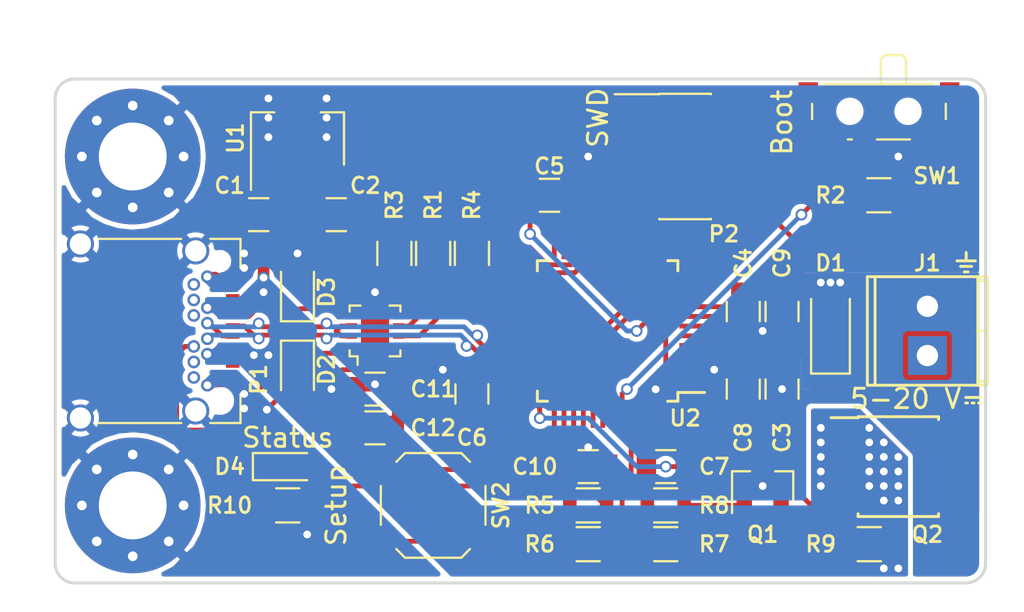
<source format=kicad_pcb>
(kicad_pcb (version 4) (host pcbnew 4.0.6)

  (general
    (links 120)
    (no_connects 0)
    (area 78.565 52.89 131.500001 84.500001)
    (thickness 1.6)
    (drawings 10)
    (tracks 451)
    (zones 0)
    (modules 38)
    (nets 64)
  )

  (page USLetter)
  (title_block
    (title "PD Buddy Sink")
    (rev 0.2)
  )

  (layers
    (0 F.Cu signal)
    (31 B.Cu signal)
    (32 B.Adhes user)
    (33 F.Adhes user)
    (34 B.Paste user)
    (35 F.Paste user)
    (36 B.SilkS user)
    (37 F.SilkS user)
    (38 B.Mask user)
    (39 F.Mask user)
    (40 Dwgs.User user)
    (41 Cmts.User user)
    (42 Eco1.User user)
    (43 Eco2.User user)
    (44 Edge.Cuts user)
    (45 Margin user)
    (46 B.CrtYd user)
    (47 F.CrtYd user)
    (48 B.Fab user)
    (49 F.Fab user)
  )

  (setup
    (last_trace_width 0.25)
    (trace_clearance 0.16)
    (zone_clearance 0.254)
    (zone_45_only no)
    (trace_min 0.2)
    (segment_width 0.2)
    (edge_width 0.15)
    (via_size 0.6)
    (via_drill 0.4)
    (via_min_size 0.4)
    (via_min_drill 0.3)
    (uvia_size 0.3)
    (uvia_drill 0.1)
    (uvias_allowed no)
    (uvia_min_size 0.2)
    (uvia_min_drill 0.1)
    (pcb_text_width 0.3)
    (pcb_text_size 1.5 1.5)
    (mod_edge_width 0.15)
    (mod_text_size 0.8 0.8)
    (mod_text_width 0.15)
    (pad_size 1.524 1.524)
    (pad_drill 0.762)
    (pad_to_mask_clearance 0.125)
    (aux_axis_origin 0 0)
    (visible_elements FFFFFF7F)
    (pcbplotparams
      (layerselection 0x00030_80000001)
      (usegerberextensions false)
      (excludeedgelayer true)
      (linewidth 0.100000)
      (plotframeref false)
      (viasonmask false)
      (mode 1)
      (useauxorigin false)
      (hpglpennumber 1)
      (hpglpenspeed 20)
      (hpglpendiameter 15)
      (hpglpenoverlay 2)
      (psnegative false)
      (psa4output false)
      (plotreference true)
      (plotvalue true)
      (plotinvisibletext false)
      (padsonsilk false)
      (subtractmaskfromsilk false)
      (outputformat 1)
      (mirror false)
      (drillshape 1)
      (scaleselection 1)
      (outputdirectory ""))
  )

  (net 0 "")
  (net 1 VBUS)
  (net 2 GND)
  (net 3 +3V3)
  (net 4 /Microcontroller/nRST)
  (net 5 "/PD PHY/CC2")
  (net 6 "/PD PHY/CC1")
  (net 7 "Net-(P1-PadB8)")
  (net 8 "Net-(P1-PadB3)")
  (net 9 "Net-(P1-PadB10)")
  (net 10 "Net-(P1-PadB2)")
  (net 11 "Net-(P1-PadB11)")
  (net 12 "Net-(P1-PadA2)")
  (net 13 "Net-(P1-PadA3)")
  (net 14 "Net-(P1-PadA10)")
  (net 15 "Net-(P1-PadA8)")
  (net 16 "Net-(P1-PadA11)")
  (net 17 /Microcontroller/SWDIO)
  (net 18 /Microcontroller/SWCLK)
  (net 19 "Net-(P2-Pad6)")
  (net 20 "Net-(P2-Pad7)")
  (net 21 "Net-(P2-Pad8)")
  (net 22 "Net-(Q1-Pad1)")
  (net 23 /Microcontroller/INT_N)
  (net 24 /Microcontroller/SCL)
  (net 25 /Microcontroller/SDA)
  (net 26 "Net-(R5-Pad1)")
  (net 27 /Microcontroller/OUT_CTRL)
  (net 28 "Net-(U2-Pad2)")
  (net 29 "Net-(U2-Pad3)")
  (net 30 "Net-(U2-Pad4)")
  (net 31 "Net-(U2-Pad5)")
  (net 32 "Net-(U2-Pad6)")
  (net 33 "Net-(U2-Pad10)")
  (net 34 "Net-(U2-Pad11)")
  (net 35 "Net-(U2-Pad12)")
  (net 36 "Net-(U2-Pad13)")
  (net 37 "Net-(U2-Pad14)")
  (net 38 "Net-(U2-Pad15)")
  (net 39 "Net-(U2-Pad16)")
  (net 40 "Net-(U2-Pad17)")
  (net 41 "Net-(U2-Pad18)")
  (net 42 "Net-(U2-Pad19)")
  (net 43 "Net-(U2-Pad20)")
  (net 44 "Net-(U2-Pad26)")
  (net 45 "Net-(U2-Pad27)")
  (net 46 "Net-(U2-Pad28)")
  (net 47 "Net-(U2-Pad29)")
  (net 48 "Net-(U2-Pad30)")
  (net 49 "Net-(U2-Pad40)")
  (net 50 "Net-(U2-Pad46)")
  (net 51 VCONN)
  (net 52 "Net-(D4-Pad1)")
  (net 53 /Microcontroller/D+)
  (net 54 /Microcontroller/D-)
  (net 55 /Microcontroller/SETUP)
  (net 56 /Microcontroller/NOPWR)
  (net 57 "Net-(U2-Pad31)")
  (net 58 "Net-(U2-Pad41)")
  (net 59 "Net-(U2-Pad42)")
  (net 60 "Net-(U2-Pad43)")
  (net 61 "Net-(Q1-Pad3)")
  (net 62 /Output/OUT)
  (net 63 "Net-(R2-Pad2)")

  (net_class Default "This is the default net class."
    (clearance 0.16)
    (trace_width 0.25)
    (via_dia 0.6)
    (via_drill 0.4)
    (uvia_dia 0.3)
    (uvia_drill 0.1)
    (add_net +3V3)
    (add_net /Microcontroller/D+)
    (add_net /Microcontroller/D-)
    (add_net /Microcontroller/INT_N)
    (add_net /Microcontroller/NOPWR)
    (add_net /Microcontroller/OUT_CTRL)
    (add_net /Microcontroller/SCL)
    (add_net /Microcontroller/SDA)
    (add_net /Microcontroller/SETUP)
    (add_net /Microcontroller/SWCLK)
    (add_net /Microcontroller/SWDIO)
    (add_net /Microcontroller/nRST)
    (add_net /Output/OUT)
    (add_net "/PD PHY/CC1")
    (add_net "/PD PHY/CC2")
    (add_net GND)
    (add_net "Net-(D4-Pad1)")
    (add_net "Net-(P1-PadA10)")
    (add_net "Net-(P1-PadA11)")
    (add_net "Net-(P1-PadA2)")
    (add_net "Net-(P1-PadA3)")
    (add_net "Net-(P1-PadA8)")
    (add_net "Net-(P1-PadB10)")
    (add_net "Net-(P1-PadB11)")
    (add_net "Net-(P1-PadB2)")
    (add_net "Net-(P1-PadB3)")
    (add_net "Net-(P1-PadB8)")
    (add_net "Net-(P2-Pad6)")
    (add_net "Net-(P2-Pad7)")
    (add_net "Net-(P2-Pad8)")
    (add_net "Net-(Q1-Pad1)")
    (add_net "Net-(Q1-Pad3)")
    (add_net "Net-(R2-Pad2)")
    (add_net "Net-(R5-Pad1)")
    (add_net "Net-(U2-Pad10)")
    (add_net "Net-(U2-Pad11)")
    (add_net "Net-(U2-Pad12)")
    (add_net "Net-(U2-Pad13)")
    (add_net "Net-(U2-Pad14)")
    (add_net "Net-(U2-Pad15)")
    (add_net "Net-(U2-Pad16)")
    (add_net "Net-(U2-Pad17)")
    (add_net "Net-(U2-Pad18)")
    (add_net "Net-(U2-Pad19)")
    (add_net "Net-(U2-Pad2)")
    (add_net "Net-(U2-Pad20)")
    (add_net "Net-(U2-Pad26)")
    (add_net "Net-(U2-Pad27)")
    (add_net "Net-(U2-Pad28)")
    (add_net "Net-(U2-Pad29)")
    (add_net "Net-(U2-Pad3)")
    (add_net "Net-(U2-Pad30)")
    (add_net "Net-(U2-Pad31)")
    (add_net "Net-(U2-Pad4)")
    (add_net "Net-(U2-Pad40)")
    (add_net "Net-(U2-Pad41)")
    (add_net "Net-(U2-Pad42)")
    (add_net "Net-(U2-Pad43)")
    (add_net "Net-(U2-Pad46)")
    (add_net "Net-(U2-Pad5)")
    (add_net "Net-(U2-Pad6)")
    (add_net VCONN)
  )

  (net_class Power ""
    (clearance 0.16)
    (trace_width 1.5)
    (via_dia 0.6)
    (via_drill 0.4)
    (uvia_dia 0.3)
    (uvia_drill 0.1)
  )

  (net_class Power_Small ""
    (clearance 0.16)
    (trace_width 0.6)
    (via_dia 0.6)
    (via_drill 0.4)
    (uvia_dia 0.3)
    (uvia_drill 0.1)
    (add_net VBUS)
  )

  (module Mounting_Holes:MountingHole_3.5mm_Pad_Via (layer F.Cu) (tedit 58DEFF23) (tstamp 5892A5A3)
    (at 85.5 79 90)
    (descr "Mounting Hole 3.5mm")
    (tags "mounting hole 3.5mm")
    (path /5892BB4F)
    (fp_text reference MK1 (at 0 -4.5 90) (layer F.Fab)
      (effects (font (size 0.8 0.8) (thickness 0.15)))
    )
    (fp_text value 3.5mm (at 0 4.5 90) (layer F.Fab)
      (effects (font (size 1 1) (thickness 0.15)))
    )
    (fp_circle (center 0 0) (end 3.5 0) (layer Cmts.User) (width 0.15))
    (fp_circle (center 0 0) (end 3.75 0) (layer F.CrtYd) (width 0.05))
    (pad 1 thru_hole circle (at 0 0 90) (size 7 7) (drill 3.5) (layers *.Cu *.Mask)
      (net 2 GND))
    (pad "" thru_hole circle (at 2.625 0 90) (size 0.6 0.6) (drill 0.5) (layers *.Cu *.Mask))
    (pad "" thru_hole circle (at 1.856155 1.856155 90) (size 0.6 0.6) (drill 0.5) (layers *.Cu *.Mask))
    (pad "" thru_hole circle (at 0 2.625 90) (size 0.6 0.6) (drill 0.5) (layers *.Cu *.Mask))
    (pad "" thru_hole circle (at -1.856155 1.856155 90) (size 0.6 0.6) (drill 0.5) (layers *.Cu *.Mask))
    (pad "" thru_hole circle (at -2.625 0 90) (size 0.6 0.6) (drill 0.5) (layers *.Cu *.Mask))
    (pad "" thru_hole circle (at -1.856155 -1.856155 90) (size 0.6 0.6) (drill 0.5) (layers *.Cu *.Mask))
    (pad "" thru_hole circle (at 0 -2.625 90) (size 0.6 0.6) (drill 0.5) (layers *.Cu *.Mask))
    (pad "" thru_hole circle (at 1.856155 -1.856155 90) (size 0.6 0.6) (drill 0.5) (layers *.Cu *.Mask))
  )

  (module Mounting_Holes:MountingHole_3.5mm_Pad_Via (layer F.Cu) (tedit 58DEFF1F) (tstamp 5892A5B2)
    (at 85.5 61 90)
    (descr "Mounting Hole 3.5mm")
    (tags "mounting hole 3.5mm")
    (path /5892BC07)
    (fp_text reference MK2 (at 0 -4.5 90) (layer F.Fab)
      (effects (font (size 0.8 0.8) (thickness 0.15)))
    )
    (fp_text value 3.5mm (at 0 4.5 90) (layer F.Fab)
      (effects (font (size 1 1) (thickness 0.15)))
    )
    (fp_circle (center 0 0) (end 3.5 0) (layer Cmts.User) (width 0.15))
    (fp_circle (center 0 0) (end 3.75 0) (layer F.CrtYd) (width 0.05))
    (pad 1 thru_hole circle (at 0 0 90) (size 7 7) (drill 3.5) (layers *.Cu *.Mask)
      (net 2 GND))
    (pad "" thru_hole circle (at 2.625 0 90) (size 0.6 0.6) (drill 0.5) (layers *.Cu *.Mask))
    (pad "" thru_hole circle (at 1.856155 1.856155 90) (size 0.6 0.6) (drill 0.5) (layers *.Cu *.Mask))
    (pad "" thru_hole circle (at 0 2.625 90) (size 0.6 0.6) (drill 0.5) (layers *.Cu *.Mask))
    (pad "" thru_hole circle (at -1.856155 1.856155 90) (size 0.6 0.6) (drill 0.5) (layers *.Cu *.Mask))
    (pad "" thru_hole circle (at -2.625 0 90) (size 0.6 0.6) (drill 0.5) (layers *.Cu *.Mask))
    (pad "" thru_hole circle (at -1.856155 -1.856155 90) (size 0.6 0.6) (drill 0.5) (layers *.Cu *.Mask))
    (pad "" thru_hole circle (at 0 -2.625 90) (size 0.6 0.6) (drill 0.5) (layers *.Cu *.Mask))
    (pad "" thru_hole circle (at 1.856155 -1.856155 90) (size 0.6 0.6) (drill 0.5) (layers *.Cu *.Mask))
  )

  (module LEDs:LED_0805 (layer F.Cu) (tedit 58DEF95B) (tstamp 5892C0EA)
    (at 93.5 77)
    (descr "LED 0805 smd package")
    (tags "LED led 0805 SMD smd SMT smt smdled SMDLED smtled SMTLED")
    (path /588FD270/58931071)
    (attr smd)
    (fp_text reference D4 (at -3 0) (layer F.SilkS)
      (effects (font (size 0.8 0.8) (thickness 0.15)))
    )
    (fp_text value Status (at 0 -1.5) (layer F.SilkS)
      (effects (font (size 1 1) (thickness 0.15)))
    )
    (fp_line (start -1.8 -0.7) (end -1.8 0.7) (layer F.SilkS) (width 0.12))
    (fp_line (start -0.4 -0.4) (end -0.4 0.4) (layer F.Fab) (width 0.1))
    (fp_line (start -0.4 0) (end 0.2 -0.4) (layer F.Fab) (width 0.1))
    (fp_line (start 0.2 0.4) (end -0.4 0) (layer F.Fab) (width 0.1))
    (fp_line (start 0.2 -0.4) (end 0.2 0.4) (layer F.Fab) (width 0.1))
    (fp_line (start 1 0.6) (end -1 0.6) (layer F.Fab) (width 0.1))
    (fp_line (start 1 -0.6) (end 1 0.6) (layer F.Fab) (width 0.1))
    (fp_line (start -1 -0.6) (end 1 -0.6) (layer F.Fab) (width 0.1))
    (fp_line (start -1 0.6) (end -1 -0.6) (layer F.Fab) (width 0.1))
    (fp_line (start -1.8 0.7) (end 1 0.7) (layer F.SilkS) (width 0.12))
    (fp_line (start -1.8 -0.7) (end 1 -0.7) (layer F.SilkS) (width 0.12))
    (fp_line (start 1.95 -0.85) (end 1.95 0.85) (layer F.CrtYd) (width 0.05))
    (fp_line (start 1.95 0.85) (end -1.95 0.85) (layer F.CrtYd) (width 0.05))
    (fp_line (start -1.95 0.85) (end -1.95 -0.85) (layer F.CrtYd) (width 0.05))
    (fp_line (start -1.95 -0.85) (end 1.95 -0.85) (layer F.CrtYd) (width 0.05))
    (pad 2 smd rect (at 1.1 0 180) (size 1.2 1.2) (layers F.Cu F.Paste F.Mask)
      (net 56 /Microcontroller/NOPWR))
    (pad 1 smd rect (at -1.1 0 180) (size 1.2 1.2) (layers F.Cu F.Paste F.Mask)
      (net 52 "Net-(D4-Pad1)"))
    (model LEDs.3dshapes/LED_0805.wrl
      (at (xyz 0 0 0))
      (scale (xyz 1 1 1))
      (rotate (xyz 0 0 0))
    )
  )

  (module Housings_QFP:LQFP-48_7x7mm_Pitch0.5mm (layer F.Cu) (tedit 54130A77) (tstamp 58926732)
    (at 110 70 180)
    (descr "48 LEAD LQFP 7x7mm (see MICREL LQFP7x7-48LD-PL-1.pdf)")
    (tags "QFP 0.5")
    (path /588FD270/588FD426)
    (attr smd)
    (fp_text reference U2 (at -4 -4.5 180) (layer F.SilkS)
      (effects (font (size 0.8 0.8) (thickness 0.15)))
    )
    (fp_text value STM32F072CBTx (at 0 6 180) (layer F.Fab)
      (effects (font (size 1 1) (thickness 0.15)))
    )
    (fp_text user %R (at 0 0 180) (layer F.Fab)
      (effects (font (size 1 1) (thickness 0.15)))
    )
    (fp_line (start -2.5 -3.5) (end 3.5 -3.5) (layer F.Fab) (width 0.15))
    (fp_line (start 3.5 -3.5) (end 3.5 3.5) (layer F.Fab) (width 0.15))
    (fp_line (start 3.5 3.5) (end -3.5 3.5) (layer F.Fab) (width 0.15))
    (fp_line (start -3.5 3.5) (end -3.5 -2.5) (layer F.Fab) (width 0.15))
    (fp_line (start -3.5 -2.5) (end -2.5 -3.5) (layer F.Fab) (width 0.15))
    (fp_line (start -5.25 -5.25) (end -5.25 5.25) (layer F.CrtYd) (width 0.05))
    (fp_line (start 5.25 -5.25) (end 5.25 5.25) (layer F.CrtYd) (width 0.05))
    (fp_line (start -5.25 -5.25) (end 5.25 -5.25) (layer F.CrtYd) (width 0.05))
    (fp_line (start -5.25 5.25) (end 5.25 5.25) (layer F.CrtYd) (width 0.05))
    (fp_line (start -3.625 -3.625) (end -3.625 -3.175) (layer F.SilkS) (width 0.15))
    (fp_line (start 3.625 -3.625) (end 3.625 -3.1) (layer F.SilkS) (width 0.15))
    (fp_line (start 3.625 3.625) (end 3.625 3.1) (layer F.SilkS) (width 0.15))
    (fp_line (start -3.625 3.625) (end -3.625 3.1) (layer F.SilkS) (width 0.15))
    (fp_line (start -3.625 -3.625) (end -3.1 -3.625) (layer F.SilkS) (width 0.15))
    (fp_line (start -3.625 3.625) (end -3.1 3.625) (layer F.SilkS) (width 0.15))
    (fp_line (start 3.625 3.625) (end 3.1 3.625) (layer F.SilkS) (width 0.15))
    (fp_line (start 3.625 -3.625) (end 3.1 -3.625) (layer F.SilkS) (width 0.15))
    (fp_line (start -3.625 -3.175) (end -5 -3.175) (layer F.SilkS) (width 0.15))
    (pad 1 smd rect (at -4.35 -2.75 180) (size 1.3 0.25) (layers F.Cu F.Paste F.Mask)
      (net 3 +3V3))
    (pad 2 smd rect (at -4.35 -2.25 180) (size 1.3 0.25) (layers F.Cu F.Paste F.Mask)
      (net 28 "Net-(U2-Pad2)"))
    (pad 3 smd rect (at -4.35 -1.75 180) (size 1.3 0.25) (layers F.Cu F.Paste F.Mask)
      (net 29 "Net-(U2-Pad3)"))
    (pad 4 smd rect (at -4.35 -1.25 180) (size 1.3 0.25) (layers F.Cu F.Paste F.Mask)
      (net 30 "Net-(U2-Pad4)"))
    (pad 5 smd rect (at -4.35 -0.75 180) (size 1.3 0.25) (layers F.Cu F.Paste F.Mask)
      (net 31 "Net-(U2-Pad5)"))
    (pad 6 smd rect (at -4.35 -0.25 180) (size 1.3 0.25) (layers F.Cu F.Paste F.Mask)
      (net 32 "Net-(U2-Pad6)"))
    (pad 7 smd rect (at -4.35 0.25 180) (size 1.3 0.25) (layers F.Cu F.Paste F.Mask)
      (net 4 /Microcontroller/nRST))
    (pad 8 smd rect (at -4.35 0.75 180) (size 1.3 0.25) (layers F.Cu F.Paste F.Mask)
      (net 2 GND))
    (pad 9 smd rect (at -4.35 1.25 180) (size 1.3 0.25) (layers F.Cu F.Paste F.Mask)
      (net 3 +3V3))
    (pad 10 smd rect (at -4.35 1.75 180) (size 1.3 0.25) (layers F.Cu F.Paste F.Mask)
      (net 33 "Net-(U2-Pad10)"))
    (pad 11 smd rect (at -4.35 2.25 180) (size 1.3 0.25) (layers F.Cu F.Paste F.Mask)
      (net 34 "Net-(U2-Pad11)"))
    (pad 12 smd rect (at -4.35 2.75 180) (size 1.3 0.25) (layers F.Cu F.Paste F.Mask)
      (net 35 "Net-(U2-Pad12)"))
    (pad 13 smd rect (at -2.75 4.35 270) (size 1.3 0.25) (layers F.Cu F.Paste F.Mask)
      (net 36 "Net-(U2-Pad13)"))
    (pad 14 smd rect (at -2.25 4.35 270) (size 1.3 0.25) (layers F.Cu F.Paste F.Mask)
      (net 37 "Net-(U2-Pad14)"))
    (pad 15 smd rect (at -1.75 4.35 270) (size 1.3 0.25) (layers F.Cu F.Paste F.Mask)
      (net 38 "Net-(U2-Pad15)"))
    (pad 16 smd rect (at -1.25 4.35 270) (size 1.3 0.25) (layers F.Cu F.Paste F.Mask)
      (net 39 "Net-(U2-Pad16)"))
    (pad 17 smd rect (at -0.75 4.35 270) (size 1.3 0.25) (layers F.Cu F.Paste F.Mask)
      (net 40 "Net-(U2-Pad17)"))
    (pad 18 smd rect (at -0.25 4.35 270) (size 1.3 0.25) (layers F.Cu F.Paste F.Mask)
      (net 41 "Net-(U2-Pad18)"))
    (pad 19 smd rect (at 0.25 4.35 270) (size 1.3 0.25) (layers F.Cu F.Paste F.Mask)
      (net 42 "Net-(U2-Pad19)"))
    (pad 20 smd rect (at 0.75 4.35 270) (size 1.3 0.25) (layers F.Cu F.Paste F.Mask)
      (net 43 "Net-(U2-Pad20)"))
    (pad 21 smd rect (at 1.25 4.35 270) (size 1.3 0.25) (layers F.Cu F.Paste F.Mask)
      (net 24 /Microcontroller/SCL))
    (pad 22 smd rect (at 1.75 4.35 270) (size 1.3 0.25) (layers F.Cu F.Paste F.Mask)
      (net 25 /Microcontroller/SDA))
    (pad 23 smd rect (at 2.25 4.35 270) (size 1.3 0.25) (layers F.Cu F.Paste F.Mask)
      (net 2 GND))
    (pad 24 smd rect (at 2.75 4.35 270) (size 1.3 0.25) (layers F.Cu F.Paste F.Mask)
      (net 3 +3V3))
    (pad 25 smd rect (at 4.35 2.75 180) (size 1.3 0.25) (layers F.Cu F.Paste F.Mask)
      (net 23 /Microcontroller/INT_N))
    (pad 26 smd rect (at 4.35 2.25 180) (size 1.3 0.25) (layers F.Cu F.Paste F.Mask)
      (net 44 "Net-(U2-Pad26)"))
    (pad 27 smd rect (at 4.35 1.75 180) (size 1.3 0.25) (layers F.Cu F.Paste F.Mask)
      (net 45 "Net-(U2-Pad27)"))
    (pad 28 smd rect (at 4.35 1.25 180) (size 1.3 0.25) (layers F.Cu F.Paste F.Mask)
      (net 46 "Net-(U2-Pad28)"))
    (pad 29 smd rect (at 4.35 0.75 180) (size 1.3 0.25) (layers F.Cu F.Paste F.Mask)
      (net 47 "Net-(U2-Pad29)"))
    (pad 30 smd rect (at 4.35 0.25 180) (size 1.3 0.25) (layers F.Cu F.Paste F.Mask)
      (net 48 "Net-(U2-Pad30)"))
    (pad 31 smd rect (at 4.35 -0.25 180) (size 1.3 0.25) (layers F.Cu F.Paste F.Mask)
      (net 57 "Net-(U2-Pad31)"))
    (pad 32 smd rect (at 4.35 -0.75 180) (size 1.3 0.25) (layers F.Cu F.Paste F.Mask)
      (net 54 /Microcontroller/D-))
    (pad 33 smd rect (at 4.35 -1.25 180) (size 1.3 0.25) (layers F.Cu F.Paste F.Mask)
      (net 53 /Microcontroller/D+))
    (pad 34 smd rect (at 4.35 -1.75 180) (size 1.3 0.25) (layers F.Cu F.Paste F.Mask)
      (net 17 /Microcontroller/SWDIO))
    (pad 35 smd rect (at 4.35 -2.25 180) (size 1.3 0.25) (layers F.Cu F.Paste F.Mask)
      (net 2 GND))
    (pad 36 smd rect (at 4.35 -2.75 180) (size 1.3 0.25) (layers F.Cu F.Paste F.Mask)
      (net 3 +3V3))
    (pad 37 smd rect (at 2.75 -4.35 270) (size 1.3 0.25) (layers F.Cu F.Paste F.Mask)
      (net 18 /Microcontroller/SWCLK))
    (pad 38 smd rect (at 2.25 -4.35 270) (size 1.3 0.25) (layers F.Cu F.Paste F.Mask)
      (net 56 /Microcontroller/NOPWR))
    (pad 39 smd rect (at 1.75 -4.35 270) (size 1.3 0.25) (layers F.Cu F.Paste F.Mask)
      (net 55 /Microcontroller/SETUP))
    (pad 40 smd rect (at 1.25 -4.35 270) (size 1.3 0.25) (layers F.Cu F.Paste F.Mask)
      (net 49 "Net-(U2-Pad40)"))
    (pad 41 smd rect (at 0.75 -4.35 270) (size 1.3 0.25) (layers F.Cu F.Paste F.Mask)
      (net 58 "Net-(U2-Pad41)"))
    (pad 42 smd rect (at 0.25 -4.35 270) (size 1.3 0.25) (layers F.Cu F.Paste F.Mask)
      (net 59 "Net-(U2-Pad42)"))
    (pad 43 smd rect (at -0.25 -4.35 270) (size 1.3 0.25) (layers F.Cu F.Paste F.Mask)
      (net 60 "Net-(U2-Pad43)"))
    (pad 44 smd rect (at -0.75 -4.35 270) (size 1.3 0.25) (layers F.Cu F.Paste F.Mask)
      (net 63 "Net-(R2-Pad2)"))
    (pad 45 smd rect (at -1.25 -4.35 270) (size 1.3 0.25) (layers F.Cu F.Paste F.Mask)
      (net 27 /Microcontroller/OUT_CTRL))
    (pad 46 smd rect (at -1.75 -4.35 270) (size 1.3 0.25) (layers F.Cu F.Paste F.Mask)
      (net 50 "Net-(U2-Pad46)"))
    (pad 47 smd rect (at -2.25 -4.35 270) (size 1.3 0.25) (layers F.Cu F.Paste F.Mask)
      (net 2 GND))
    (pad 48 smd rect (at -2.75 -4.35 270) (size 1.3 0.25) (layers F.Cu F.Paste F.Mask)
      (net 3 +3V3))
    (model Housings_QFP.3dshapes/LQFP-48_7x7mm_Pitch0.5mm.wrl
      (at (xyz 0 0 0))
      (scale (xyz 1 1 1))
      (rotate (xyz 0 0 0))
    )
  )

  (module Connectors_Terminal_Blocks:TerminalBlock_Pheonix_MPT-2.54mm_2pol (layer F.Cu) (tedit 58DEF94C) (tstamp 58926570)
    (at 126.5 71.27 90)
    (descr "2-way 2.54mm pitch terminal block, Phoenix MPT series")
    (path /588FA3A4/588FA688)
    (fp_text reference J1 (at 4.77 0 180) (layer F.SilkS)
      (effects (font (size 0.8 0.8) (thickness 0.15)))
    )
    (fp_text value "5-20 V⎓" (at -2.23 -0.5 180) (layer F.SilkS)
      (effects (font (size 1 1) (thickness 0.15)))
    )
    (fp_line (start -1.7 -3.3) (end 4.3 -3.3) (layer F.CrtYd) (width 0.05))
    (fp_line (start -1.7 3.3) (end -1.7 -3.3) (layer F.CrtYd) (width 0.05))
    (fp_line (start 4.3 3.3) (end -1.7 3.3) (layer F.CrtYd) (width 0.05))
    (fp_line (start 4.3 -3.3) (end 4.3 3.3) (layer F.CrtYd) (width 0.05))
    (fp_line (start 4.06908 2.60096) (end -1.52908 2.60096) (layer F.SilkS) (width 0.15))
    (fp_line (start -1.33096 3.0988) (end -1.33096 2.60096) (layer F.SilkS) (width 0.15))
    (fp_line (start 3.87096 2.60096) (end 3.87096 3.0988) (layer F.SilkS) (width 0.15))
    (fp_line (start 1.27 3.0988) (end 1.27 2.60096) (layer F.SilkS) (width 0.15))
    (fp_line (start -1.52908 -2.70002) (end 4.06908 -2.70002) (layer F.SilkS) (width 0.15))
    (fp_line (start -1.52908 3.0988) (end 4.06908 3.0988) (layer F.SilkS) (width 0.15))
    (fp_line (start 4.06908 3.0988) (end 4.06908 -3.0988) (layer F.SilkS) (width 0.15))
    (fp_line (start 4.06908 -3.0988) (end -1.52908 -3.0988) (layer F.SilkS) (width 0.15))
    (fp_line (start -1.52908 -3.0988) (end -1.52908 3.0988) (layer F.SilkS) (width 0.15))
    (pad 2 thru_hole oval (at 2.54 0 90) (size 1.99898 1.99898) (drill 1.09728) (layers *.Cu *.Mask)
      (net 2 GND))
    (pad 1 thru_hole rect (at 0 0 90) (size 1.99898 1.99898) (drill 1.09728) (layers *.Cu *.Mask)
      (net 62 /Output/OUT))
    (model Terminal_Blocks.3dshapes/TerminalBlock_Pheonix_MPT-2.54mm_2pol.wrl
      (at (xyz 0.05 0 0))
      (scale (xyz 1 1 1))
      (rotate (xyz 0 0 0))
    )
  )

  (module Housings_SOIC:SOIC-8_3.9x4.9mm_Pitch1.27mm (layer F.Cu) (tedit 58CD0CDA) (tstamp 5892660D)
    (at 125 77)
    (descr "8-Lead Plastic Small Outline (SN) - Narrow, 3.90 mm Body [SOIC] (see Microchip Packaging Specification 00000049BS.pdf)")
    (tags "SOIC 1.27")
    (path /588FA3A4/588FA570)
    (attr smd)
    (fp_text reference Q2 (at 1.5 3.5) (layer F.SilkS)
      (effects (font (size 0.8 0.8) (thickness 0.15)))
    )
    (fp_text value DMP4015SSS (at 0 3.5) (layer F.Fab)
      (effects (font (size 1 1) (thickness 0.15)))
    )
    (fp_text user %R (at 0 0) (layer F.Fab)
      (effects (font (size 1 1) (thickness 0.15)))
    )
    (fp_line (start -0.95 -2.45) (end 1.95 -2.45) (layer F.Fab) (width 0.1))
    (fp_line (start 1.95 -2.45) (end 1.95 2.45) (layer F.Fab) (width 0.1))
    (fp_line (start 1.95 2.45) (end -1.95 2.45) (layer F.Fab) (width 0.1))
    (fp_line (start -1.95 2.45) (end -1.95 -1.45) (layer F.Fab) (width 0.1))
    (fp_line (start -1.95 -1.45) (end -0.95 -2.45) (layer F.Fab) (width 0.1))
    (fp_line (start -3.73 -2.7) (end -3.73 2.7) (layer F.CrtYd) (width 0.05))
    (fp_line (start 3.73 -2.7) (end 3.73 2.7) (layer F.CrtYd) (width 0.05))
    (fp_line (start -3.73 -2.7) (end 3.73 -2.7) (layer F.CrtYd) (width 0.05))
    (fp_line (start -3.73 2.7) (end 3.73 2.7) (layer F.CrtYd) (width 0.05))
    (fp_line (start -2.075 -2.575) (end -2.075 -2.525) (layer F.SilkS) (width 0.15))
    (fp_line (start 2.075 -2.575) (end 2.075 -2.43) (layer F.SilkS) (width 0.15))
    (fp_line (start 2.075 2.575) (end 2.075 2.43) (layer F.SilkS) (width 0.15))
    (fp_line (start -2.075 2.575) (end -2.075 2.43) (layer F.SilkS) (width 0.15))
    (fp_line (start -2.075 -2.575) (end 2.075 -2.575) (layer F.SilkS) (width 0.15))
    (fp_line (start -2.075 2.575) (end 2.075 2.575) (layer F.SilkS) (width 0.15))
    (fp_line (start -2.075 -2.525) (end -3.475 -2.525) (layer F.SilkS) (width 0.15))
    (pad 1 smd rect (at -2.7 -1.905) (size 1.55 0.6) (layers F.Cu F.Paste F.Mask)
      (net 1 VBUS))
    (pad 2 smd rect (at -2.7 -0.635) (size 1.55 0.6) (layers F.Cu F.Paste F.Mask)
      (net 1 VBUS))
    (pad 3 smd rect (at -2.7 0.635) (size 1.55 0.6) (layers F.Cu F.Paste F.Mask)
      (net 1 VBUS))
    (pad 4 smd rect (at -2.7 1.905) (size 1.55 0.6) (layers F.Cu F.Paste F.Mask)
      (net 61 "Net-(Q1-Pad3)"))
    (pad 5 smd rect (at 2.7 1.905) (size 1.55 0.6) (layers F.Cu F.Paste F.Mask)
      (net 62 /Output/OUT))
    (pad 6 smd rect (at 2.7 0.635) (size 1.55 0.6) (layers F.Cu F.Paste F.Mask)
      (net 62 /Output/OUT))
    (pad 7 smd rect (at 2.7 -0.635) (size 1.55 0.6) (layers F.Cu F.Paste F.Mask)
      (net 62 /Output/OUT))
    (pad 8 smd rect (at 2.7 -1.905) (size 1.55 0.6) (layers F.Cu F.Paste F.Mask)
      (net 62 /Output/OUT))
    (model Housings_SOIC.3dshapes/SOIC-8_3.9x4.9mm_Pitch1.27mm.wrl
      (at (xyz 0 0 0))
      (scale (xyz 1 1 1))
      (rotate (xyz 0 0 0))
    )
  )

  (module TO_SOT_Packages_SMD:SOT-23 (layer F.Cu) (tedit 58CE4E7E) (tstamp 589265F1)
    (at 118 78 90)
    (descr "SOT-23, Standard")
    (tags SOT-23)
    (path /588FA3A4/588FA577)
    (attr smd)
    (fp_text reference Q1 (at -2.5 0 180) (layer F.SilkS)
      (effects (font (size 0.8 0.8) (thickness 0.15)))
    )
    (fp_text value MMBT2222ALT1G (at 0 2.5 90) (layer F.Fab)
      (effects (font (size 1 1) (thickness 0.15)))
    )
    (fp_text user %R (at 0 0 90) (layer F.Fab)
      (effects (font (size 0.5 0.5) (thickness 0.075)))
    )
    (fp_line (start -0.7 -0.95) (end -0.7 1.5) (layer F.Fab) (width 0.1))
    (fp_line (start -0.15 -1.52) (end 0.7 -1.52) (layer F.Fab) (width 0.1))
    (fp_line (start -0.7 -0.95) (end -0.15 -1.52) (layer F.Fab) (width 0.1))
    (fp_line (start 0.7 -1.52) (end 0.7 1.52) (layer F.Fab) (width 0.1))
    (fp_line (start -0.7 1.52) (end 0.7 1.52) (layer F.Fab) (width 0.1))
    (fp_line (start 0.76 1.58) (end 0.76 0.65) (layer F.SilkS) (width 0.12))
    (fp_line (start 0.76 -1.58) (end 0.76 -0.65) (layer F.SilkS) (width 0.12))
    (fp_line (start -1.7 -1.75) (end 1.7 -1.75) (layer F.CrtYd) (width 0.05))
    (fp_line (start 1.7 -1.75) (end 1.7 1.75) (layer F.CrtYd) (width 0.05))
    (fp_line (start 1.7 1.75) (end -1.7 1.75) (layer F.CrtYd) (width 0.05))
    (fp_line (start -1.7 1.75) (end -1.7 -1.75) (layer F.CrtYd) (width 0.05))
    (fp_line (start 0.76 -1.58) (end -1.4 -1.58) (layer F.SilkS) (width 0.12))
    (fp_line (start 0.76 1.58) (end -0.7 1.58) (layer F.SilkS) (width 0.12))
    (pad 1 smd rect (at -1 -0.95 90) (size 0.9 0.8) (layers F.Cu F.Paste F.Mask)
      (net 22 "Net-(Q1-Pad1)"))
    (pad 2 smd rect (at -1 0.95 90) (size 0.9 0.8) (layers F.Cu F.Paste F.Mask)
      (net 2 GND))
    (pad 3 smd rect (at 1 0 90) (size 0.9 0.8) (layers F.Cu F.Paste F.Mask)
      (net 61 "Net-(Q1-Pad3)"))
    (model ${KISYS3DMOD}/TO_SOT_Packages_SMD.3dshapes/SOT-23.wrl
      (at (xyz 0 0 0))
      (scale (xyz 1 1 1))
      (rotate (xyz 0 0 90))
    )
  )

  (module Diodes_SMD:D_SOD-323 (layer F.Cu) (tedit 58641739) (tstamp 58926546)
    (at 94 72 270)
    (descr SOD-323)
    (tags SOD-323)
    (path /588FB1D7/588FB3E3)
    (attr smd)
    (fp_text reference D2 (at 0 -1.5 270) (layer F.SilkS)
      (effects (font (size 0.8 0.8) (thickness 0.15)))
    )
    (fp_text value CZRF52C5V6 (at 0.1 1.9 270) (layer F.Fab)
      (effects (font (size 1 1) (thickness 0.15)))
    )
    (fp_line (start -1.5 -0.85) (end -1.5 0.85) (layer F.SilkS) (width 0.12))
    (fp_line (start 0.2 0) (end 0.45 0) (layer F.Fab) (width 0.1))
    (fp_line (start 0.2 0.35) (end -0.3 0) (layer F.Fab) (width 0.1))
    (fp_line (start 0.2 -0.35) (end 0.2 0.35) (layer F.Fab) (width 0.1))
    (fp_line (start -0.3 0) (end 0.2 -0.35) (layer F.Fab) (width 0.1))
    (fp_line (start -0.3 0) (end -0.5 0) (layer F.Fab) (width 0.1))
    (fp_line (start -0.3 -0.35) (end -0.3 0.35) (layer F.Fab) (width 0.1))
    (fp_line (start -0.9 0.7) (end -0.9 -0.7) (layer F.Fab) (width 0.1))
    (fp_line (start 0.9 0.7) (end -0.9 0.7) (layer F.Fab) (width 0.1))
    (fp_line (start 0.9 -0.7) (end 0.9 0.7) (layer F.Fab) (width 0.1))
    (fp_line (start -0.9 -0.7) (end 0.9 -0.7) (layer F.Fab) (width 0.1))
    (fp_line (start -1.6 -0.95) (end 1.6 -0.95) (layer F.CrtYd) (width 0.05))
    (fp_line (start 1.6 -0.95) (end 1.6 0.95) (layer F.CrtYd) (width 0.05))
    (fp_line (start -1.6 0.95) (end 1.6 0.95) (layer F.CrtYd) (width 0.05))
    (fp_line (start -1.6 -0.95) (end -1.6 0.95) (layer F.CrtYd) (width 0.05))
    (fp_line (start -1.5 0.85) (end 1.05 0.85) (layer F.SilkS) (width 0.12))
    (fp_line (start -1.5 -0.85) (end 1.05 -0.85) (layer F.SilkS) (width 0.12))
    (pad 1 smd rect (at -1.05 0 270) (size 0.6 0.45) (layers F.Cu F.Paste F.Mask)
      (net 5 "/PD PHY/CC2"))
    (pad 2 smd rect (at 1.05 0 270) (size 0.6 0.45) (layers F.Cu F.Paste F.Mask)
      (net 2 GND))
    (model Diodes_SMD.3dshapes/D_SOD-323.wrl
      (at (xyz 0 0 0))
      (scale (xyz 1 1 1))
      (rotate (xyz 0 0 180))
    )
  )

  (module Diodes_SMD:D_SOD-323 (layer F.Cu) (tedit 58641739) (tstamp 5892655D)
    (at 94 68 90)
    (descr SOD-323)
    (tags SOD-323)
    (path /588FB1D7/588FB500)
    (attr smd)
    (fp_text reference D3 (at 0 1.5 90) (layer F.SilkS)
      (effects (font (size 0.8 0.8) (thickness 0.15)))
    )
    (fp_text value CZRF52C5V6 (at 0.1 1.9 90) (layer F.Fab)
      (effects (font (size 1 1) (thickness 0.15)))
    )
    (fp_line (start -1.5 -0.85) (end -1.5 0.85) (layer F.SilkS) (width 0.12))
    (fp_line (start 0.2 0) (end 0.45 0) (layer F.Fab) (width 0.1))
    (fp_line (start 0.2 0.35) (end -0.3 0) (layer F.Fab) (width 0.1))
    (fp_line (start 0.2 -0.35) (end 0.2 0.35) (layer F.Fab) (width 0.1))
    (fp_line (start -0.3 0) (end 0.2 -0.35) (layer F.Fab) (width 0.1))
    (fp_line (start -0.3 0) (end -0.5 0) (layer F.Fab) (width 0.1))
    (fp_line (start -0.3 -0.35) (end -0.3 0.35) (layer F.Fab) (width 0.1))
    (fp_line (start -0.9 0.7) (end -0.9 -0.7) (layer F.Fab) (width 0.1))
    (fp_line (start 0.9 0.7) (end -0.9 0.7) (layer F.Fab) (width 0.1))
    (fp_line (start 0.9 -0.7) (end 0.9 0.7) (layer F.Fab) (width 0.1))
    (fp_line (start -0.9 -0.7) (end 0.9 -0.7) (layer F.Fab) (width 0.1))
    (fp_line (start -1.6 -0.95) (end 1.6 -0.95) (layer F.CrtYd) (width 0.05))
    (fp_line (start 1.6 -0.95) (end 1.6 0.95) (layer F.CrtYd) (width 0.05))
    (fp_line (start -1.6 0.95) (end 1.6 0.95) (layer F.CrtYd) (width 0.05))
    (fp_line (start -1.6 -0.95) (end -1.6 0.95) (layer F.CrtYd) (width 0.05))
    (fp_line (start -1.5 0.85) (end 1.05 0.85) (layer F.SilkS) (width 0.12))
    (fp_line (start -1.5 -0.85) (end 1.05 -0.85) (layer F.SilkS) (width 0.12))
    (pad 1 smd rect (at -1.05 0 90) (size 0.6 0.45) (layers F.Cu F.Paste F.Mask)
      (net 6 "/PD PHY/CC1"))
    (pad 2 smd rect (at 1.05 0 90) (size 0.6 0.45) (layers F.Cu F.Paste F.Mask)
      (net 2 GND))
    (model Diodes_SMD.3dshapes/D_SOD-323.wrl
      (at (xyz 0 0 0))
      (scale (xyz 1 1 1))
      (rotate (xyz 0 0 180))
    )
  )

  (module TO_SOT_Packages_SMD:SOT89-3_Housing (layer F.Cu) (tedit 58CE4E7F) (tstamp 589266EB)
    (at 94 60.5 90)
    (descr "SOT89-3, Housing,")
    (tags "SOT89-3 Housing ")
    (path /588F9A21/588FA408)
    (attr smd)
    (fp_text reference U1 (at 0.45 -3.2 90) (layer F.SilkS)
      (effects (font (size 0.8 0.8) (thickness 0.15)))
    )
    (fp_text value AP2204R-3.3TRG1 (at 0.45 3.25 90) (layer F.Fab)
      (effects (font (size 1 1) (thickness 0.15)))
    )
    (fp_text user %R (at 0.38 0 90) (layer F.Fab)
      (effects (font (size 0.6 0.6) (thickness 0.09)))
    )
    (fp_line (start 1.78 1.2) (end 1.78 2.4) (layer F.SilkS) (width 0.12))
    (fp_line (start 1.78 2.4) (end -0.92 2.4) (layer F.SilkS) (width 0.12))
    (fp_line (start -2.22 -2.4) (end 1.78 -2.4) (layer F.SilkS) (width 0.12))
    (fp_line (start 1.78 -2.4) (end 1.78 -1.2) (layer F.SilkS) (width 0.12))
    (fp_line (start -0.92 -1.51) (end -0.13 -2.3) (layer F.Fab) (width 0.1))
    (fp_line (start 1.68 -2.3) (end 1.68 2.3) (layer F.Fab) (width 0.1))
    (fp_line (start 1.68 2.3) (end -0.92 2.3) (layer F.Fab) (width 0.1))
    (fp_line (start -0.92 2.3) (end -0.92 -1.51) (layer F.Fab) (width 0.1))
    (fp_line (start -0.13 -2.3) (end 1.68 -2.3) (layer F.Fab) (width 0.1))
    (fp_line (start 3.23 -2.55) (end 3.23 2.55) (layer F.CrtYd) (width 0.05))
    (fp_line (start 3.23 -2.55) (end -2.48 -2.55) (layer F.CrtYd) (width 0.05))
    (fp_line (start -2.48 2.55) (end 3.23 2.55) (layer F.CrtYd) (width 0.05))
    (fp_line (start -2.48 2.55) (end -2.48 -2.55) (layer F.CrtYd) (width 0.05))
    (pad 1 smd rect (at -1.48 -1.5) (size 1 1.5) (layers F.Cu F.Paste F.Mask)
      (net 1 VBUS))
    (pad 2 smd rect (at -1.48 0) (size 1 1.5) (layers F.Cu F.Paste F.Mask)
      (net 2 GND))
    (pad 3 smd rect (at -1.48 1.5) (size 1 1.5) (layers F.Cu F.Paste F.Mask)
      (net 3 +3V3))
    (pad 2 smd rect (at 1.48 0) (size 2 3) (layers F.Cu F.Paste F.Mask)
      (net 2 GND))
    (pad 2 smd trapezoid (at -0.37 0 180) (size 1.5 0.75) (rect_delta 0 0.5 ) (layers F.Cu F.Paste F.Mask)
      (net 2 GND))
    (model ${KISYS3DMOD}/TO_SOT_Packages_SMD.3dshapes/SOT89-3_Housing.wrl
      (at (xyz 0.02 0 0))
      (scale (xyz 0.39 0.39 0.39))
      (rotate (xyz 0 0 90))
    )
  )

  (module Resistors_SMD:R_0805 (layer F.Cu) (tedit 58AADA8F) (tstamp 5892661D)
    (at 101 66 90)
    (descr "Resistor SMD 0805, reflow soldering, Vishay (see dcrcw.pdf)")
    (tags "resistor 0805")
    (path /588FD270/5892476F)
    (attr smd)
    (fp_text reference R1 (at 2.5 0 90) (layer F.SilkS)
      (effects (font (size 0.8 0.8) (thickness 0.15)))
    )
    (fp_text value 2kΩ (at 0 1.75 90) (layer F.Fab)
      (effects (font (size 1 1) (thickness 0.15)))
    )
    (fp_text user %R (at 0 -1.65 90) (layer F.Fab)
      (effects (font (size 1 1) (thickness 0.15)))
    )
    (fp_line (start -1 0.62) (end -1 -0.62) (layer F.Fab) (width 0.1))
    (fp_line (start 1 0.62) (end -1 0.62) (layer F.Fab) (width 0.1))
    (fp_line (start 1 -0.62) (end 1 0.62) (layer F.Fab) (width 0.1))
    (fp_line (start -1 -0.62) (end 1 -0.62) (layer F.Fab) (width 0.1))
    (fp_line (start 0.6 0.88) (end -0.6 0.88) (layer F.SilkS) (width 0.12))
    (fp_line (start -0.6 -0.88) (end 0.6 -0.88) (layer F.SilkS) (width 0.12))
    (fp_line (start -1.55 -0.9) (end 1.55 -0.9) (layer F.CrtYd) (width 0.05))
    (fp_line (start -1.55 -0.9) (end -1.55 0.9) (layer F.CrtYd) (width 0.05))
    (fp_line (start 1.55 0.9) (end 1.55 -0.9) (layer F.CrtYd) (width 0.05))
    (fp_line (start 1.55 0.9) (end -1.55 0.9) (layer F.CrtYd) (width 0.05))
    (pad 1 smd rect (at -0.95 0 90) (size 0.7 1.3) (layers F.Cu F.Paste F.Mask)
      (net 24 /Microcontroller/SCL))
    (pad 2 smd rect (at 0.95 0 90) (size 0.7 1.3) (layers F.Cu F.Paste F.Mask)
      (net 3 +3V3))
    (model Resistors_SMD.3dshapes/R_0805.wrl
      (at (xyz 0 0 0))
      (scale (xyz 1 1 1))
      (rotate (xyz 0 0 0))
    )
  )

  (module Resistors_SMD:R_0805 (layer F.Cu) (tedit 58AADA8F) (tstamp 5892663D)
    (at 99 66 90)
    (descr "Resistor SMD 0805, reflow soldering, Vishay (see dcrcw.pdf)")
    (tags "resistor 0805")
    (path /588FD270/58924737)
    (attr smd)
    (fp_text reference R3 (at 2.5 0 90) (layer F.SilkS)
      (effects (font (size 0.8 0.8) (thickness 0.15)))
    )
    (fp_text value 2kΩ (at 0 1.75 90) (layer F.Fab)
      (effects (font (size 1 1) (thickness 0.15)))
    )
    (fp_text user %R (at 0 -1.65 90) (layer F.Fab)
      (effects (font (size 1 1) (thickness 0.15)))
    )
    (fp_line (start -1 0.62) (end -1 -0.62) (layer F.Fab) (width 0.1))
    (fp_line (start 1 0.62) (end -1 0.62) (layer F.Fab) (width 0.1))
    (fp_line (start 1 -0.62) (end 1 0.62) (layer F.Fab) (width 0.1))
    (fp_line (start -1 -0.62) (end 1 -0.62) (layer F.Fab) (width 0.1))
    (fp_line (start 0.6 0.88) (end -0.6 0.88) (layer F.SilkS) (width 0.12))
    (fp_line (start -0.6 -0.88) (end 0.6 -0.88) (layer F.SilkS) (width 0.12))
    (fp_line (start -1.55 -0.9) (end 1.55 -0.9) (layer F.CrtYd) (width 0.05))
    (fp_line (start -1.55 -0.9) (end -1.55 0.9) (layer F.CrtYd) (width 0.05))
    (fp_line (start 1.55 0.9) (end 1.55 -0.9) (layer F.CrtYd) (width 0.05))
    (fp_line (start 1.55 0.9) (end -1.55 0.9) (layer F.CrtYd) (width 0.05))
    (pad 1 smd rect (at -0.95 0 90) (size 0.7 1.3) (layers F.Cu F.Paste F.Mask)
      (net 25 /Microcontroller/SDA))
    (pad 2 smd rect (at 0.95 0 90) (size 0.7 1.3) (layers F.Cu F.Paste F.Mask)
      (net 3 +3V3))
    (model Resistors_SMD.3dshapes/R_0805.wrl
      (at (xyz 0 0 0))
      (scale (xyz 1 1 1))
      (rotate (xyz 0 0 0))
    )
  )

  (module Resistors_SMD:R_0805 (layer F.Cu) (tedit 58AADA8F) (tstamp 5892664D)
    (at 103 66 90)
    (descr "Resistor SMD 0805, reflow soldering, Vishay (see dcrcw.pdf)")
    (tags "resistor 0805")
    (path /588FD270/589246A0)
    (attr smd)
    (fp_text reference R4 (at 2.5 0 90) (layer F.SilkS)
      (effects (font (size 0.8 0.8) (thickness 0.15)))
    )
    (fp_text value 2kΩ (at 0 1.75 90) (layer F.Fab)
      (effects (font (size 1 1) (thickness 0.15)))
    )
    (fp_text user %R (at 0 -1.65 90) (layer F.Fab)
      (effects (font (size 1 1) (thickness 0.15)))
    )
    (fp_line (start -1 0.62) (end -1 -0.62) (layer F.Fab) (width 0.1))
    (fp_line (start 1 0.62) (end -1 0.62) (layer F.Fab) (width 0.1))
    (fp_line (start 1 -0.62) (end 1 0.62) (layer F.Fab) (width 0.1))
    (fp_line (start -1 -0.62) (end 1 -0.62) (layer F.Fab) (width 0.1))
    (fp_line (start 0.6 0.88) (end -0.6 0.88) (layer F.SilkS) (width 0.12))
    (fp_line (start -0.6 -0.88) (end 0.6 -0.88) (layer F.SilkS) (width 0.12))
    (fp_line (start -1.55 -0.9) (end 1.55 -0.9) (layer F.CrtYd) (width 0.05))
    (fp_line (start -1.55 -0.9) (end -1.55 0.9) (layer F.CrtYd) (width 0.05))
    (fp_line (start 1.55 0.9) (end 1.55 -0.9) (layer F.CrtYd) (width 0.05))
    (fp_line (start 1.55 0.9) (end -1.55 0.9) (layer F.CrtYd) (width 0.05))
    (pad 1 smd rect (at -0.95 0 90) (size 0.7 1.3) (layers F.Cu F.Paste F.Mask)
      (net 23 /Microcontroller/INT_N))
    (pad 2 smd rect (at 0.95 0 90) (size 0.7 1.3) (layers F.Cu F.Paste F.Mask)
      (net 3 +3V3))
    (model Resistors_SMD.3dshapes/R_0805.wrl
      (at (xyz 0 0 0))
      (scale (xyz 1 1 1))
      (rotate (xyz 0 0 0))
    )
  )

  (module Resistors_SMD:R_0805 (layer F.Cu) (tedit 58AADA8F) (tstamp 5892665D)
    (at 109 79)
    (descr "Resistor SMD 0805, reflow soldering, Vishay (see dcrcw.pdf)")
    (tags "resistor 0805")
    (path /588FD270/5892828B)
    (attr smd)
    (fp_text reference R5 (at -2.5 0) (layer F.SilkS)
      (effects (font (size 0.8 0.8) (thickness 0.15)))
    )
    (fp_text value 10kΩ (at 0 1.75) (layer F.Fab)
      (effects (font (size 1 1) (thickness 0.15)))
    )
    (fp_text user %R (at 0 -1.65) (layer F.Fab)
      (effects (font (size 1 1) (thickness 0.15)))
    )
    (fp_line (start -1 0.62) (end -1 -0.62) (layer F.Fab) (width 0.1))
    (fp_line (start 1 0.62) (end -1 0.62) (layer F.Fab) (width 0.1))
    (fp_line (start 1 -0.62) (end 1 0.62) (layer F.Fab) (width 0.1))
    (fp_line (start -1 -0.62) (end 1 -0.62) (layer F.Fab) (width 0.1))
    (fp_line (start 0.6 0.88) (end -0.6 0.88) (layer F.SilkS) (width 0.12))
    (fp_line (start -0.6 -0.88) (end 0.6 -0.88) (layer F.SilkS) (width 0.12))
    (fp_line (start -1.55 -0.9) (end 1.55 -0.9) (layer F.CrtYd) (width 0.05))
    (fp_line (start -1.55 -0.9) (end -1.55 0.9) (layer F.CrtYd) (width 0.05))
    (fp_line (start 1.55 0.9) (end 1.55 -0.9) (layer F.CrtYd) (width 0.05))
    (fp_line (start 1.55 0.9) (end -1.55 0.9) (layer F.CrtYd) (width 0.05))
    (pad 1 smd rect (at -0.95 0) (size 0.7 1.3) (layers F.Cu F.Paste F.Mask)
      (net 26 "Net-(R5-Pad1)"))
    (pad 2 smd rect (at 0.95 0) (size 0.7 1.3) (layers F.Cu F.Paste F.Mask)
      (net 55 /Microcontroller/SETUP))
    (model Resistors_SMD.3dshapes/R_0805.wrl
      (at (xyz 0 0 0))
      (scale (xyz 1 1 1))
      (rotate (xyz 0 0 0))
    )
  )

  (module Resistors_SMD:R_0805 (layer F.Cu) (tedit 58AADA8F) (tstamp 5892666D)
    (at 109 81)
    (descr "Resistor SMD 0805, reflow soldering, Vishay (see dcrcw.pdf)")
    (tags "resistor 0805")
    (path /588FD270/589286AA)
    (attr smd)
    (fp_text reference R6 (at -2.5 0) (layer F.SilkS)
      (effects (font (size 0.8 0.8) (thickness 0.15)))
    )
    (fp_text value 10kΩ (at 0 1.75) (layer F.Fab)
      (effects (font (size 1 1) (thickness 0.15)))
    )
    (fp_text user %R (at 0 -1.65) (layer F.Fab)
      (effects (font (size 1 1) (thickness 0.15)))
    )
    (fp_line (start -1 0.62) (end -1 -0.62) (layer F.Fab) (width 0.1))
    (fp_line (start 1 0.62) (end -1 0.62) (layer F.Fab) (width 0.1))
    (fp_line (start 1 -0.62) (end 1 0.62) (layer F.Fab) (width 0.1))
    (fp_line (start -1 -0.62) (end 1 -0.62) (layer F.Fab) (width 0.1))
    (fp_line (start 0.6 0.88) (end -0.6 0.88) (layer F.SilkS) (width 0.12))
    (fp_line (start -0.6 -0.88) (end 0.6 -0.88) (layer F.SilkS) (width 0.12))
    (fp_line (start -1.55 -0.9) (end 1.55 -0.9) (layer F.CrtYd) (width 0.05))
    (fp_line (start -1.55 -0.9) (end -1.55 0.9) (layer F.CrtYd) (width 0.05))
    (fp_line (start 1.55 0.9) (end 1.55 -0.9) (layer F.CrtYd) (width 0.05))
    (fp_line (start 1.55 0.9) (end -1.55 0.9) (layer F.CrtYd) (width 0.05))
    (pad 1 smd rect (at -0.95 0) (size 0.7 1.3) (layers F.Cu F.Paste F.Mask)
      (net 26 "Net-(R5-Pad1)"))
    (pad 2 smd rect (at 0.95 0) (size 0.7 1.3) (layers F.Cu F.Paste F.Mask)
      (net 2 GND))
    (model Resistors_SMD.3dshapes/R_0805.wrl
      (at (xyz 0 0 0))
      (scale (xyz 1 1 1))
      (rotate (xyz 0 0 0))
    )
  )

  (module Resistors_SMD:R_0805 (layer F.Cu) (tedit 58AADA8F) (tstamp 5892667D)
    (at 113 81)
    (descr "Resistor SMD 0805, reflow soldering, Vishay (see dcrcw.pdf)")
    (tags "resistor 0805")
    (path /588FA3A4/58926F23)
    (attr smd)
    (fp_text reference R7 (at 2.5 0) (layer F.SilkS)
      (effects (font (size 0.8 0.8) (thickness 0.15)))
    )
    (fp_text value 10kΩ (at 0 1.75) (layer F.Fab)
      (effects (font (size 1 1) (thickness 0.15)))
    )
    (fp_text user %R (at 0 -1.65) (layer F.Fab)
      (effects (font (size 1 1) (thickness 0.15)))
    )
    (fp_line (start -1 0.62) (end -1 -0.62) (layer F.Fab) (width 0.1))
    (fp_line (start 1 0.62) (end -1 0.62) (layer F.Fab) (width 0.1))
    (fp_line (start 1 -0.62) (end 1 0.62) (layer F.Fab) (width 0.1))
    (fp_line (start -1 -0.62) (end 1 -0.62) (layer F.Fab) (width 0.1))
    (fp_line (start 0.6 0.88) (end -0.6 0.88) (layer F.SilkS) (width 0.12))
    (fp_line (start -0.6 -0.88) (end 0.6 -0.88) (layer F.SilkS) (width 0.12))
    (fp_line (start -1.55 -0.9) (end 1.55 -0.9) (layer F.CrtYd) (width 0.05))
    (fp_line (start -1.55 -0.9) (end -1.55 0.9) (layer F.CrtYd) (width 0.05))
    (fp_line (start 1.55 0.9) (end 1.55 -0.9) (layer F.CrtYd) (width 0.05))
    (fp_line (start 1.55 0.9) (end -1.55 0.9) (layer F.CrtYd) (width 0.05))
    (pad 1 smd rect (at -0.95 0) (size 0.7 1.3) (layers F.Cu F.Paste F.Mask)
      (net 27 /Microcontroller/OUT_CTRL))
    (pad 2 smd rect (at 0.95 0) (size 0.7 1.3) (layers F.Cu F.Paste F.Mask)
      (net 2 GND))
    (model Resistors_SMD.3dshapes/R_0805.wrl
      (at (xyz 0 0 0))
      (scale (xyz 1 1 1))
      (rotate (xyz 0 0 0))
    )
  )

  (module Resistors_SMD:R_0805 (layer F.Cu) (tedit 58AADA8F) (tstamp 5892668D)
    (at 113 79)
    (descr "Resistor SMD 0805, reflow soldering, Vishay (see dcrcw.pdf)")
    (tags "resistor 0805")
    (path /588FA3A4/58926842)
    (attr smd)
    (fp_text reference R8 (at 2.5 0) (layer F.SilkS)
      (effects (font (size 0.8 0.8) (thickness 0.15)))
    )
    (fp_text value 2kΩ (at 0 1.75) (layer F.Fab)
      (effects (font (size 1 1) (thickness 0.15)))
    )
    (fp_text user %R (at 0 -1.65) (layer F.Fab)
      (effects (font (size 1 1) (thickness 0.15)))
    )
    (fp_line (start -1 0.62) (end -1 -0.62) (layer F.Fab) (width 0.1))
    (fp_line (start 1 0.62) (end -1 0.62) (layer F.Fab) (width 0.1))
    (fp_line (start 1 -0.62) (end 1 0.62) (layer F.Fab) (width 0.1))
    (fp_line (start -1 -0.62) (end 1 -0.62) (layer F.Fab) (width 0.1))
    (fp_line (start 0.6 0.88) (end -0.6 0.88) (layer F.SilkS) (width 0.12))
    (fp_line (start -0.6 -0.88) (end 0.6 -0.88) (layer F.SilkS) (width 0.12))
    (fp_line (start -1.55 -0.9) (end 1.55 -0.9) (layer F.CrtYd) (width 0.05))
    (fp_line (start -1.55 -0.9) (end -1.55 0.9) (layer F.CrtYd) (width 0.05))
    (fp_line (start 1.55 0.9) (end 1.55 -0.9) (layer F.CrtYd) (width 0.05))
    (fp_line (start 1.55 0.9) (end -1.55 0.9) (layer F.CrtYd) (width 0.05))
    (pad 1 smd rect (at -0.95 0) (size 0.7 1.3) (layers F.Cu F.Paste F.Mask)
      (net 27 /Microcontroller/OUT_CTRL))
    (pad 2 smd rect (at 0.95 0) (size 0.7 1.3) (layers F.Cu F.Paste F.Mask)
      (net 22 "Net-(Q1-Pad1)"))
    (model Resistors_SMD.3dshapes/R_0805.wrl
      (at (xyz 0 0 0))
      (scale (xyz 1 1 1))
      (rotate (xyz 0 0 0))
    )
  )

  (module Resistors_SMD:R_0805 (layer F.Cu) (tedit 58AADA8F) (tstamp 5892669D)
    (at 123.5 81 180)
    (descr "Resistor SMD 0805, reflow soldering, Vishay (see dcrcw.pdf)")
    (tags "resistor 0805")
    (path /588FA3A4/5892602E)
    (attr smd)
    (fp_text reference R9 (at 2.5 0 180) (layer F.SilkS)
      (effects (font (size 0.8 0.8) (thickness 0.15)))
    )
    (fp_text value 4.7kΩ (at 0 1.75 180) (layer F.Fab)
      (effects (font (size 1 1) (thickness 0.15)))
    )
    (fp_text user %R (at 0 -1.65 180) (layer F.Fab)
      (effects (font (size 1 1) (thickness 0.15)))
    )
    (fp_line (start -1 0.62) (end -1 -0.62) (layer F.Fab) (width 0.1))
    (fp_line (start 1 0.62) (end -1 0.62) (layer F.Fab) (width 0.1))
    (fp_line (start 1 -0.62) (end 1 0.62) (layer F.Fab) (width 0.1))
    (fp_line (start -1 -0.62) (end 1 -0.62) (layer F.Fab) (width 0.1))
    (fp_line (start 0.6 0.88) (end -0.6 0.88) (layer F.SilkS) (width 0.12))
    (fp_line (start -0.6 -0.88) (end 0.6 -0.88) (layer F.SilkS) (width 0.12))
    (fp_line (start -1.55 -0.9) (end 1.55 -0.9) (layer F.CrtYd) (width 0.05))
    (fp_line (start -1.55 -0.9) (end -1.55 0.9) (layer F.CrtYd) (width 0.05))
    (fp_line (start 1.55 0.9) (end 1.55 -0.9) (layer F.CrtYd) (width 0.05))
    (fp_line (start 1.55 0.9) (end -1.55 0.9) (layer F.CrtYd) (width 0.05))
    (pad 1 smd rect (at -0.95 0 180) (size 0.7 1.3) (layers F.Cu F.Paste F.Mask)
      (net 1 VBUS))
    (pad 2 smd rect (at 0.95 0 180) (size 0.7 1.3) (layers F.Cu F.Paste F.Mask)
      (net 61 "Net-(Q1-Pad3)"))
    (model Resistors_SMD.3dshapes/R_0805.wrl
      (at (xyz 0 0 0))
      (scale (xyz 1 1 1))
      (rotate (xyz 0 0 0))
    )
  )

  (module Resistors_SMD:R_0805 (layer F.Cu) (tedit 58AADA8F) (tstamp 5892BF24)
    (at 93.5 79)
    (descr "Resistor SMD 0805, reflow soldering, Vishay (see dcrcw.pdf)")
    (tags "resistor 0805")
    (path /588FD270/5893124B)
    (attr smd)
    (fp_text reference R10 (at -3 0) (layer F.SilkS)
      (effects (font (size 0.8 0.8) (thickness 0.15)))
    )
    (fp_text value 300Ω (at 0 1.75) (layer F.Fab)
      (effects (font (size 1 1) (thickness 0.15)))
    )
    (fp_text user %R (at 0 -1.65) (layer F.Fab)
      (effects (font (size 1 1) (thickness 0.15)))
    )
    (fp_line (start -1 0.62) (end -1 -0.62) (layer F.Fab) (width 0.1))
    (fp_line (start 1 0.62) (end -1 0.62) (layer F.Fab) (width 0.1))
    (fp_line (start 1 -0.62) (end 1 0.62) (layer F.Fab) (width 0.1))
    (fp_line (start -1 -0.62) (end 1 -0.62) (layer F.Fab) (width 0.1))
    (fp_line (start 0.6 0.88) (end -0.6 0.88) (layer F.SilkS) (width 0.12))
    (fp_line (start -0.6 -0.88) (end 0.6 -0.88) (layer F.SilkS) (width 0.12))
    (fp_line (start -1.55 -0.9) (end 1.55 -0.9) (layer F.CrtYd) (width 0.05))
    (fp_line (start -1.55 -0.9) (end -1.55 0.9) (layer F.CrtYd) (width 0.05))
    (fp_line (start 1.55 0.9) (end 1.55 -0.9) (layer F.CrtYd) (width 0.05))
    (fp_line (start 1.55 0.9) (end -1.55 0.9) (layer F.CrtYd) (width 0.05))
    (pad 1 smd rect (at -0.95 0) (size 0.7 1.3) (layers F.Cu F.Paste F.Mask)
      (net 52 "Net-(D4-Pad1)"))
    (pad 2 smd rect (at 0.95 0) (size 0.7 1.3) (layers F.Cu F.Paste F.Mask)
      (net 2 GND))
    (model Resistors_SMD.3dshapes/R_0805.wrl
      (at (xyz 0 0 0))
      (scale (xyz 1 1 1))
      (rotate (xyz 0 0 0))
    )
  )

  (module Resistors_SMD:R_0805 (layer F.Cu) (tedit 58AADA8F) (tstamp 5892662D)
    (at 124 63 180)
    (descr "Resistor SMD 0805, reflow soldering, Vishay (see dcrcw.pdf)")
    (tags "resistor 0805")
    (path /588FD270/5890164A)
    (attr smd)
    (fp_text reference R2 (at 2.5 0 180) (layer F.SilkS)
      (effects (font (size 0.8 0.8) (thickness 0.15)))
    )
    (fp_text value 10kΩ (at 0 1.75 180) (layer F.Fab)
      (effects (font (size 1 1) (thickness 0.15)))
    )
    (fp_text user %R (at 0 -1.65 180) (layer F.Fab)
      (effects (font (size 1 1) (thickness 0.15)))
    )
    (fp_line (start -1 0.62) (end -1 -0.62) (layer F.Fab) (width 0.1))
    (fp_line (start 1 0.62) (end -1 0.62) (layer F.Fab) (width 0.1))
    (fp_line (start 1 -0.62) (end 1 0.62) (layer F.Fab) (width 0.1))
    (fp_line (start -1 -0.62) (end 1 -0.62) (layer F.Fab) (width 0.1))
    (fp_line (start 0.6 0.88) (end -0.6 0.88) (layer F.SilkS) (width 0.12))
    (fp_line (start -0.6 -0.88) (end 0.6 -0.88) (layer F.SilkS) (width 0.12))
    (fp_line (start -1.55 -0.9) (end 1.55 -0.9) (layer F.CrtYd) (width 0.05))
    (fp_line (start -1.55 -0.9) (end -1.55 0.9) (layer F.CrtYd) (width 0.05))
    (fp_line (start 1.55 0.9) (end 1.55 -0.9) (layer F.CrtYd) (width 0.05))
    (fp_line (start 1.55 0.9) (end -1.55 0.9) (layer F.CrtYd) (width 0.05))
    (pad 1 smd rect (at -0.95 0 180) (size 0.7 1.3) (layers F.Cu F.Paste F.Mask)
      (net 2 GND))
    (pad 2 smd rect (at 0.95 0 180) (size 0.7 1.3) (layers F.Cu F.Paste F.Mask)
      (net 63 "Net-(R2-Pad2)"))
    (model Resistors_SMD.3dshapes/R_0805.wrl
      (at (xyz 0 0 0))
      (scale (xyz 1 1 1))
      (rotate (xyz 0 0 0))
    )
  )

  (module Capacitors_SMD:C_0805 (layer F.Cu) (tedit 58AA8463) (tstamp 5892651D)
    (at 98 75 180)
    (descr "Capacitor SMD 0805, reflow soldering, AVX (see smccp.pdf)")
    (tags "capacitor 0805")
    (path /588FB1D7/5892A19A)
    (attr smd)
    (fp_text reference C12 (at -3 0 180) (layer F.SilkS)
      (effects (font (size 0.8 0.8) (thickness 0.15)))
    )
    (fp_text value 1μF (at 0 1.75 180) (layer F.Fab)
      (effects (font (size 1 1) (thickness 0.15)))
    )
    (fp_text user %R (at 0 -1.5 180) (layer F.Fab)
      (effects (font (size 1 1) (thickness 0.15)))
    )
    (fp_line (start -1 0.62) (end -1 -0.62) (layer F.Fab) (width 0.1))
    (fp_line (start 1 0.62) (end -1 0.62) (layer F.Fab) (width 0.1))
    (fp_line (start 1 -0.62) (end 1 0.62) (layer F.Fab) (width 0.1))
    (fp_line (start -1 -0.62) (end 1 -0.62) (layer F.Fab) (width 0.1))
    (fp_line (start 0.5 -0.85) (end -0.5 -0.85) (layer F.SilkS) (width 0.12))
    (fp_line (start -0.5 0.85) (end 0.5 0.85) (layer F.SilkS) (width 0.12))
    (fp_line (start -1.75 -0.88) (end 1.75 -0.88) (layer F.CrtYd) (width 0.05))
    (fp_line (start -1.75 -0.88) (end -1.75 0.87) (layer F.CrtYd) (width 0.05))
    (fp_line (start 1.75 0.87) (end 1.75 -0.88) (layer F.CrtYd) (width 0.05))
    (fp_line (start 1.75 0.87) (end -1.75 0.87) (layer F.CrtYd) (width 0.05))
    (pad 1 smd rect (at -1 0 180) (size 1 1.25) (layers F.Cu F.Paste F.Mask)
      (net 3 +3V3))
    (pad 2 smd rect (at 1 0 180) (size 1 1.25) (layers F.Cu F.Paste F.Mask)
      (net 2 GND))
    (model Capacitors_SMD.3dshapes/C_0805.wrl
      (at (xyz 0 0 0))
      (scale (xyz 1 1 1))
      (rotate (xyz 0 0 0))
    )
  )

  (module Capacitors_SMD:C_0805 (layer F.Cu) (tedit 58AA8463) (tstamp 5892650D)
    (at 98 73 180)
    (descr "Capacitor SMD 0805, reflow soldering, AVX (see smccp.pdf)")
    (tags "capacitor 0805")
    (path /588FB1D7/5892A168)
    (attr smd)
    (fp_text reference C11 (at -3 0 180) (layer F.SilkS)
      (effects (font (size 0.8 0.8) (thickness 0.15)))
    )
    (fp_text value 0.1μF (at 0 1.75 180) (layer F.Fab)
      (effects (font (size 1 1) (thickness 0.15)))
    )
    (fp_text user %R (at 0 -1.5 180) (layer F.Fab)
      (effects (font (size 1 1) (thickness 0.15)))
    )
    (fp_line (start -1 0.62) (end -1 -0.62) (layer F.Fab) (width 0.1))
    (fp_line (start 1 0.62) (end -1 0.62) (layer F.Fab) (width 0.1))
    (fp_line (start 1 -0.62) (end 1 0.62) (layer F.Fab) (width 0.1))
    (fp_line (start -1 -0.62) (end 1 -0.62) (layer F.Fab) (width 0.1))
    (fp_line (start 0.5 -0.85) (end -0.5 -0.85) (layer F.SilkS) (width 0.12))
    (fp_line (start -0.5 0.85) (end 0.5 0.85) (layer F.SilkS) (width 0.12))
    (fp_line (start -1.75 -0.88) (end 1.75 -0.88) (layer F.CrtYd) (width 0.05))
    (fp_line (start -1.75 -0.88) (end -1.75 0.87) (layer F.CrtYd) (width 0.05))
    (fp_line (start 1.75 0.87) (end 1.75 -0.88) (layer F.CrtYd) (width 0.05))
    (fp_line (start 1.75 0.87) (end -1.75 0.87) (layer F.CrtYd) (width 0.05))
    (pad 1 smd rect (at -1 0 180) (size 1 1.25) (layers F.Cu F.Paste F.Mask)
      (net 3 +3V3))
    (pad 2 smd rect (at 1 0 180) (size 1 1.25) (layers F.Cu F.Paste F.Mask)
      (net 2 GND))
    (model Capacitors_SMD.3dshapes/C_0805.wrl
      (at (xyz 0 0 0))
      (scale (xyz 1 1 1))
      (rotate (xyz 0 0 0))
    )
  )

  (module Capacitors_SMD:C_0805 (layer F.Cu) (tedit 58AA8463) (tstamp 589264FD)
    (at 109 77)
    (descr "Capacitor SMD 0805, reflow soldering, AVX (see smccp.pdf)")
    (tags "capacitor 0805")
    (path /588FD270/589288E4)
    (attr smd)
    (fp_text reference C10 (at -2.75 0) (layer F.SilkS)
      (effects (font (size 0.8 0.8) (thickness 0.15)))
    )
    (fp_text value 0.1μF (at 0 1.75) (layer F.Fab)
      (effects (font (size 1 1) (thickness 0.15)))
    )
    (fp_text user %R (at 0 -1.5) (layer F.Fab)
      (effects (font (size 1 1) (thickness 0.15)))
    )
    (fp_line (start -1 0.62) (end -1 -0.62) (layer F.Fab) (width 0.1))
    (fp_line (start 1 0.62) (end -1 0.62) (layer F.Fab) (width 0.1))
    (fp_line (start 1 -0.62) (end 1 0.62) (layer F.Fab) (width 0.1))
    (fp_line (start -1 -0.62) (end 1 -0.62) (layer F.Fab) (width 0.1))
    (fp_line (start 0.5 -0.85) (end -0.5 -0.85) (layer F.SilkS) (width 0.12))
    (fp_line (start -0.5 0.85) (end 0.5 0.85) (layer F.SilkS) (width 0.12))
    (fp_line (start -1.75 -0.88) (end 1.75 -0.88) (layer F.CrtYd) (width 0.05))
    (fp_line (start -1.75 -0.88) (end -1.75 0.87) (layer F.CrtYd) (width 0.05))
    (fp_line (start 1.75 0.87) (end 1.75 -0.88) (layer F.CrtYd) (width 0.05))
    (fp_line (start 1.75 0.87) (end -1.75 0.87) (layer F.CrtYd) (width 0.05))
    (pad 1 smd rect (at -1 0) (size 1 1.25) (layers F.Cu F.Paste F.Mask)
      (net 55 /Microcontroller/SETUP))
    (pad 2 smd rect (at 1 0) (size 1 1.25) (layers F.Cu F.Paste F.Mask)
      (net 2 GND))
    (model Capacitors_SMD.3dshapes/C_0805.wrl
      (at (xyz 0 0 0))
      (scale (xyz 1 1 1))
      (rotate (xyz 0 0 0))
    )
  )

  (module Capacitors_SMD:C_0805 (layer F.Cu) (tedit 58AA8463) (tstamp 589264ED)
    (at 119 69 270)
    (descr "Capacitor SMD 0805, reflow soldering, AVX (see smccp.pdf)")
    (tags "capacitor 0805")
    (path /588FD270/58917041)
    (attr smd)
    (fp_text reference C9 (at -2.5 0 270) (layer F.SilkS)
      (effects (font (size 0.8 0.8) (thickness 0.15)))
    )
    (fp_text value 1μF (at 0 1.75 270) (layer F.Fab)
      (effects (font (size 1 1) (thickness 0.15)))
    )
    (fp_text user %R (at 0 -1.5 270) (layer F.Fab)
      (effects (font (size 1 1) (thickness 0.15)))
    )
    (fp_line (start -1 0.62) (end -1 -0.62) (layer F.Fab) (width 0.1))
    (fp_line (start 1 0.62) (end -1 0.62) (layer F.Fab) (width 0.1))
    (fp_line (start 1 -0.62) (end 1 0.62) (layer F.Fab) (width 0.1))
    (fp_line (start -1 -0.62) (end 1 -0.62) (layer F.Fab) (width 0.1))
    (fp_line (start 0.5 -0.85) (end -0.5 -0.85) (layer F.SilkS) (width 0.12))
    (fp_line (start -0.5 0.85) (end 0.5 0.85) (layer F.SilkS) (width 0.12))
    (fp_line (start -1.75 -0.88) (end 1.75 -0.88) (layer F.CrtYd) (width 0.05))
    (fp_line (start -1.75 -0.88) (end -1.75 0.87) (layer F.CrtYd) (width 0.05))
    (fp_line (start 1.75 0.87) (end 1.75 -0.88) (layer F.CrtYd) (width 0.05))
    (fp_line (start 1.75 0.87) (end -1.75 0.87) (layer F.CrtYd) (width 0.05))
    (pad 1 smd rect (at -1 0 270) (size 1 1.25) (layers F.Cu F.Paste F.Mask)
      (net 3 +3V3))
    (pad 2 smd rect (at 1 0 270) (size 1 1.25) (layers F.Cu F.Paste F.Mask)
      (net 2 GND))
    (model Capacitors_SMD.3dshapes/C_0805.wrl
      (at (xyz 0 0 0))
      (scale (xyz 1 1 1))
      (rotate (xyz 0 0 0))
    )
  )

  (module Capacitors_SMD:C_0805 (layer F.Cu) (tedit 58AA8463) (tstamp 589264CD)
    (at 113 77 180)
    (descr "Capacitor SMD 0805, reflow soldering, AVX (see smccp.pdf)")
    (tags "capacitor 0805")
    (path /588FD270/58916F18)
    (attr smd)
    (fp_text reference C7 (at -2.5 0 180) (layer F.SilkS)
      (effects (font (size 0.8 0.8) (thickness 0.15)))
    )
    (fp_text value 0.1μF (at 0 1.75 180) (layer F.Fab)
      (effects (font (size 1 1) (thickness 0.15)))
    )
    (fp_text user %R (at 0 -1.5 180) (layer F.Fab)
      (effects (font (size 1 1) (thickness 0.15)))
    )
    (fp_line (start -1 0.62) (end -1 -0.62) (layer F.Fab) (width 0.1))
    (fp_line (start 1 0.62) (end -1 0.62) (layer F.Fab) (width 0.1))
    (fp_line (start 1 -0.62) (end 1 0.62) (layer F.Fab) (width 0.1))
    (fp_line (start -1 -0.62) (end 1 -0.62) (layer F.Fab) (width 0.1))
    (fp_line (start 0.5 -0.85) (end -0.5 -0.85) (layer F.SilkS) (width 0.12))
    (fp_line (start -0.5 0.85) (end 0.5 0.85) (layer F.SilkS) (width 0.12))
    (fp_line (start -1.75 -0.88) (end 1.75 -0.88) (layer F.CrtYd) (width 0.05))
    (fp_line (start -1.75 -0.88) (end -1.75 0.87) (layer F.CrtYd) (width 0.05))
    (fp_line (start 1.75 0.87) (end 1.75 -0.88) (layer F.CrtYd) (width 0.05))
    (fp_line (start 1.75 0.87) (end -1.75 0.87) (layer F.CrtYd) (width 0.05))
    (pad 1 smd rect (at -1 0 180) (size 1 1.25) (layers F.Cu F.Paste F.Mask)
      (net 3 +3V3))
    (pad 2 smd rect (at 1 0 180) (size 1 1.25) (layers F.Cu F.Paste F.Mask)
      (net 2 GND))
    (model Capacitors_SMD.3dshapes/C_0805.wrl
      (at (xyz 0 0 0))
      (scale (xyz 1 1 1))
      (rotate (xyz 0 0 0))
    )
  )

  (module Capacitors_SMD:C_0805 (layer F.Cu) (tedit 58AA8463) (tstamp 589264BD)
    (at 103 73.25 90)
    (descr "Capacitor SMD 0805, reflow soldering, AVX (see smccp.pdf)")
    (tags "capacitor 0805")
    (path /588FD270/58916D15)
    (attr smd)
    (fp_text reference C6 (at -2.25 0 180) (layer F.SilkS)
      (effects (font (size 0.8 0.8) (thickness 0.15)))
    )
    (fp_text value 0.1μF (at 0 1.75 90) (layer F.Fab)
      (effects (font (size 1 1) (thickness 0.15)))
    )
    (fp_text user %R (at 0 -1.5 90) (layer F.Fab)
      (effects (font (size 1 1) (thickness 0.15)))
    )
    (fp_line (start -1 0.62) (end -1 -0.62) (layer F.Fab) (width 0.1))
    (fp_line (start 1 0.62) (end -1 0.62) (layer F.Fab) (width 0.1))
    (fp_line (start 1 -0.62) (end 1 0.62) (layer F.Fab) (width 0.1))
    (fp_line (start -1 -0.62) (end 1 -0.62) (layer F.Fab) (width 0.1))
    (fp_line (start 0.5 -0.85) (end -0.5 -0.85) (layer F.SilkS) (width 0.12))
    (fp_line (start -0.5 0.85) (end 0.5 0.85) (layer F.SilkS) (width 0.12))
    (fp_line (start -1.75 -0.88) (end 1.75 -0.88) (layer F.CrtYd) (width 0.05))
    (fp_line (start -1.75 -0.88) (end -1.75 0.87) (layer F.CrtYd) (width 0.05))
    (fp_line (start 1.75 0.87) (end 1.75 -0.88) (layer F.CrtYd) (width 0.05))
    (fp_line (start 1.75 0.87) (end -1.75 0.87) (layer F.CrtYd) (width 0.05))
    (pad 1 smd rect (at -1 0 90) (size 1 1.25) (layers F.Cu F.Paste F.Mask)
      (net 3 +3V3))
    (pad 2 smd rect (at 1 0 90) (size 1 1.25) (layers F.Cu F.Paste F.Mask)
      (net 2 GND))
    (model Capacitors_SMD.3dshapes/C_0805.wrl
      (at (xyz 0 0 0))
      (scale (xyz 1 1 1))
      (rotate (xyz 0 0 0))
    )
  )

  (module Capacitors_SMD:C_0805 (layer F.Cu) (tedit 58AA8463) (tstamp 589264AD)
    (at 107 63)
    (descr "Capacitor SMD 0805, reflow soldering, AVX (see smccp.pdf)")
    (tags "capacitor 0805")
    (path /588FD270/58916CE3)
    (attr smd)
    (fp_text reference C5 (at 0 -1.5) (layer F.SilkS)
      (effects (font (size 0.8 0.8) (thickness 0.15)))
    )
    (fp_text value 0.1μF (at 0 1.75) (layer F.Fab)
      (effects (font (size 1 1) (thickness 0.15)))
    )
    (fp_text user %R (at 0 -1.5) (layer F.Fab)
      (effects (font (size 1 1) (thickness 0.15)))
    )
    (fp_line (start -1 0.62) (end -1 -0.62) (layer F.Fab) (width 0.1))
    (fp_line (start 1 0.62) (end -1 0.62) (layer F.Fab) (width 0.1))
    (fp_line (start 1 -0.62) (end 1 0.62) (layer F.Fab) (width 0.1))
    (fp_line (start -1 -0.62) (end 1 -0.62) (layer F.Fab) (width 0.1))
    (fp_line (start 0.5 -0.85) (end -0.5 -0.85) (layer F.SilkS) (width 0.12))
    (fp_line (start -0.5 0.85) (end 0.5 0.85) (layer F.SilkS) (width 0.12))
    (fp_line (start -1.75 -0.88) (end 1.75 -0.88) (layer F.CrtYd) (width 0.05))
    (fp_line (start -1.75 -0.88) (end -1.75 0.87) (layer F.CrtYd) (width 0.05))
    (fp_line (start 1.75 0.87) (end 1.75 -0.88) (layer F.CrtYd) (width 0.05))
    (fp_line (start 1.75 0.87) (end -1.75 0.87) (layer F.CrtYd) (width 0.05))
    (pad 1 smd rect (at -1 0) (size 1 1.25) (layers F.Cu F.Paste F.Mask)
      (net 3 +3V3))
    (pad 2 smd rect (at 1 0) (size 1 1.25) (layers F.Cu F.Paste F.Mask)
      (net 2 GND))
    (model Capacitors_SMD.3dshapes/C_0805.wrl
      (at (xyz 0 0 0))
      (scale (xyz 1 1 1))
      (rotate (xyz 0 0 0))
    )
  )

  (module Capacitors_SMD:C_0805 (layer F.Cu) (tedit 58AA8463) (tstamp 5892649D)
    (at 117 69 270)
    (descr "Capacitor SMD 0805, reflow soldering, AVX (see smccp.pdf)")
    (tags "capacitor 0805")
    (path /588FD270/58916B45)
    (attr smd)
    (fp_text reference C4 (at -2.5 0 270) (layer F.SilkS)
      (effects (font (size 0.8 0.8) (thickness 0.15)))
    )
    (fp_text value 0.1μF (at 0 1.75 270) (layer F.Fab)
      (effects (font (size 1 1) (thickness 0.15)))
    )
    (fp_text user %R (at 0 -1.5 270) (layer F.Fab)
      (effects (font (size 1 1) (thickness 0.15)))
    )
    (fp_line (start -1 0.62) (end -1 -0.62) (layer F.Fab) (width 0.1))
    (fp_line (start 1 0.62) (end -1 0.62) (layer F.Fab) (width 0.1))
    (fp_line (start 1 -0.62) (end 1 0.62) (layer F.Fab) (width 0.1))
    (fp_line (start -1 -0.62) (end 1 -0.62) (layer F.Fab) (width 0.1))
    (fp_line (start 0.5 -0.85) (end -0.5 -0.85) (layer F.SilkS) (width 0.12))
    (fp_line (start -0.5 0.85) (end 0.5 0.85) (layer F.SilkS) (width 0.12))
    (fp_line (start -1.75 -0.88) (end 1.75 -0.88) (layer F.CrtYd) (width 0.05))
    (fp_line (start -1.75 -0.88) (end -1.75 0.87) (layer F.CrtYd) (width 0.05))
    (fp_line (start 1.75 0.87) (end 1.75 -0.88) (layer F.CrtYd) (width 0.05))
    (fp_line (start 1.75 0.87) (end -1.75 0.87) (layer F.CrtYd) (width 0.05))
    (pad 1 smd rect (at -1 0 270) (size 1 1.25) (layers F.Cu F.Paste F.Mask)
      (net 3 +3V3))
    (pad 2 smd rect (at 1 0 270) (size 1 1.25) (layers F.Cu F.Paste F.Mask)
      (net 2 GND))
    (model Capacitors_SMD.3dshapes/C_0805.wrl
      (at (xyz 0 0 0))
      (scale (xyz 1 1 1))
      (rotate (xyz 0 0 0))
    )
  )

  (module Capacitors_SMD:C_0805 (layer F.Cu) (tedit 58AA8463) (tstamp 5892648D)
    (at 119 73 90)
    (descr "Capacitor SMD 0805, reflow soldering, AVX (see smccp.pdf)")
    (tags "capacitor 0805")
    (path /588FD270/58915349)
    (attr smd)
    (fp_text reference C3 (at -2.5 0 90) (layer F.SilkS)
      (effects (font (size 0.8 0.8) (thickness 0.15)))
    )
    (fp_text value 0.1μF (at 0 1.75 90) (layer F.Fab)
      (effects (font (size 1 1) (thickness 0.15)))
    )
    (fp_text user %R (at 0 -1.5 90) (layer F.Fab)
      (effects (font (size 1 1) (thickness 0.15)))
    )
    (fp_line (start -1 0.62) (end -1 -0.62) (layer F.Fab) (width 0.1))
    (fp_line (start 1 0.62) (end -1 0.62) (layer F.Fab) (width 0.1))
    (fp_line (start 1 -0.62) (end 1 0.62) (layer F.Fab) (width 0.1))
    (fp_line (start -1 -0.62) (end 1 -0.62) (layer F.Fab) (width 0.1))
    (fp_line (start 0.5 -0.85) (end -0.5 -0.85) (layer F.SilkS) (width 0.12))
    (fp_line (start -0.5 0.85) (end 0.5 0.85) (layer F.SilkS) (width 0.12))
    (fp_line (start -1.75 -0.88) (end 1.75 -0.88) (layer F.CrtYd) (width 0.05))
    (fp_line (start -1.75 -0.88) (end -1.75 0.87) (layer F.CrtYd) (width 0.05))
    (fp_line (start 1.75 0.87) (end 1.75 -0.88) (layer F.CrtYd) (width 0.05))
    (fp_line (start 1.75 0.87) (end -1.75 0.87) (layer F.CrtYd) (width 0.05))
    (pad 1 smd rect (at -1 0 90) (size 1 1.25) (layers F.Cu F.Paste F.Mask)
      (net 2 GND))
    (pad 2 smd rect (at 1 0 90) (size 1 1.25) (layers F.Cu F.Paste F.Mask)
      (net 4 /Microcontroller/nRST))
    (model Capacitors_SMD.3dshapes/C_0805.wrl
      (at (xyz 0 0 0))
      (scale (xyz 1 1 1))
      (rotate (xyz 0 0 0))
    )
  )

  (module Capacitors_SMD:C_0805 (layer F.Cu) (tedit 58AA8463) (tstamp 5892647D)
    (at 96 64 180)
    (descr "Capacitor SMD 0805, reflow soldering, AVX (see smccp.pdf)")
    (tags "capacitor 0805")
    (path /588F9A21/588FA3E5)
    (attr smd)
    (fp_text reference C2 (at -1.5 1.5 180) (layer F.SilkS)
      (effects (font (size 0.8 0.8) (thickness 0.15)))
    )
    (fp_text value 2.2μF (at 0 1.75 180) (layer F.Fab)
      (effects (font (size 1 1) (thickness 0.15)))
    )
    (fp_text user %R (at 0 -1.5 180) (layer F.Fab)
      (effects (font (size 1 1) (thickness 0.15)))
    )
    (fp_line (start -1 0.62) (end -1 -0.62) (layer F.Fab) (width 0.1))
    (fp_line (start 1 0.62) (end -1 0.62) (layer F.Fab) (width 0.1))
    (fp_line (start 1 -0.62) (end 1 0.62) (layer F.Fab) (width 0.1))
    (fp_line (start -1 -0.62) (end 1 -0.62) (layer F.Fab) (width 0.1))
    (fp_line (start 0.5 -0.85) (end -0.5 -0.85) (layer F.SilkS) (width 0.12))
    (fp_line (start -0.5 0.85) (end 0.5 0.85) (layer F.SilkS) (width 0.12))
    (fp_line (start -1.75 -0.88) (end 1.75 -0.88) (layer F.CrtYd) (width 0.05))
    (fp_line (start -1.75 -0.88) (end -1.75 0.87) (layer F.CrtYd) (width 0.05))
    (fp_line (start 1.75 0.87) (end 1.75 -0.88) (layer F.CrtYd) (width 0.05))
    (fp_line (start 1.75 0.87) (end -1.75 0.87) (layer F.CrtYd) (width 0.05))
    (pad 1 smd rect (at -1 0 180) (size 1 1.25) (layers F.Cu F.Paste F.Mask)
      (net 3 +3V3))
    (pad 2 smd rect (at 1 0 180) (size 1 1.25) (layers F.Cu F.Paste F.Mask)
      (net 2 GND))
    (model Capacitors_SMD.3dshapes/C_0805.wrl
      (at (xyz 0 0 0))
      (scale (xyz 1 1 1))
      (rotate (xyz 0 0 0))
    )
  )

  (module Capacitors_SMD:C_0805 (layer F.Cu) (tedit 58AA8463) (tstamp 5892646D)
    (at 92 64)
    (descr "Capacitor SMD 0805, reflow soldering, AVX (see smccp.pdf)")
    (tags "capacitor 0805")
    (path /588F9A21/588FA3EC)
    (attr smd)
    (fp_text reference C1 (at -1.5 -1.5 180) (layer F.SilkS)
      (effects (font (size 0.8 0.8) (thickness 0.15)))
    )
    (fp_text value 1.0μF (at 0 1.75) (layer F.Fab)
      (effects (font (size 1 1) (thickness 0.15)))
    )
    (fp_text user %R (at 0 -1.5) (layer F.Fab)
      (effects (font (size 1 1) (thickness 0.15)))
    )
    (fp_line (start -1 0.62) (end -1 -0.62) (layer F.Fab) (width 0.1))
    (fp_line (start 1 0.62) (end -1 0.62) (layer F.Fab) (width 0.1))
    (fp_line (start 1 -0.62) (end 1 0.62) (layer F.Fab) (width 0.1))
    (fp_line (start -1 -0.62) (end 1 -0.62) (layer F.Fab) (width 0.1))
    (fp_line (start 0.5 -0.85) (end -0.5 -0.85) (layer F.SilkS) (width 0.12))
    (fp_line (start -0.5 0.85) (end 0.5 0.85) (layer F.SilkS) (width 0.12))
    (fp_line (start -1.75 -0.88) (end 1.75 -0.88) (layer F.CrtYd) (width 0.05))
    (fp_line (start -1.75 -0.88) (end -1.75 0.87) (layer F.CrtYd) (width 0.05))
    (fp_line (start 1.75 0.87) (end 1.75 -0.88) (layer F.CrtYd) (width 0.05))
    (fp_line (start 1.75 0.87) (end -1.75 0.87) (layer F.CrtYd) (width 0.05))
    (pad 1 smd rect (at -1 0) (size 1 1.25) (layers F.Cu F.Paste F.Mask)
      (net 1 VBUS))
    (pad 2 smd rect (at 1 0) (size 1 1.25) (layers F.Cu F.Paste F.Mask)
      (net 2 GND))
    (model Capacitors_SMD.3dshapes/C_0805.wrl
      (at (xyz 0 0 0))
      (scale (xyz 1 1 1))
      (rotate (xyz 0 0 0))
    )
  )

  (module Capacitors_SMD:C_0805 (layer F.Cu) (tedit 58AA8463) (tstamp 589264DD)
    (at 117 73 90)
    (descr "Capacitor SMD 0805, reflow soldering, AVX (see smccp.pdf)")
    (tags "capacitor 0805")
    (path /588FD270/5891738A)
    (attr smd)
    (fp_text reference C8 (at -2.5 0 90) (layer F.SilkS)
      (effects (font (size 0.8 0.8) (thickness 0.15)))
    )
    (fp_text value 0.1μF (at 0 1.75 90) (layer F.Fab)
      (effects (font (size 1 1) (thickness 0.15)))
    )
    (fp_text user %R (at 0 -1.5 90) (layer F.Fab)
      (effects (font (size 1 1) (thickness 0.15)))
    )
    (fp_line (start -1 0.62) (end -1 -0.62) (layer F.Fab) (width 0.1))
    (fp_line (start 1 0.62) (end -1 0.62) (layer F.Fab) (width 0.1))
    (fp_line (start 1 -0.62) (end 1 0.62) (layer F.Fab) (width 0.1))
    (fp_line (start -1 -0.62) (end 1 -0.62) (layer F.Fab) (width 0.1))
    (fp_line (start 0.5 -0.85) (end -0.5 -0.85) (layer F.SilkS) (width 0.12))
    (fp_line (start -0.5 0.85) (end 0.5 0.85) (layer F.SilkS) (width 0.12))
    (fp_line (start -1.75 -0.88) (end 1.75 -0.88) (layer F.CrtYd) (width 0.05))
    (fp_line (start -1.75 -0.88) (end -1.75 0.87) (layer F.CrtYd) (width 0.05))
    (fp_line (start 1.75 0.87) (end 1.75 -0.88) (layer F.CrtYd) (width 0.05))
    (fp_line (start 1.75 0.87) (end -1.75 0.87) (layer F.CrtYd) (width 0.05))
    (pad 1 smd rect (at -1 0 90) (size 1 1.25) (layers F.Cu F.Paste F.Mask)
      (net 3 +3V3))
    (pad 2 smd rect (at 1 0 90) (size 1 1.25) (layers F.Cu F.Paste F.Mask)
      (net 2 GND))
    (model Capacitors_SMD.3dshapes/C_0805.wrl
      (at (xyz 0 0 0))
      (scale (xyz 1 1 1))
      (rotate (xyz 0 0 0))
    )
  )

  (module Buttons_Switches_SMD:SW_SPST_SKQG (layer F.Cu) (tedit 58DFF232) (tstamp 589266DB)
    (at 101 79)
    (descr "ALPS 5.2mm Square Low-profile TACT Switch (SMD), http://www.alps.com/prod/info/E/PDF/Tact/SurfaceMount/SKQG/SKQG.PDF")
    (tags "SPST Button Switch")
    (path /588FD270/589273B4)
    (attr smd)
    (fp_text reference SW2 (at 3.5 0 90) (layer F.SilkS)
      (effects (font (size 0.8 0.8) (thickness 0.15)))
    )
    (fp_text value Setup (at -5 0 90) (layer F.SilkS)
      (effects (font (size 1 1) (thickness 0.15)))
    )
    (fp_line (start 1.45 -2.6) (end 2.55 -1.5) (layer F.Fab) (width 0.1))
    (fp_line (start 2.55 -1.5) (end 2.55 1.45) (layer F.Fab) (width 0.1))
    (fp_line (start 2.55 1.45) (end 1.4 2.6) (layer F.Fab) (width 0.1))
    (fp_line (start 1.4 2.6) (end -1.45 2.6) (layer F.Fab) (width 0.1))
    (fp_line (start -1.45 2.6) (end -2.6 1.45) (layer F.Fab) (width 0.1))
    (fp_line (start -2.6 1.45) (end -2.6 -1.45) (layer F.Fab) (width 0.1))
    (fp_line (start -2.6 -1.45) (end -1.45 -2.6) (layer F.Fab) (width 0.1))
    (fp_line (start -1.45 -2.6) (end 1.45 -2.6) (layer F.Fab) (width 0.1))
    (fp_text user %R (at 0 -3.6) (layer F.Fab)
      (effects (font (size 1 1) (thickness 0.15)))
    )
    (fp_line (start -4.25 -2.95) (end -4.25 2.95) (layer F.CrtYd) (width 0.05))
    (fp_line (start 4.25 -2.95) (end -4.25 -2.95) (layer F.CrtYd) (width 0.05))
    (fp_line (start 4.25 2.95) (end 4.25 -2.95) (layer F.CrtYd) (width 0.05))
    (fp_line (start -4.25 2.95) (end 4.25 2.95) (layer F.CrtYd) (width 0.05))
    (fp_line (start -1.2 -1.8) (end 1.2 -1.8) (layer F.Fab) (width 0.1))
    (fp_line (start -1.8 -1.2) (end -1.2 -1.8) (layer F.Fab) (width 0.1))
    (fp_line (start -1.8 1.2) (end -1.8 -1.2) (layer F.Fab) (width 0.1))
    (fp_line (start -1.2 1.8) (end -1.8 1.2) (layer F.Fab) (width 0.1))
    (fp_line (start 1.2 1.8) (end -1.2 1.8) (layer F.Fab) (width 0.1))
    (fp_line (start 1.8 1.2) (end 1.2 1.8) (layer F.Fab) (width 0.1))
    (fp_line (start 1.8 -1.2) (end 1.8 1.2) (layer F.Fab) (width 0.1))
    (fp_line (start 1.2 -1.8) (end 1.8 -1.2) (layer F.Fab) (width 0.1))
    (fp_line (start -1.45 -2.7) (end 1.45 -2.7) (layer F.SilkS) (width 0.12))
    (fp_line (start -1.9 -2.25) (end -1.45 -2.7) (layer F.SilkS) (width 0.12))
    (fp_line (start -2.7 1) (end -2.7 -1) (layer F.SilkS) (width 0.12))
    (fp_line (start -1.45 2.7) (end -1.9 2.25) (layer F.SilkS) (width 0.12))
    (fp_line (start 1.45 2.7) (end -1.45 2.7) (layer F.SilkS) (width 0.12))
    (fp_line (start 1.9 2.25) (end 1.45 2.7) (layer F.SilkS) (width 0.12))
    (fp_line (start 2.7 -1) (end 2.7 1) (layer F.SilkS) (width 0.12))
    (fp_line (start 1.45 -2.7) (end 1.9 -2.25) (layer F.SilkS) (width 0.12))
    (fp_circle (center 0 0) (end 1 0) (layer F.Fab) (width 0.1))
    (pad 1 smd rect (at -3.1 -1.85) (size 1.8 1.1) (layers F.Cu F.Paste F.Mask)
      (net 3 +3V3))
    (pad 1 smd rect (at 3.1 -1.85) (size 1.8 1.1) (layers F.Cu F.Paste F.Mask)
      (net 3 +3V3))
    (pad 2 smd rect (at -3.1 1.85) (size 1.8 1.1) (layers F.Cu F.Paste F.Mask)
      (net 26 "Net-(R5-Pad1)"))
    (pad 2 smd rect (at 3.1 1.85) (size 1.8 1.1) (layers F.Cu F.Paste F.Mask)
      (net 26 "Net-(R5-Pad1)"))
  )

  (module pd-buddy:Amphenol-12401548E4#2A (layer F.Cu) (tedit 58E0101E) (tstamp 58926598)
    (at 90 70 270)
    (path /588FA5F7/588FA6A2)
    (fp_text reference P1 (at 2.5 -2 270) (layer F.SilkS)
      (effects (font (size 0.8 0.8) (thickness 0.15)))
    )
    (fp_text value 12401548E4#2A (at 0 10.5 270) (layer F.Fab)
      (effects (font (size 1 1) (thickness 0.15)))
    )
    (fp_text user REF** (at 0 -2 270) (layer F.Fab)
      (effects (font (size 1 1) (thickness 0.15)))
    )
    (fp_line (start 4.59 9.59) (end 4.59 -0.91) (layer F.Fab) (width 0.12))
    (fp_line (start -4.59 9.59) (end 4.59 9.59) (layer F.Fab) (width 0.12))
    (fp_line (start 3.25 -1.06) (end 4.75 -1.06) (layer F.SilkS) (width 0.12))
    (fp_line (start 4.75 -1.06) (end 4.75 0.5) (layer F.SilkS) (width 0.12))
    (fp_line (start -4.75 -1.06) (end -4.75 0.5) (layer F.SilkS) (width 0.12))
    (fp_line (start -4.75 -1.06) (end -3.25 -1.06) (layer F.SilkS) (width 0.12))
    (fp_line (start 4.75 2) (end 4.75 6.25) (layer F.SilkS) (width 0.12))
    (fp_line (start -4.75 2) (end -4.75 6.25) (layer F.SilkS) (width 0.12))
    (fp_line (start -4.59 -0.91) (end 4.59 -0.91) (layer F.Fab) (width 0.12))
    (fp_line (start -4.59 9.59) (end -4.59 -0.91) (layer F.Fab) (width 0.12))
    (pad B6 thru_hole circle (at 0.4 0.65 270) (size 0.65 0.65) (drill 0.4) (layers *.Cu *.Mask)
      (net 53 /Microcontroller/D+))
    (pad B7 thru_hole circle (at -0.4 0.65 270) (size 0.65 0.65) (drill 0.4) (layers *.Cu *.Mask)
      (net 54 /Microcontroller/D-))
    (pad SH thru_hole circle (at -4.13 1.25 270) (size 1.4 1.4) (drill 1.1) (layers *.Cu *.Mask)
      (net 2 GND))
    (pad B9 thru_hole circle (at -1.2 0.65 270) (size 0.65 0.65) (drill 0.4) (layers *.Cu *.Mask)
      (net 1 VBUS))
    (pad B4 thru_hole circle (at 1.2 0.65 270) (size 0.65 0.65) (drill 0.4) (layers *.Cu *.Mask)
      (net 1 VBUS))
    (pad B12 thru_hole circle (at -2.8 0.65 270) (size 0.65 0.65) (drill 0.4) (layers *.Cu *.Mask)
      (net 2 GND))
    (pad B5 thru_hole circle (at 0.8 1.35 270) (size 0.65 0.65) (drill 0.4) (layers *.Cu *.Mask)
      (net 5 "/PD PHY/CC2"))
    (pad B8 thru_hole circle (at -0.8 1.35 270) (size 0.65 0.65) (drill 0.4) (layers *.Cu *.Mask)
      (net 7 "Net-(P1-PadB8)"))
    (pad B3 thru_hole circle (at 1.6 1.35 270) (size 0.65 0.65) (drill 0.4) (layers *.Cu *.Mask)
      (net 8 "Net-(P1-PadB3)"))
    (pad B10 thru_hole circle (at -1.6 1.35 270) (size 0.65 0.65) (drill 0.4) (layers *.Cu *.Mask)
      (net 9 "Net-(P1-PadB10)"))
    (pad B2 thru_hole circle (at 2.4 1.35 270) (size 0.65 0.65) (drill 0.4) (layers *.Cu *.Mask)
      (net 10 "Net-(P1-PadB2)"))
    (pad B11 thru_hole circle (at -2.4 1.35 270) (size 0.65 0.65) (drill 0.4) (layers *.Cu *.Mask)
      (net 11 "Net-(P1-PadB11)"))
    (pad A1 smd rect (at -2.75 -0.66 270) (size 0.3 0.7) (layers F.Cu F.Paste F.Mask)
      (net 2 GND))
    (pad A2 smd rect (at -2.25 -0.66 270) (size 0.3 0.7) (layers F.Cu F.Paste F.Mask)
      (net 12 "Net-(P1-PadA2)"))
    (pad A3 smd rect (at -1.75 -0.66 270) (size 0.3 0.7) (layers F.Cu F.Paste F.Mask)
      (net 13 "Net-(P1-PadA3)"))
    (pad A4 smd rect (at -1.25 -0.66 270) (size 0.3 0.7) (layers F.Cu F.Paste F.Mask)
      (net 1 VBUS))
    (pad A5 smd rect (at -0.75 -0.66 270) (size 0.3 0.7) (layers F.Cu F.Paste F.Mask)
      (net 6 "/PD PHY/CC1"))
    (pad A6 smd rect (at -0.25 -0.66 270) (size 0.3 0.7) (layers F.Cu F.Paste F.Mask)
      (net 53 /Microcontroller/D+))
    (pad A7 smd rect (at 0.25 -0.66 270) (size 0.3 0.7) (layers F.Cu F.Paste F.Mask)
      (net 54 /Microcontroller/D-))
    (pad A12 smd rect (at 2.75 -0.66 270) (size 0.3 0.7) (layers F.Cu F.Paste F.Mask)
      (net 2 GND))
    (pad A10 smd rect (at 1.75 -0.66 270) (size 0.3 0.7) (layers F.Cu F.Paste F.Mask)
      (net 14 "Net-(P1-PadA10)"))
    (pad A9 smd rect (at 1.25 -0.66 270) (size 0.3 0.7) (layers F.Cu F.Paste F.Mask)
      (net 1 VBUS))
    (pad A8 smd rect (at 0.75 -0.66 270) (size 0.3 0.7) (layers F.Cu F.Paste F.Mask)
      (net 15 "Net-(P1-PadA8)"))
    (pad A11 smd rect (at 2.25 -0.66 270) (size 0.3 0.7) (layers F.Cu F.Paste F.Mask)
      (net 16 "Net-(P1-PadA11)"))
    (pad B1 thru_hole circle (at 2.8 0.65 270) (size 0.65 0.65) (drill 0.4) (layers *.Cu *.Mask)
      (net 2 GND))
    (pad SH thru_hole circle (at 4.13 1.25 270) (size 1.4 1.4) (drill 1.1) (layers *.Cu *.Mask)
      (net 2 GND))
    (pad SH thru_hole circle (at 4.49 7.2 270) (size 1.4 1.4) (drill 1.1) (layers *.Cu *.Mask)
      (net 2 GND))
    (pad SH thru_hole circle (at -4.49 7.2 270) (size 1.4 1.4) (drill 1.1) (layers *.Cu *.Mask)
      (net 2 GND))
    (pad "" np_thru_hole circle (at 3.6 0 270) (size 0.95 0.95) (drill 0.95) (layers *.Cu *.Mask))
    (pad "" np_thru_hole circle (at -3.6 0 270) (size 0.65 0.65) (drill 0.65) (layers *.Cu *.Mask))
  )

  (module Diodes_SMD:D_SOD-123F (layer F.Cu) (tedit 587F7769) (tstamp 58E2992D)
    (at 121.5 70 90)
    (descr D_SOD-123F)
    (tags D_SOD-123F)
    (path /588FA3A4/58925D4E)
    (attr smd)
    (fp_text reference D1 (at 3.5 0 180) (layer F.SilkS)
      (effects (font (size 0.8 0.8) (thickness 0.15)))
    )
    (fp_text value SS14FL (at 0 2.1 90) (layer F.Fab)
      (effects (font (size 1 1) (thickness 0.15)))
    )
    (fp_line (start -2.2 -1) (end -2.2 1) (layer F.SilkS) (width 0.12))
    (fp_line (start 0.25 0) (end 0.75 0) (layer F.Fab) (width 0.1))
    (fp_line (start 0.25 0.4) (end -0.35 0) (layer F.Fab) (width 0.1))
    (fp_line (start 0.25 -0.4) (end 0.25 0.4) (layer F.Fab) (width 0.1))
    (fp_line (start -0.35 0) (end 0.25 -0.4) (layer F.Fab) (width 0.1))
    (fp_line (start -0.35 0) (end -0.35 0.55) (layer F.Fab) (width 0.1))
    (fp_line (start -0.35 0) (end -0.35 -0.55) (layer F.Fab) (width 0.1))
    (fp_line (start -0.75 0) (end -0.35 0) (layer F.Fab) (width 0.1))
    (fp_line (start -1.4 0.9) (end -1.4 -0.9) (layer F.Fab) (width 0.1))
    (fp_line (start 1.4 0.9) (end -1.4 0.9) (layer F.Fab) (width 0.1))
    (fp_line (start 1.4 -0.9) (end 1.4 0.9) (layer F.Fab) (width 0.1))
    (fp_line (start -1.4 -0.9) (end 1.4 -0.9) (layer F.Fab) (width 0.1))
    (fp_line (start -2.2 -1.15) (end 2.2 -1.15) (layer F.CrtYd) (width 0.05))
    (fp_line (start 2.2 -1.15) (end 2.2 1.15) (layer F.CrtYd) (width 0.05))
    (fp_line (start 2.2 1.15) (end -2.2 1.15) (layer F.CrtYd) (width 0.05))
    (fp_line (start -2.2 -1.15) (end -2.2 1.15) (layer F.CrtYd) (width 0.05))
    (fp_line (start -2.2 1) (end 1.65 1) (layer F.SilkS) (width 0.12))
    (fp_line (start -2.2 -1) (end 1.65 -1) (layer F.SilkS) (width 0.12))
    (pad 1 smd rect (at -1.4 0 90) (size 1.1 1.1) (layers F.Cu F.Paste F.Mask)
      (net 62 /Output/OUT))
    (pad 2 smd rect (at 1.4 0 90) (size 1.1 1.1) (layers F.Cu F.Paste F.Mask)
      (net 2 GND))
  )

  (module pd-buddy:MLP-14 (layer F.Cu) (tedit 58E29E10) (tstamp 58926751)
    (at 98 70 90)
    (path /588FB1D7/588FB390)
    (fp_text reference U3 (at 0 2.5 90) (layer F.Fab)
      (effects (font (size 0.8 0.8) (thickness 0.15)))
    )
    (fp_text value FUSB302B (at 0 -2.5 90) (layer F.Fab)
      (effects (font (size 1 1) (thickness 0.15)))
    )
    (fp_line (start 1.31 -1.31) (end 1.31 -0.75) (layer F.SilkS) (width 0.12))
    (fp_line (start 1 -1.31) (end 1.31 -1.31) (layer F.SilkS) (width 0.12))
    (fp_line (start -1 1.31) (end -1.31 1.31) (layer F.SilkS) (width 0.12))
    (fp_line (start -1.31 1.31) (end -1.31 0.75) (layer F.SilkS) (width 0.12))
    (fp_line (start -1.31 -1.31) (end -1.31 -0.9) (layer F.SilkS) (width 0.12))
    (fp_line (start 1.31 1.31) (end 1.31 0.75) (layer F.SilkS) (width 0.12))
    (fp_line (start 1 1.31) (end 1.31 1.31) (layer F.SilkS) (width 0.12))
    (fp_line (start -1 -1.31) (end -1.31 -1.31) (layer F.SilkS) (width 0.12))
    (fp_line (start -1.75 -0.9) (end -1.31 -0.9) (layer F.SilkS) (width 0.12))
    (pad 2 smd rect (at -1.215 0 90) (size 0.58 0.3) (layers F.Cu F.Paste F.Mask)
      (net 1 VBUS))
    (pad 1 smd rect (at -1.215 -0.5 90) (size 0.58 0.3) (layers F.Cu F.Paste F.Mask)
      (net 5 "/PD PHY/CC2"))
    (pad 3 smd rect (at -1.215 0.5 90) (size 0.58 0.3) (layers F.Cu F.Paste F.Mask)
      (net 3 +3V3))
    (pad 8 smd rect (at 1.215 0.5 90) (size 0.58 0.3) (layers F.Cu F.Paste F.Mask)
      (net 2 GND))
    (pad 10 smd rect (at 1.215 -0.5 90) (size 0.58 0.3) (layers F.Cu F.Paste F.Mask)
      (net 6 "/PD PHY/CC1"))
    (pad 9 smd rect (at 1.215 0 90) (size 0.58 0.3) (layers F.Cu F.Paste F.Mask)
      (net 2 GND))
    (pad 4 smd rect (at -0.75 1.215 90) (size 0.3 0.58) (layers F.Cu F.Paste F.Mask)
      (net 3 +3V3))
    (pad 5 smd rect (at -0.25 1.215 90) (size 0.3 0.58) (layers F.Cu F.Paste F.Mask)
      (net 23 /Microcontroller/INT_N))
    (pad 6 smd rect (at 0.25 1.215 90) (size 0.3 0.58) (layers F.Cu F.Paste F.Mask)
      (net 24 /Microcontroller/SCL))
    (pad 7 smd rect (at 0.75 1.215 90) (size 0.3 0.58) (layers F.Cu F.Paste F.Mask)
      (net 25 /Microcontroller/SDA))
    (pad 11 smd rect (at 0.75 -1.215 90) (size 0.3 0.58) (layers F.Cu F.Paste F.Mask)
      (net 6 "/PD PHY/CC1"))
    (pad 12 smd rect (at 0.25 -1.215 90) (size 0.3 0.58) (layers F.Cu F.Paste F.Mask)
      (net 51 VCONN))
    (pad 13 smd rect (at -0.25 -1.215 90) (size 0.3 0.58) (layers F.Cu F.Paste F.Mask)
      (net 51 VCONN))
    (pad 14 smd rect (at -0.75 -1.215 90) (size 0.3 0.58) (layers F.Cu F.Paste F.Mask)
      (net 5 "/PD PHY/CC2"))
    (pad 15 smd rect (at -0.3625 0.3625 90) (size 0.725 0.725) (layers F.Cu F.Paste F.Mask)
      (net 2 GND) (solder_paste_margin_ratio -0.2))
    (pad 15 smd rect (at 0.3625 0.3625 90) (size 0.725 0.725) (layers F.Cu F.Paste F.Mask)
      (net 2 GND) (solder_paste_margin_ratio -0.2))
    (pad 15 smd rect (at -0.3625 -0.3625 90) (size 0.725 0.725) (layers F.Cu F.Paste F.Mask)
      (net 2 GND) (solder_paste_margin_ratio -0.2))
    (pad 15 smd rect (at 0.3625 -0.3625 90) (size 0.725 0.725) (layers F.Cu F.Paste F.Mask)
      (net 2 GND) (solder_paste_margin_ratio -0.2))
  )

  (module pd-buddy:Pin_Header_Straight_2x05_Pitch1.27mm_SMD_NOPASTE (layer F.Cu) (tedit 58E6C0A9) (tstamp 58E6D0AC)
    (at 114 61)
    (descr "surface-mounted straight pin header, 2x05, 1.27mm pitch, double rows")
    (tags "Surface mounted pin header SMD 2x05 1.27mm double row")
    (path /588FD270/5892D0FE)
    (attr smd)
    (fp_text reference P2 (at 2 4) (layer F.SilkS)
      (effects (font (size 0.8 0.8) (thickness 0.15)))
    )
    (fp_text value SWD (at -4.5 -2 90) (layer F.SilkS)
      (effects (font (size 1 1) (thickness 0.15)))
    )
    (fp_line (start -1.27 -3.175) (end -1.27 3.175) (layer F.Fab) (width 0.1))
    (fp_line (start -1.27 3.175) (end 1.27 3.175) (layer F.Fab) (width 0.1))
    (fp_line (start 1.27 3.175) (end 1.27 -3.175) (layer F.Fab) (width 0.1))
    (fp_line (start 1.27 -3.175) (end -1.27 -3.175) (layer F.Fab) (width 0.1))
    (fp_line (start -1.27 -2.74) (end -1.27 -2.34) (layer F.Fab) (width 0.1))
    (fp_line (start -1.27 -2.34) (end -2.555 -2.34) (layer F.Fab) (width 0.1))
    (fp_line (start -2.555 -2.34) (end -2.555 -2.74) (layer F.Fab) (width 0.1))
    (fp_line (start -2.555 -2.74) (end -1.27 -2.74) (layer F.Fab) (width 0.1))
    (fp_line (start 1.27 -2.74) (end 1.27 -2.34) (layer F.Fab) (width 0.1))
    (fp_line (start 1.27 -2.34) (end 2.555 -2.34) (layer F.Fab) (width 0.1))
    (fp_line (start 2.555 -2.34) (end 2.555 -2.74) (layer F.Fab) (width 0.1))
    (fp_line (start 2.555 -2.74) (end 1.27 -2.74) (layer F.Fab) (width 0.1))
    (fp_line (start -1.27 -1.47) (end -1.27 -1.07) (layer F.Fab) (width 0.1))
    (fp_line (start -1.27 -1.07) (end -2.555 -1.07) (layer F.Fab) (width 0.1))
    (fp_line (start -2.555 -1.07) (end -2.555 -1.47) (layer F.Fab) (width 0.1))
    (fp_line (start -2.555 -1.47) (end -1.27 -1.47) (layer F.Fab) (width 0.1))
    (fp_line (start 1.27 -1.47) (end 1.27 -1.07) (layer F.Fab) (width 0.1))
    (fp_line (start 1.27 -1.07) (end 2.555 -1.07) (layer F.Fab) (width 0.1))
    (fp_line (start 2.555 -1.07) (end 2.555 -1.47) (layer F.Fab) (width 0.1))
    (fp_line (start 2.555 -1.47) (end 1.27 -1.47) (layer F.Fab) (width 0.1))
    (fp_line (start -1.27 -0.2) (end -1.27 0.2) (layer F.Fab) (width 0.1))
    (fp_line (start -1.27 0.2) (end -2.555 0.2) (layer F.Fab) (width 0.1))
    (fp_line (start -2.555 0.2) (end -2.555 -0.2) (layer F.Fab) (width 0.1))
    (fp_line (start -2.555 -0.2) (end -1.27 -0.2) (layer F.Fab) (width 0.1))
    (fp_line (start 1.27 -0.2) (end 1.27 0.2) (layer F.Fab) (width 0.1))
    (fp_line (start 1.27 0.2) (end 2.555 0.2) (layer F.Fab) (width 0.1))
    (fp_line (start 2.555 0.2) (end 2.555 -0.2) (layer F.Fab) (width 0.1))
    (fp_line (start 2.555 -0.2) (end 1.27 -0.2) (layer F.Fab) (width 0.1))
    (fp_line (start -1.27 1.07) (end -1.27 1.47) (layer F.Fab) (width 0.1))
    (fp_line (start -1.27 1.47) (end -2.555 1.47) (layer F.Fab) (width 0.1))
    (fp_line (start -2.555 1.47) (end -2.555 1.07) (layer F.Fab) (width 0.1))
    (fp_line (start -2.555 1.07) (end -1.27 1.07) (layer F.Fab) (width 0.1))
    (fp_line (start 1.27 1.07) (end 1.27 1.47) (layer F.Fab) (width 0.1))
    (fp_line (start 1.27 1.47) (end 2.555 1.47) (layer F.Fab) (width 0.1))
    (fp_line (start 2.555 1.47) (end 2.555 1.07) (layer F.Fab) (width 0.1))
    (fp_line (start 2.555 1.07) (end 1.27 1.07) (layer F.Fab) (width 0.1))
    (fp_line (start -1.27 2.34) (end -1.27 2.74) (layer F.Fab) (width 0.1))
    (fp_line (start -1.27 2.74) (end -2.555 2.74) (layer F.Fab) (width 0.1))
    (fp_line (start -2.555 2.74) (end -2.555 2.34) (layer F.Fab) (width 0.1))
    (fp_line (start -2.555 2.34) (end -1.27 2.34) (layer F.Fab) (width 0.1))
    (fp_line (start 1.27 2.34) (end 1.27 2.74) (layer F.Fab) (width 0.1))
    (fp_line (start 1.27 2.74) (end 2.555 2.74) (layer F.Fab) (width 0.1))
    (fp_line (start 2.555 2.74) (end 2.555 2.34) (layer F.Fab) (width 0.1))
    (fp_line (start 2.555 2.34) (end 1.27 2.34) (layer F.Fab) (width 0.1))
    (fp_line (start -1.33 -3.215) (end -1.33 -3.235) (layer F.SilkS) (width 0.12))
    (fp_line (start -1.33 -3.235) (end 1.33 -3.235) (layer F.SilkS) (width 0.12))
    (fp_line (start 1.33 -3.235) (end 1.33 -3.215) (layer F.SilkS) (width 0.12))
    (fp_line (start -1.33 3.215) (end -1.33 3.235) (layer F.SilkS) (width 0.12))
    (fp_line (start -1.33 3.235) (end 1.33 3.235) (layer F.SilkS) (width 0.12))
    (fp_line (start 1.33 3.235) (end 1.33 3.215) (layer F.SilkS) (width 0.12))
    (fp_line (start -3.635 -3.215) (end -1.33 -3.215) (layer F.SilkS) (width 0.12))
    (fp_line (start -4.15 -3.7) (end -4.15 3.7) (layer F.CrtYd) (width 0.05))
    (fp_line (start -4.15 3.7) (end 4.15 3.7) (layer F.CrtYd) (width 0.05))
    (fp_line (start 4.15 3.7) (end 4.15 -3.7) (layer F.CrtYd) (width 0.05))
    (fp_line (start 4.15 -3.7) (end -4.15 -3.7) (layer F.CrtYd) (width 0.05))
    (fp_text user %R (at 0 -4.235) (layer F.Fab)
      (effects (font (size 1 1) (thickness 0.15)))
    )
    (pad 1 smd rect (at -1.95 -2.54) (size 2.4 0.75) (layers F.Cu F.Mask)
      (net 3 +3V3))
    (pad 2 smd rect (at 1.95 -2.54) (size 2.4 0.75) (layers F.Cu F.Mask)
      (net 17 /Microcontroller/SWDIO))
    (pad 3 smd rect (at -1.95 -1.27) (size 2.4 0.75) (layers F.Cu F.Mask)
      (net 2 GND))
    (pad 4 smd rect (at 1.95 -1.27) (size 2.4 0.75) (layers F.Cu F.Mask)
      (net 18 /Microcontroller/SWCLK))
    (pad 5 smd rect (at -1.95 0) (size 2.4 0.75) (layers F.Cu F.Mask)
      (net 2 GND))
    (pad 6 smd rect (at 1.95 0) (size 2.4 0.75) (layers F.Cu F.Mask)
      (net 19 "Net-(P2-Pad6)"))
    (pad 7 smd rect (at -1.95 1.27) (size 2.4 0.75) (layers F.Cu F.Mask)
      (net 20 "Net-(P2-Pad7)"))
    (pad 8 smd rect (at 1.95 1.27) (size 2.4 0.75) (layers F.Cu F.Mask)
      (net 21 "Net-(P2-Pad8)"))
    (pad 9 smd rect (at -1.95 2.54) (size 2.4 0.75) (layers F.Cu F.Mask)
      (net 2 GND))
    (pad 10 smd rect (at 1.95 2.54) (size 2.4 0.75) (layers F.Cu F.Mask)
      (net 4 /Microcontroller/nRST))
    (model ${KISYS3DMOD}/Pin_Headers.3dshapes/Pin_Header_Straight_2x05_Pitch1.27mm_SMD.wrl
      (at (xyz 0 0 0))
      (scale (xyz 1 1 1))
      (rotate (xyz 0 0 0))
    )
  )

  (module pd-buddy:SW_SPDT_PCM12_NOPASTE (layer F.Cu) (tedit 58E6C0AC) (tstamp 58E6D0F1)
    (at 124 59 180)
    (descr "Ultraminiature Surface Mount Slide Switch")
    (path /588FD270/589013E6)
    (attr smd)
    (fp_text reference SW1 (at -3 -3 180) (layer F.SilkS)
      (effects (font (size 0.8 0.8) (thickness 0.15)))
    )
    (fp_text value Boot (at 5 -0.25 270) (layer F.SilkS)
      (effects (font (size 1 1) (thickness 0.15)))
    )
    (fp_text user %R (at 0 -3.2 180) (layer F.Fab)
      (effects (font (size 1 1) (thickness 0.15)))
    )
    (fp_line (start -1.4 1.65) (end -1.4 2.95) (layer F.Fab) (width 0.1))
    (fp_line (start -1.4 2.95) (end -1.2 3.15) (layer F.Fab) (width 0.1))
    (fp_line (start -1.2 3.15) (end -0.35 3.15) (layer F.Fab) (width 0.1))
    (fp_line (start -0.35 3.15) (end -0.15 2.95) (layer F.Fab) (width 0.1))
    (fp_line (start -0.15 2.95) (end -0.1 2.9) (layer F.Fab) (width 0.1))
    (fp_line (start -0.1 2.9) (end -0.1 1.6) (layer F.Fab) (width 0.1))
    (fp_line (start -3.35 -1) (end -3.35 1.6) (layer F.Fab) (width 0.1))
    (fp_line (start -3.35 1.6) (end 3.35 1.6) (layer F.Fab) (width 0.1))
    (fp_line (start 3.35 1.6) (end 3.35 -1) (layer F.Fab) (width 0.1))
    (fp_line (start 3.35 -1) (end -3.35 -1) (layer F.Fab) (width 0.1))
    (fp_line (start 1.4 -1.12) (end 1.6 -1.12) (layer F.SilkS) (width 0.12))
    (fp_line (start -4.4 -2.45) (end 4.4 -2.45) (layer F.CrtYd) (width 0.05))
    (fp_line (start 4.4 -2.45) (end 4.4 2.1) (layer F.CrtYd) (width 0.05))
    (fp_line (start 4.4 2.1) (end 1.65 2.1) (layer F.CrtYd) (width 0.05))
    (fp_line (start 1.65 2.1) (end 1.65 3.4) (layer F.CrtYd) (width 0.05))
    (fp_line (start 1.65 3.4) (end -1.65 3.4) (layer F.CrtYd) (width 0.05))
    (fp_line (start -1.65 3.4) (end -1.65 2.1) (layer F.CrtYd) (width 0.05))
    (fp_line (start -1.65 2.1) (end -4.4 2.1) (layer F.CrtYd) (width 0.05))
    (fp_line (start -4.4 2.1) (end -4.4 -2.45) (layer F.CrtYd) (width 0.05))
    (fp_line (start -1.4 3.02) (end -1.2 3.23) (layer F.SilkS) (width 0.12))
    (fp_line (start -0.1 3.02) (end -0.3 3.23) (layer F.SilkS) (width 0.12))
    (fp_line (start -1.4 1.73) (end -1.4 3.02) (layer F.SilkS) (width 0.12))
    (fp_line (start -1.2 3.23) (end -0.3 3.23) (layer F.SilkS) (width 0.12))
    (fp_line (start -0.1 3.02) (end -0.1 1.73) (layer F.SilkS) (width 0.12))
    (fp_line (start -2.85 1.73) (end 2.85 1.73) (layer F.SilkS) (width 0.12))
    (fp_line (start -1.6 -1.12) (end 0.1 -1.12) (layer F.SilkS) (width 0.12))
    (fp_line (start -3.45 -0.07) (end -3.45 0.72) (layer F.SilkS) (width 0.12))
    (fp_line (start 3.45 0.72) (end 3.45 -0.07) (layer F.SilkS) (width 0.12))
    (pad "" np_thru_hole circle (at -1.5 0.33 180) (size 0.9 0.9) (drill 0.9) (layers *.Cu *.Mask))
    (pad "" np_thru_hole circle (at 1.5 0.33 180) (size 0.9 0.9) (drill 0.9) (layers *.Cu *.Mask))
    (pad 1 smd rect (at -2.25 -1.43 180) (size 0.7 1.5) (layers F.Cu F.Mask)
      (net 2 GND))
    (pad 2 smd rect (at 0.75 -1.43 180) (size 0.7 1.5) (layers F.Cu F.Mask)
      (net 63 "Net-(R2-Pad2)"))
    (pad 3 smd rect (at 2.25 -1.43 180) (size 0.7 1.5) (layers F.Cu F.Mask)
      (net 3 +3V3))
    (pad "" smd rect (at -3.65 1.43 180) (size 1 0.8) (layers F.Cu F.Mask))
    (pad "" smd rect (at 3.65 1.43 180) (size 1 0.8) (layers F.Cu F.Mask))
    (pad "" smd rect (at 3.65 -0.78 180) (size 1 0.8) (layers F.Cu F.Mask))
    (pad "" smd rect (at -3.65 -0.78 180) (size 1 0.8) (layers F.Cu F.Mask))
  )

  (gr_text "PD Buddy Sink\nv0.2" (at 107 61) (layer B.Mask)
    (effects (font (size 2 2) (thickness 0.4)) (justify mirror))
  )
  (gr_text ⏚ (at 128.5 66.5) (layer F.SilkS)
    (effects (font (size 1 1) (thickness 0.15)))
  )
  (gr_arc (start 128.5 82) (end 129.5 82) (angle 90) (layer Edge.Cuts) (width 0.15) (tstamp 58936917))
  (gr_arc (start 128.5 58) (end 128.5 57) (angle 90) (layer Edge.Cuts) (width 0.15) (tstamp 58936916))
  (gr_arc (start 82.5 82) (end 82.5 83) (angle 90) (layer Edge.Cuts) (width 0.15))
  (gr_arc (start 82.5 58) (end 81.5 58) (angle 90) (layer Edge.Cuts) (width 0.15))
  (gr_line (start 128.5 57) (end 82.5 57) (layer Edge.Cuts) (width 0.15))
  (gr_line (start 129.5 82) (end 129.5 58) (layer Edge.Cuts) (width 0.15))
  (gr_line (start 82.5 83) (end 128.5 83) (layer Edge.Cuts) (width 0.15))
  (gr_line (start 81.5 58) (end 81.5 82) (layer Edge.Cuts) (width 0.15))

  (segment (start 91.25 68.75) (end 91.75 68.25) (width 0.3) (layer F.Cu) (net 1))
  (segment (start 92 68.25) (end 91.75 68.25) (width 0.6) (layer F.Cu) (net 1))
  (segment (start 92.25 68) (end 92 68.25) (width 0.6) (layer F.Cu) (net 1))
  (segment (start 92.25 68) (end 92.25 67.25) (width 0.6) (layer F.Cu) (net 1))
  (segment (start 91 64) (end 91 64.5) (width 0.6) (layer F.Cu) (net 1))
  (segment (start 91 64.5) (end 92.25 65.75) (width 0.6) (layer F.Cu) (net 1))
  (segment (start 92.25 65.75) (end 92.25 67.25) (width 0.6) (layer F.Cu) (net 1))
  (via (at 92.25 67.25) (size 0.6) (drill 0.4) (layers F.Cu B.Cu) (net 1))
  (via (at 92.25 68) (size 0.6) (drill 0.4) (layers F.Cu B.Cu) (net 1))
  (segment (start 90.66 68.75) (end 89.75 68.75) (width 0.3) (layer F.Cu) (net 1))
  (segment (start 89.35 68.8) (end 89.4 68.75) (width 0.6) (layer F.Cu) (net 1))
  (segment (start 89.4 68.75) (end 89.75 68.75) (width 0.6) (layer F.Cu) (net 1))
  (segment (start 90.66 71.25) (end 89.75 71.25) (width 0.3) (layer F.Cu) (net 1))
  (segment (start 89.35 71.2) (end 89.4 71.25) (width 0.6) (layer F.Cu) (net 1))
  (segment (start 89.4 71.25) (end 89.75 71.25) (width 0.6) (layer F.Cu) (net 1))
  (segment (start 90.66 71.25) (end 91.5 71.25) (width 0.3) (layer F.Cu) (net 1))
  (segment (start 91.75 71.25) (end 91.5 71.25) (width 0.6) (layer F.Cu) (net 1))
  (segment (start 91.75 71.25) (end 92.5 71.25) (width 0.6) (layer F.Cu) (net 1))
  (via (at 92.5 71.25) (size 0.6) (drill 0.4) (layers F.Cu B.Cu) (net 1))
  (segment (start 125 82.25) (end 124.25 82.25) (width 0.6) (layer B.Cu) (net 1))
  (via (at 124.25 82.25) (size 0.6) (drill 0.4) (layers F.Cu B.Cu) (net 1))
  (segment (start 124.45 81) (end 124.45 81.7) (width 0.6) (layer F.Cu) (net 1))
  (segment (start 124.45 81.7) (end 125 82.25) (width 0.6) (layer F.Cu) (net 1))
  (via (at 125 82.25) (size 0.6) (drill 0.4) (layers F.Cu B.Cu) (net 1))
  (segment (start 125 77.25) (end 124.25 77.25) (width 0.6) (layer B.Cu) (net 1))
  (via (at 124.25 77.25) (size 0.6) (drill 0.4) (layers F.Cu B.Cu) (net 1))
  (segment (start 125 77.25) (end 125 76.5) (width 0.6) (layer F.Cu) (net 1))
  (via (at 125 76.5) (size 0.6) (drill 0.4) (layers F.Cu B.Cu) (net 1))
  (segment (start 125 78) (end 125 77.25) (width 0.6) (layer B.Cu) (net 1))
  (via (at 125 77.25) (size 0.6) (drill 0.4) (layers F.Cu B.Cu) (net 1))
  (segment (start 125 78.75) (end 125 78) (width 0.6) (layer F.Cu) (net 1))
  (via (at 125 78) (size 0.6) (drill 0.4) (layers F.Cu B.Cu) (net 1))
  (segment (start 124.25 78.75) (end 125 78.75) (width 0.6) (layer B.Cu) (net 1))
  (via (at 125 78.75) (size 0.6) (drill 0.4) (layers F.Cu B.Cu) (net 1))
  (segment (start 124.25 78) (end 124.25 78.75) (width 0.6) (layer F.Cu) (net 1))
  (via (at 124.25 78.75) (size 0.6) (drill 0.4) (layers F.Cu B.Cu) (net 1))
  (segment (start 123.5 78) (end 124.25 78) (width 0.6) (layer B.Cu) (net 1))
  (via (at 124.25 78) (size 0.6) (drill 0.4) (layers F.Cu B.Cu) (net 1))
  (segment (start 123.5 77.25) (end 123.5 78) (width 0.6) (layer F.Cu) (net 1))
  (via (at 123.5 78) (size 0.6) (drill 0.4) (layers F.Cu B.Cu) (net 1))
  (segment (start 123.5 76.5) (end 123.5 77.25) (width 0.6) (layer B.Cu) (net 1))
  (via (at 123.5 77.25) (size 0.6) (drill 0.4) (layers F.Cu B.Cu) (net 1))
  (segment (start 124.25 76.5) (end 123.5 76.5) (width 0.6) (layer F.Cu) (net 1))
  (via (at 123.5 76.5) (size 0.6) (drill 0.4) (layers F.Cu B.Cu) (net 1))
  (segment (start 124.25 75.75) (end 124.25 76.5) (width 0.6) (layer B.Cu) (net 1))
  (via (at 124.25 76.5) (size 0.6) (drill 0.4) (layers F.Cu B.Cu) (net 1))
  (segment (start 123.5 75.75) (end 124.25 75.75) (width 0.6) (layer F.Cu) (net 1))
  (via (at 124.25 75.75) (size 0.6) (drill 0.4) (layers F.Cu B.Cu) (net 1))
  (segment (start 123.5 75) (end 123.5 75.75) (width 0.6) (layer B.Cu) (net 1))
  (via (at 123.5 75.75) (size 0.6) (drill 0.4) (layers F.Cu B.Cu) (net 1))
  (segment (start 122.3 75.095) (end 123.405 75.095) (width 0.6) (layer F.Cu) (net 1))
  (segment (start 123.405 75.095) (end 123.5 75) (width 0.6) (layer F.Cu) (net 1))
  (via (at 123.5 75) (size 0.6) (drill 0.4) (layers F.Cu B.Cu) (net 1))
  (segment (start 121 75.75) (end 121 75) (width 0.6) (layer F.Cu) (net 1))
  (via (at 121 75) (size 0.6) (drill 0.4) (layers F.Cu B.Cu) (net 1))
  (segment (start 121 76.5) (end 121 75.75) (width 0.6) (layer B.Cu) (net 1))
  (via (at 121 75.75) (size 0.6) (drill 0.4) (layers F.Cu B.Cu) (net 1))
  (segment (start 121 77.25) (end 121 76.5) (width 0.6) (layer F.Cu) (net 1))
  (via (at 121 76.5) (size 0.6) (drill 0.4) (layers F.Cu B.Cu) (net 1))
  (segment (start 121 78) (end 121 77.25) (width 0.6) (layer B.Cu) (net 1))
  (via (at 121 77.25) (size 0.6) (drill 0.4) (layers F.Cu B.Cu) (net 1))
  (segment (start 122.3 77.635) (end 121.365 77.635) (width 0.6) (layer F.Cu) (net 1))
  (segment (start 121.365 77.635) (end 121 78) (width 0.6) (layer F.Cu) (net 1))
  (via (at 121 78) (size 0.6) (drill 0.4) (layers F.Cu B.Cu) (net 1))
  (via (at 91.75 71.25) (size 0.6) (drill 0.4) (layers F.Cu B.Cu) (net 1))
  (segment (start 90.66 68.75) (end 91.25 68.75) (width 0.3) (layer F.Cu) (net 1))
  (segment (start 95.75 72.575736) (end 95.75 73) (width 0.25) (layer F.Cu) (net 1))
  (segment (start 96.325736 72) (end 95.75 72.575736) (width 0.25) (layer F.Cu) (net 1))
  (segment (start 97.755 72) (end 96.325736 72) (width 0.25) (layer F.Cu) (net 1))
  (segment (start 98 71.755) (end 97.755 72) (width 0.25) (layer F.Cu) (net 1))
  (segment (start 98 71.215) (end 98 71.755) (width 0.25) (layer F.Cu) (net 1))
  (via (at 95.75 73) (size 0.6) (drill 0.4) (layers F.Cu B.Cu) (net 1))
  (segment (start 91 64) (end 91 63.48) (width 0.6) (layer F.Cu) (net 1))
  (segment (start 91 63.48) (end 92.5 61.98) (width 0.6) (layer F.Cu) (net 1))
  (segment (start 97 73) (end 97.75 73) (width 0.25) (layer F.Cu) (net 2))
  (segment (start 97.75 73) (end 98 72.75) (width 0.25) (layer F.Cu) (net 2))
  (via (at 98 72.75) (size 0.6) (drill 0.4) (layers F.Cu B.Cu) (net 2))
  (segment (start 89.674999 67.524999) (end 90.024999 67.524999) (width 0.6) (layer B.Cu) (net 2))
  (segment (start 89.35 67.2) (end 89.674999 67.524999) (width 0.6) (layer B.Cu) (net 2))
  (segment (start 89.35 72.8) (end 89.674999 72.475001) (width 0.6) (layer B.Cu) (net 2))
  (segment (start 89.674999 72.475001) (end 90.024999 72.475001) (width 0.6) (layer B.Cu) (net 2))
  (segment (start 91.25 73.25) (end 91.25 74) (width 0.6) (layer F.Cu) (net 2))
  (segment (start 91.25 73) (end 91.25 73.25) (width 0.6) (layer F.Cu) (net 2))
  (via (at 91.25 73.25) (size 0.6) (drill 0.4) (layers F.Cu B.Cu) (net 2))
  (via (at 91.25 74) (size 0.6) (drill 0.4) (layers F.Cu B.Cu) (net 2))
  (via (at 91.25 66.75) (size 0.6) (drill 0.4) (layers F.Cu B.Cu) (net 2))
  (segment (start 91.25 66) (end 91.25 66.75) (width 0.6) (layer F.Cu) (net 2))
  (segment (start 91.25 67) (end 91.25 66.75) (width 0.6) (layer F.Cu) (net 2))
  (via (at 91.25 66) (size 0.6) (drill 0.4) (layers F.Cu B.Cu) (net 2))
  (segment (start 92.72002 73.760823) (end 92.420021 74.060822) (width 0.25) (layer F.Cu) (net 2))
  (segment (start 94 73.05) (end 93.430843 73.05) (width 0.25) (layer F.Cu) (net 2))
  (segment (start 93.430843 73.05) (end 92.72002 73.760823) (width 0.25) (layer F.Cu) (net 2))
  (via (at 92.420021 74.060822) (size 0.6) (drill 0.4) (layers F.Cu B.Cu) (net 2))
  (segment (start 91 72.75) (end 91.25 73) (width 0.25) (layer F.Cu) (net 2))
  (segment (start 90.66 72.75) (end 91 72.75) (width 0.25) (layer F.Cu) (net 2))
  (segment (start 91 67.25) (end 91.25 67) (width 0.25) (layer F.Cu) (net 2))
  (segment (start 90.66 67.25) (end 91 67.25) (width 0.25) (layer F.Cu) (net 2))
  (segment (start 90.66 72.75) (end 89.466198 72.75) (width 0.3) (layer F.Cu) (net 2))
  (segment (start 89.35 72.8) (end 89.4 72.75) (width 0.6) (layer F.Cu) (net 2))
  (segment (start 89.4 72.75) (end 89.466198 72.75) (width 0.6) (layer F.Cu) (net 2))
  (segment (start 90.66 67.25) (end 89.75 67.25) (width 0.3) (layer F.Cu) (net 2))
  (segment (start 89.35 67.2) (end 89.4 67.25) (width 0.6) (layer F.Cu) (net 2))
  (segment (start 89.4 67.25) (end 89.75 67.25) (width 0.6) (layer F.Cu) (net 2))
  (segment (start 124.95 63) (end 124.95 61.05) (width 0.25) (layer F.Cu) (net 2))
  (segment (start 124.95 61.05) (end 125 61) (width 0.25) (layer F.Cu) (net 2))
  (segment (start 121.5 67.5) (end 121 67.5) (width 0.25) (layer F.Cu) (net 2))
  (via (at 121 67.5) (size 0.6) (drill 0.4) (layers F.Cu B.Cu) (net 2))
  (segment (start 121.5 67.5) (end 122 67.5) (width 0.25) (layer F.Cu) (net 2))
  (via (at 122 67.5) (size 0.6) (drill 0.4) (layers F.Cu B.Cu) (net 2))
  (segment (start 121.5 68.6) (end 121.5 67.5) (width 0.25) (layer F.Cu) (net 2))
  (via (at 121.5 67.5) (size 0.6) (drill 0.4) (layers F.Cu B.Cu) (net 2))
  (segment (start 98.5 68.785) (end 98.5 68.25) (width 0.25) (layer F.Cu) (net 2))
  (segment (start 98.5 68.25) (end 98.25 68) (width 0.25) (layer F.Cu) (net 2))
  (segment (start 98.25 68) (end 98 68) (width 0.25) (layer F.Cu) (net 2))
  (segment (start 112.05 61) (end 112.05 59.73) (width 0.25) (layer F.Cu) (net 2))
  (segment (start 109 61) (end 112.05 61) (width 0.25) (layer F.Cu) (net 2))
  (segment (start 95 64) (end 94 63) (width 0.25) (layer F.Cu) (net 2))
  (segment (start 94 63) (end 94 61.98) (width 0.25) (layer F.Cu) (net 2))
  (segment (start 93 64) (end 94 63) (width 0.25) (layer F.Cu) (net 2))
  (segment (start 93 58) (end 92.5 58) (width 0.25) (layer F.Cu) (net 2))
  (via (at 92.5 58) (size 0.6) (drill 0.4) (layers F.Cu B.Cu) (net 2))
  (segment (start 93.90018 58.90018) (end 93 58) (width 0.25) (layer F.Cu) (net 2))
  (segment (start 94 58.90018) (end 92.59982 58.90018) (width 0.25) (layer F.Cu) (net 2))
  (segment (start 92.59982 58.90018) (end 92.5 59) (width 0.25) (layer F.Cu) (net 2))
  (via (at 92.5 59) (size 0.6) (drill 0.4) (layers F.Cu B.Cu) (net 2))
  (segment (start 122 68.73) (end 119.27 68.73) (width 0.25) (layer B.Cu) (net 2))
  (segment (start 119.27 68.73) (end 118 70) (width 0.25) (layer B.Cu) (net 2))
  (segment (start 118.95 79) (end 118.95 78.95) (width 0.25) (layer F.Cu) (net 2))
  (segment (start 118.95 78.95) (end 118 78) (width 0.25) (layer F.Cu) (net 2))
  (via (at 118 78) (size 0.6) (drill 0.4) (layers F.Cu B.Cu) (net 2))
  (segment (start 89.35 72.8) (end 89.809619 72.8) (width 0.25) (layer B.Cu) (net 2))
  (segment (start 89.809619 72.8) (end 90 72.609619) (width 0.25) (layer B.Cu) (net 2))
  (segment (start 89.35 67.2) (end 89.809619 67.2) (width 0.25) (layer B.Cu) (net 2))
  (segment (start 89.809619 67.2) (end 90 67.390381) (width 0.25) (layer B.Cu) (net 2))
  (segment (start 94.45 79) (end 94.45 80.45) (width 0.25) (layer F.Cu) (net 2))
  (segment (start 94.45 80.45) (end 94.5 80.5) (width 0.25) (layer F.Cu) (net 2))
  (via (at 94.5 80.5) (size 0.6) (drill 0.4) (layers F.Cu B.Cu) (net 2))
  (segment (start 88 76.5) (end 87.134198 76.5) (width 0.25) (layer B.Cu) (net 2))
  (segment (start 85.5 78.134198) (end 85.5 79) (width 0.25) (layer B.Cu) (net 2))
  (segment (start 87.134198 76.5) (end 85.5 78.134198) (width 0.25) (layer B.Cu) (net 2))
  (segment (start 89.5 75) (end 88 76.5) (width 0.25) (layer B.Cu) (net 2))
  (segment (start 89.5 74.88) (end 89.5 75) (width 0.25) (layer B.Cu) (net 2))
  (segment (start 88.75 74.13) (end 89.5 74.88) (width 0.25) (layer B.Cu) (net 2))
  (segment (start 88 63.5) (end 88 62.759198) (width 0.25) (layer B.Cu) (net 2))
  (segment (start 88 62.759198) (end 86.365802 61.125) (width 0.25) (layer B.Cu) (net 2))
  (segment (start 86.365802 61.125) (end 85.5 61.125) (width 0.25) (layer B.Cu) (net 2))
  (segment (start 89.5 65) (end 88 63.5) (width 0.25) (layer B.Cu) (net 2))
  (segment (start 89.5 65.12) (end 89.5 65) (width 0.25) (layer B.Cu) (net 2))
  (segment (start 88.75 65.87) (end 89.5 65.12) (width 0.25) (layer B.Cu) (net 2))
  (segment (start 126.25 60.425) (end 125.575 60.425) (width 0.25) (layer F.Cu) (net 2))
  (segment (start 125.575 60.425) (end 125 61) (width 0.25) (layer F.Cu) (net 2))
  (via (at 125 61) (size 0.6) (drill 0.4) (layers F.Cu B.Cu) (net 2))
  (segment (start 113.95 81) (end 117 81) (width 0.25) (layer F.Cu) (net 2))
  (segment (start 117 81) (end 118.95 79.05) (width 0.25) (layer F.Cu) (net 2))
  (segment (start 118.95 79.05) (end 118.95 79) (width 0.25) (layer F.Cu) (net 2))
  (segment (start 119 74) (end 119 73) (width 0.25) (layer F.Cu) (net 2))
  (via (at 119 73) (size 0.6) (drill 0.4) (layers F.Cu B.Cu) (net 2))
  (segment (start 118 70) (end 119 70) (width 0.25) (layer F.Cu) (net 2))
  (segment (start 117 70) (end 118 70) (width 0.25) (layer F.Cu) (net 2))
  (via (at 118 70) (size 0.6) (drill 0.4) (layers F.Cu B.Cu) (net 2))
  (segment (start 112.25 73.239637) (end 112.478851 73.010786) (width 0.25) (layer F.Cu) (net 2))
  (segment (start 112.25 74.35) (end 112.25 73.239637) (width 0.25) (layer F.Cu) (net 2))
  (via (at 112.478851 73.010786) (size 0.6) (drill 0.4) (layers F.Cu B.Cu) (net 2))
  (segment (start 110 77) (end 109 76) (width 0.25) (layer F.Cu) (net 2))
  (via (at 109 76) (size 0.6) (drill 0.4) (layers F.Cu B.Cu) (net 2))
  (segment (start 109.95 81) (end 110.55 81) (width 0.25) (layer F.Cu) (net 2))
  (segment (start 110.55 81) (end 110.75 80.8) (width 0.25) (layer F.Cu) (net 2))
  (segment (start 110.75 80.8) (end 110.75 77.875) (width 0.25) (layer F.Cu) (net 2))
  (segment (start 110.75 77.875) (end 110 77.125) (width 0.25) (layer F.Cu) (net 2))
  (segment (start 110 77.125) (end 110 77) (width 0.25) (layer F.Cu) (net 2))
  (segment (start 117 72) (end 115.5 72) (width 0.25) (layer F.Cu) (net 2))
  (via (at 115.5 72) (size 0.6) (drill 0.4) (layers F.Cu B.Cu) (net 2))
  (segment (start 103 72.25) (end 101.75 72.25) (width 0.25) (layer F.Cu) (net 2))
  (segment (start 101.75 72.25) (end 101.5 72) (width 0.25) (layer F.Cu) (net 2))
  (via (at 101.5 72) (size 0.6) (drill 0.4) (layers F.Cu B.Cu) (net 2))
  (segment (start 94 66.95) (end 94 66) (width 0.25) (layer F.Cu) (net 2))
  (via (at 94 66) (size 0.6) (drill 0.4) (layers F.Cu B.Cu) (net 2))
  (segment (start 97 75) (end 97 73) (width 0.25) (layer F.Cu) (net 2))
  (segment (start 108 63) (end 108 62) (width 0.25) (layer F.Cu) (net 2))
  (segment (start 108 62) (end 109 61) (width 0.25) (layer F.Cu) (net 2))
  (segment (start 111.415 63.54) (end 110.115 63.54) (width 0.25) (layer F.Cu) (net 2))
  (segment (start 110.115 63.54) (end 109 62.425) (width 0.25) (layer F.Cu) (net 2))
  (segment (start 109 62.425) (end 109 61.424264) (width 0.25) (layer F.Cu) (net 2))
  (segment (start 109 61.424264) (end 109 61) (width 0.25) (layer F.Cu) (net 2))
  (via (at 109 61) (size 0.6) (drill 0.4) (layers F.Cu B.Cu) (net 2))
  (segment (start 103 72.25) (end 105.65 72.25) (width 0.25) (layer F.Cu) (net 2))
  (segment (start 98 68.785) (end 98 68) (width 0.25) (layer F.Cu) (net 2))
  (via (at 98 68) (size 0.6) (drill 0.4) (layers F.Cu B.Cu) (net 2))
  (segment (start 97.6375 70.3625) (end 97.6375 69.6375) (width 0.25) (layer F.Cu) (net 2))
  (segment (start 97.6375 70.3625) (end 98.3625 70.3625) (width 0.25) (layer F.Cu) (net 2))
  (segment (start 94 62.10185) (end 94 61.85166) (width 0.25) (layer F.Cu) (net 2))
  (segment (start 94 60.7493) (end 94 61.85166) (width 0.25) (layer F.Cu) (net 2))
  (segment (start 94 58.90018) (end 94 60.7493) (width 0.25) (layer F.Cu) (net 2))
  (segment (start 94 59) (end 93 60) (width 0.25) (layer F.Cu) (net 2))
  (segment (start 93 60) (end 92.5 60) (width 0.25) (layer F.Cu) (net 2))
  (via (at 92.5 60) (size 0.6) (drill 0.4) (layers F.Cu B.Cu) (net 2))
  (segment (start 95 60) (end 95.5 60) (width 0.25) (layer F.Cu) (net 2))
  (via (at 95.5 60) (size 0.6) (drill 0.4) (layers F.Cu B.Cu) (net 2))
  (segment (start 94 58.90018) (end 94 59) (width 0.25) (layer F.Cu) (net 2))
  (segment (start 94 59) (end 95 60) (width 0.25) (layer F.Cu) (net 2))
  (segment (start 94.09982 58.90018) (end 95 58) (width 0.25) (layer F.Cu) (net 2))
  (segment (start 95 58) (end 95.5 58) (width 0.25) (layer F.Cu) (net 2))
  (via (at 95.5 58) (size 0.6) (drill 0.4) (layers F.Cu B.Cu) (net 2))
  (segment (start 94 58.90018) (end 94.09982 58.90018) (width 0.25) (layer F.Cu) (net 2))
  (segment (start 94 58.90018) (end 93.90018 58.90018) (width 0.25) (layer F.Cu) (net 2))
  (segment (start 94 58.90018) (end 95.40018 58.90018) (width 0.25) (layer F.Cu) (net 2))
  (segment (start 95.40018 58.90018) (end 95.5 59) (width 0.25) (layer F.Cu) (net 2))
  (via (at 95.5 59) (size 0.6) (drill 0.4) (layers F.Cu B.Cu) (net 2))
  (segment (start 98.5 68.785) (end 98.5 69.5) (width 0.25) (layer F.Cu) (net 2))
  (segment (start 98.5 69.5) (end 98.3625 69.6375) (width 0.25) (layer F.Cu) (net 2))
  (segment (start 98 68.785) (end 98 69.275) (width 0.25) (layer F.Cu) (net 2))
  (segment (start 98 69.275) (end 97.6375 69.6375) (width 0.25) (layer F.Cu) (net 2))
  (segment (start 107.75 65.65) (end 107.75 63.25) (width 0.25) (layer F.Cu) (net 2))
  (segment (start 107.75 63.25) (end 108 63) (width 0.25) (layer F.Cu) (net 2))
  (segment (start 112.25 74.35) (end 112.25 76.75) (width 0.25) (layer F.Cu) (net 2))
  (segment (start 112.25 76.75) (end 112 77) (width 0.25) (layer F.Cu) (net 2))
  (segment (start 114.35 69.25) (end 116.25 69.25) (width 0.25) (layer F.Cu) (net 2))
  (segment (start 116.25 69.25) (end 117 70) (width 0.25) (layer F.Cu) (net 2))
  (segment (start 98.5 71.215) (end 99.035 71.215) (width 0.25) (layer F.Cu) (net 3))
  (segment (start 99.035 71.215) (end 99.215 71.035) (width 0.25) (layer F.Cu) (net 3))
  (segment (start 99.215 71.035) (end 99.215 70.75) (width 0.25) (layer F.Cu) (net 3))
  (segment (start 112.05 58.46) (end 113.5 58.46) (width 0.25) (layer F.Cu) (net 3))
  (segment (start 118.5 58.5) (end 120.825 58.5) (width 0.25) (layer F.Cu) (net 3))
  (segment (start 120.825 58.5) (end 121.75 59.425) (width 0.25) (layer F.Cu) (net 3))
  (segment (start 113.5 58.46) (end 114.160001 57.799999) (width 0.25) (layer F.Cu) (net 3))
  (segment (start 114.160001 57.799999) (end 117.799999 57.799999) (width 0.25) (layer F.Cu) (net 3))
  (segment (start 117.799999 57.799999) (end 118.5 58.5) (width 0.25) (layer F.Cu) (net 3))
  (segment (start 121.75 59.425) (end 121.75 60.425) (width 0.25) (layer F.Cu) (net 3))
  (segment (start 110.415 58.46) (end 112.05 58.46) (width 0.25) (layer F.Cu) (net 3))
  (segment (start 111 70) (end 111.075736 70) (width 0.25) (layer B.Cu) (net 3))
  (segment (start 111.799999 69.700001) (end 111.5 70) (width 0.25) (layer F.Cu) (net 3))
  (segment (start 111.075736 70) (end 111.5 70) (width 0.25) (layer B.Cu) (net 3))
  (segment (start 112.3 69.2) (end 111.799999 69.700001) (width 0.25) (layer F.Cu) (net 3))
  (segment (start 113 69.2) (end 112.3 69.2) (width 0.25) (layer F.Cu) (net 3))
  (segment (start 106 65) (end 111 70) (width 0.25) (layer B.Cu) (net 3))
  (via (at 111.5 70) (size 0.6) (drill 0.4) (layers F.Cu B.Cu) (net 3))
  (segment (start 106 63.875) (end 106 65) (width 0.25) (layer F.Cu) (net 3))
  (via (at 106 65) (size 0.6) (drill 0.4) (layers F.Cu B.Cu) (net 3))
  (segment (start 114.35 68.75) (end 113.45 68.75) (width 0.25) (layer F.Cu) (net 3))
  (segment (start 113.45 68.75) (end 113 69.2) (width 0.25) (layer F.Cu) (net 3))
  (segment (start 113 69.2) (end 113 72.745002) (width 0.25) (layer F.Cu) (net 3))
  (segment (start 113 72.745002) (end 113.414999 73.160001) (width 0.25) (layer F.Cu) (net 3))
  (segment (start 114.35 72.75) (end 113.825 72.75) (width 0.25) (layer F.Cu) (net 3))
  (segment (start 113.825 72.75) (end 113.414999 73.160001) (width 0.25) (layer F.Cu) (net 3))
  (segment (start 112.75 73.825) (end 113.075 73.5) (width 0.25) (layer F.Cu) (net 3))
  (segment (start 113.414999 73.160001) (end 113.075 73.5) (width 0.25) (layer F.Cu) (net 3))
  (segment (start 106.5 74.5) (end 106.5 73.975) (width 0.25) (layer F.Cu) (net 3))
  (segment (start 106.5 73.975) (end 105.65 73.125) (width 0.25) (layer F.Cu) (net 3))
  (segment (start 111.5 77) (end 109 74.5) (width 0.25) (layer B.Cu) (net 3))
  (segment (start 109 74.5) (end 106.5 74.5) (width 0.25) (layer B.Cu) (net 3))
  (via (at 106.5 74.5) (size 0.6) (drill 0.4) (layers F.Cu B.Cu) (net 3))
  (segment (start 113 77) (end 111.5 77) (width 0.25) (layer B.Cu) (net 3))
  (segment (start 114 77) (end 113 77) (width 0.25) (layer F.Cu) (net 3))
  (via (at 113 77) (size 0.6) (drill 0.4) (layers F.Cu B.Cu) (net 3))
  (segment (start 103 75.25) (end 103 74.25) (width 0.25) (layer F.Cu) (net 3))
  (segment (start 104.1 77.15) (end 104.1 76.35) (width 0.25) (layer F.Cu) (net 3))
  (segment (start 104.1 76.35) (end 103 75.25) (width 0.25) (layer F.Cu) (net 3))
  (segment (start 112.75 74.35) (end 112.75 73.825) (width 0.25) (layer F.Cu) (net 3))
  (segment (start 97.9 77.15) (end 97.9 75.35) (width 0.25) (layer F.Cu) (net 3))
  (segment (start 97.9 75.35) (end 98.25 75) (width 0.25) (layer F.Cu) (net 3))
  (segment (start 98.25 75) (end 99 75) (width 0.25) (layer F.Cu) (net 3))
  (segment (start 99 73) (end 99 75) (width 0.25) (layer F.Cu) (net 3))
  (segment (start 99 73) (end 99 71.715) (width 0.25) (layer F.Cu) (net 3))
  (segment (start 99 71.715) (end 98.5 71.215) (width 0.25) (layer F.Cu) (net 3))
  (segment (start 97.9 77.15) (end 104.1 77.15) (width 0.25) (layer F.Cu) (net 3))
  (segment (start 103 74.25) (end 104.525 74.25) (width 0.25) (layer F.Cu) (net 3))
  (segment (start 104.525 74.25) (end 105.65 73.125) (width 0.25) (layer F.Cu) (net 3))
  (segment (start 105.65 73.125) (end 105.65 72.75) (width 0.25) (layer F.Cu) (net 3))
  (segment (start 110.415 58.46) (end 106 62.875) (width 0.25) (layer F.Cu) (net 3))
  (segment (start 106 62.875) (end 106 63) (width 0.25) (layer F.Cu) (net 3))
  (segment (start 103 65.05) (end 104.075 65.05) (width 0.25) (layer F.Cu) (net 3))
  (segment (start 104.075 65.05) (end 106 63.125) (width 0.25) (layer F.Cu) (net 3))
  (segment (start 106 63.125) (end 106 63) (width 0.25) (layer F.Cu) (net 3))
  (segment (start 101 65.05) (end 103 65.05) (width 0.25) (layer F.Cu) (net 3))
  (segment (start 99 65.05) (end 101 65.05) (width 0.25) (layer F.Cu) (net 3))
  (segment (start 99 65.05) (end 97.925 65.05) (width 0.25) (layer F.Cu) (net 3))
  (segment (start 97.925 65.05) (end 97 64.125) (width 0.25) (layer F.Cu) (net 3))
  (segment (start 97 64.125) (end 97 64) (width 0.25) (layer F.Cu) (net 3))
  (segment (start 97 64) (end 97 63.60071) (width 0.25) (layer F.Cu) (net 3))
  (segment (start 95.50114 62.10185) (end 95.50114 61.85166) (width 0.25) (layer F.Cu) (net 3))
  (segment (start 97 63.60071) (end 95.50114 62.10185) (width 0.25) (layer F.Cu) (net 3))
  (segment (start 107.25 65.65) (end 107.25 65.125) (width 0.25) (layer F.Cu) (net 3))
  (segment (start 107.25 65.125) (end 106 63.875) (width 0.25) (layer F.Cu) (net 3))
  (segment (start 106 63.875) (end 106 63) (width 0.25) (layer F.Cu) (net 3))
  (segment (start 112.75 74.35) (end 112.75 74.875) (width 0.25) (layer F.Cu) (net 3))
  (segment (start 112.75 74.875) (end 114 76.125) (width 0.25) (layer F.Cu) (net 3))
  (segment (start 114 76.125) (end 114 77) (width 0.25) (layer F.Cu) (net 3))
  (segment (start 117 68) (end 119 68) (width 0.25) (layer F.Cu) (net 3))
  (segment (start 114.35 68.75) (end 116.25 68.75) (width 0.25) (layer F.Cu) (net 3))
  (segment (start 116.25 68.75) (end 117 68) (width 0.25) (layer F.Cu) (net 3))
  (segment (start 114.35 72.75) (end 114.875 72.75) (width 0.25) (layer F.Cu) (net 3))
  (segment (start 114.875 72.75) (end 116.125 74) (width 0.25) (layer F.Cu) (net 3))
  (segment (start 116.125 74) (end 117 74) (width 0.25) (layer F.Cu) (net 3))
  (segment (start 114.35 69.75) (end 115.111998 69.75) (width 0.25) (layer F.Cu) (net 4))
  (segment (start 115.111998 69.75) (end 116.361998 71) (width 0.25) (layer F.Cu) (net 4))
  (segment (start 116.361998 71) (end 117.875 71) (width 0.25) (layer F.Cu) (net 4))
  (segment (start 117.875 71) (end 118.875 72) (width 0.25) (layer F.Cu) (net 4))
  (segment (start 118.875 72) (end 119 72) (width 0.25) (layer F.Cu) (net 4))
  (segment (start 120 65.655) (end 120 71.125) (width 0.25) (layer F.Cu) (net 4))
  (segment (start 120 71.125) (end 119.125 72) (width 0.25) (layer F.Cu) (net 4))
  (segment (start 119.125 72) (end 119 72) (width 0.25) (layer F.Cu) (net 4))
  (segment (start 116.585 63.54) (end 117.885 63.54) (width 0.25) (layer F.Cu) (net 4))
  (segment (start 117.885 63.54) (end 120 65.655) (width 0.25) (layer F.Cu) (net 4))
  (segment (start 97.5 71.215) (end 96.965 71.215) (width 0.25) (layer F.Cu) (net 5))
  (segment (start 96.965 71.215) (end 96.785 71.035) (width 0.25) (layer F.Cu) (net 5))
  (segment (start 96.785 71.035) (end 96.785 70.75) (width 0.25) (layer F.Cu) (net 5))
  (segment (start 91.835011 73.189989) (end 94 71.025) (width 0.25) (layer F.Cu) (net 5))
  (segment (start 87.764999 74.602801) (end 88.277199 75.115001) (width 0.25) (layer F.Cu) (net 5))
  (segment (start 88.190381 70.8) (end 87.764999 71.225382) (width 0.25) (layer F.Cu) (net 5))
  (segment (start 88.277199 75.115001) (end 90.962329 75.115001) (width 0.25) (layer F.Cu) (net 5))
  (segment (start 88.65 70.8) (end 88.190381 70.8) (width 0.25) (layer F.Cu) (net 5))
  (segment (start 87.764999 71.225382) (end 87.764999 74.602801) (width 0.25) (layer F.Cu) (net 5))
  (segment (start 90.962329 75.115001) (end 91.835011 74.242319) (width 0.25) (layer F.Cu) (net 5))
  (segment (start 91.835011 74.242319) (end 91.835011 73.189989) (width 0.25) (layer F.Cu) (net 5))
  (segment (start 94.2 71.15) (end 94 70.95) (width 0.25) (layer F.Cu) (net 5))
  (segment (start 96.245 71.15) (end 94.2 71.15) (width 0.25) (layer F.Cu) (net 5))
  (segment (start 96.645 70.75) (end 96.245 71.15) (width 0.25) (layer F.Cu) (net 5))
  (segment (start 96.785 70.75) (end 96.645 70.75) (width 0.25) (layer F.Cu) (net 5))
  (segment (start 97.5 68.785) (end 96.965 68.785) (width 0.25) (layer F.Cu) (net 6))
  (segment (start 96.785 68.965) (end 96.785 69.25) (width 0.25) (layer F.Cu) (net 6))
  (segment (start 96.965 68.785) (end 96.785 68.965) (width 0.25) (layer F.Cu) (net 6))
  (segment (start 90.66 69.25) (end 91.494198 69.25) (width 0.25) (layer F.Cu) (net 6))
  (segment (start 91.494198 69.25) (end 91.909188 68.83501) (width 0.25) (layer F.Cu) (net 6))
  (segment (start 91.909188 68.83501) (end 92.33501 68.83501) (width 0.25) (layer F.Cu) (net 6))
  (segment (start 92.33501 68.83501) (end 92.55 69.05) (width 0.25) (layer F.Cu) (net 6))
  (segment (start 92.55 69.05) (end 94 69.05) (width 0.25) (layer F.Cu) (net 6))
  (segment (start 94.2 68.85) (end 94 69.05) (width 0.25) (layer F.Cu) (net 6))
  (segment (start 96.245 68.85) (end 94.2 68.85) (width 0.25) (layer F.Cu) (net 6))
  (segment (start 96.645 69.25) (end 96.245 68.85) (width 0.25) (layer F.Cu) (net 6))
  (segment (start 96.785 69.25) (end 96.645 69.25) (width 0.25) (layer F.Cu) (net 6))
  (segment (start 115.95 58.46) (end 114.5 58.46) (width 0.25) (layer F.Cu) (net 17))
  (segment (start 114.5 58.46) (end 113.75 59.21) (width 0.25) (layer F.Cu) (net 17))
  (segment (start 113.75 59.21) (end 113.75 65.938002) (width 0.25) (layer F.Cu) (net 17))
  (segment (start 107.938002 71.75) (end 113.75 65.938002) (width 0.25) (layer F.Cu) (net 17))
  (segment (start 105.65 71.75) (end 107.938002 71.75) (width 0.25) (layer F.Cu) (net 17))
  (segment (start 107.25 74.35) (end 107.25 73.061998) (width 0.25) (layer F.Cu) (net 18))
  (segment (start 107.25 73.061998) (end 114.25 66.061998) (width 0.25) (layer F.Cu) (net 18))
  (segment (start 114.25 59.98) (end 114.5 59.73) (width 0.25) (layer F.Cu) (net 18))
  (segment (start 114.25 66.061998) (end 114.25 59.98) (width 0.25) (layer F.Cu) (net 18))
  (segment (start 114.5 59.73) (end 115.95 59.73) (width 0.25) (layer F.Cu) (net 18))
  (segment (start 117.05 79) (end 113.95 79) (width 0.25) (layer F.Cu) (net 22))
  (segment (start 103.3 67.25) (end 103 66.95) (width 0.25) (layer F.Cu) (net 23))
  (segment (start 105.65 67.25) (end 103.3 67.25) (width 0.25) (layer F.Cu) (net 23))
  (segment (start 99.215 70.25) (end 100.3 70.25) (width 0.25) (layer F.Cu) (net 23))
  (segment (start 100.3 70.25) (end 103 67.55) (width 0.25) (layer F.Cu) (net 23))
  (segment (start 103 67.55) (end 103 66.95) (width 0.25) (layer F.Cu) (net 23))
  (segment (start 108.75 66.55) (end 108.304988 66.995012) (width 0.25) (layer F.Cu) (net 24))
  (segment (start 101.935001 66.314999) (end 101.3 66.95) (width 0.25) (layer F.Cu) (net 24))
  (segment (start 108.75 65.65) (end 108.75 66.55) (width 0.25) (layer F.Cu) (net 24))
  (segment (start 108.304988 66.995012) (end 106.630013 66.995012) (width 0.25) (layer F.Cu) (net 24))
  (segment (start 105.95 66.314999) (end 101.935001 66.314999) (width 0.25) (layer F.Cu) (net 24))
  (segment (start 106.630013 66.995012) (end 105.95 66.314999) (width 0.25) (layer F.Cu) (net 24))
  (segment (start 101.3 66.95) (end 101 66.95) (width 0.25) (layer F.Cu) (net 24))
  (segment (start 101 66.95) (end 101 68.505) (width 0.25) (layer F.Cu) (net 24))
  (segment (start 101 68.505) (end 99.755 69.75) (width 0.25) (layer F.Cu) (net 24))
  (segment (start 99.755 69.75) (end 99.215 69.75) (width 0.25) (layer F.Cu) (net 24))
  (segment (start 99 66.95) (end 99.3 66.95) (width 0.25) (layer F.Cu) (net 25))
  (segment (start 99.3 66.95) (end 100.564999 65.685001) (width 0.25) (layer F.Cu) (net 25))
  (segment (start 100.564999 65.685001) (end 105.996999 65.685001) (width 0.25) (layer F.Cu) (net 25))
  (segment (start 105.996999 65.685001) (end 106.896999 66.585001) (width 0.25) (layer F.Cu) (net 25))
  (segment (start 106.896999 66.585001) (end 108.103001 66.585001) (width 0.25) (layer F.Cu) (net 25))
  (segment (start 108.103001 66.585001) (end 108.25 66.438002) (width 0.25) (layer F.Cu) (net 25))
  (segment (start 108.25 66.438002) (end 108.25 65.65) (width 0.25) (layer F.Cu) (net 25))
  (segment (start 99 66.95) (end 99 69.035) (width 0.25) (layer F.Cu) (net 25))
  (segment (start 99 69.035) (end 99.215 69.25) (width 0.25) (layer F.Cu) (net 25))
  (segment (start 104.1 80.85) (end 97.9 80.85) (width 0.25) (layer F.Cu) (net 26))
  (segment (start 108.05 81) (end 104.25 81) (width 0.25) (layer F.Cu) (net 26))
  (segment (start 104.25 81) (end 104.1 80.85) (width 0.25) (layer F.Cu) (net 26))
  (segment (start 108.05 79) (end 108.05 81) (width 0.25) (layer F.Cu) (net 26))
  (segment (start 112.05 79) (end 112.05 78.7) (width 0.25) (layer F.Cu) (net 27))
  (segment (start 112.05 78.7) (end 111.214999 77.864999) (width 0.25) (layer F.Cu) (net 27))
  (segment (start 111.214999 77.864999) (end 111.214999 75.285001) (width 0.25) (layer F.Cu) (net 27))
  (segment (start 111.214999 75.285001) (end 111.25 75.25) (width 0.25) (layer F.Cu) (net 27))
  (segment (start 111.25 75.25) (end 111.25 74.35) (width 0.25) (layer F.Cu) (net 27))
  (segment (start 112.05 81) (end 112.05 79) (width 0.25) (layer F.Cu) (net 27))
  (segment (start 96 69.995) (end 96 70.005) (width 0.25) (layer F.Cu) (net 51))
  (segment (start 96 70.005) (end 96.245 70.25) (width 0.25) (layer F.Cu) (net 51))
  (segment (start 96.245 70.25) (end 96.785 70.25) (width 0.25) (layer F.Cu) (net 51))
  (segment (start 96.785 69.75) (end 96.245 69.75) (width 0.25) (layer F.Cu) (net 51))
  (segment (start 96.245 69.75) (end 96 69.995) (width 0.25) (layer F.Cu) (net 51))
  (segment (start 92.4 77) (end 92.4 78.85) (width 0.25) (layer F.Cu) (net 52))
  (segment (start 92.4 78.85) (end 92.55 79) (width 0.25) (layer F.Cu) (net 52))
  (segment (start 90.66 69.75) (end 91.26 69.75) (width 0.25) (layer F.Cu) (net 53))
  (segment (start 91.26 69.75) (end 91.9 70.39) (width 0.25) (layer F.Cu) (net 53))
  (segment (start 91.9 70.39) (end 92 70.39) (width 0.25) (layer F.Cu) (net 53))
  (segment (start 102.724229 70.775771) (end 102.971716 70.775771) (width 0.25) (layer F.Cu) (net 53))
  (segment (start 102.971716 70.775771) (end 103.410945 71.215) (width 0.25) (layer F.Cu) (net 53))
  (segment (start 103.410945 71.215) (end 104.64 71.215) (width 0.25) (layer F.Cu) (net 53))
  (segment (start 104.64 71.215) (end 104.675 71.25) (width 0.25) (layer F.Cu) (net 53))
  (segment (start 104.675 71.25) (end 105.65 71.25) (width 0.25) (layer F.Cu) (net 53))
  (via (at 102.724229 70.775771) (size 0.6) (drill 0.4) (layers F.Cu B.Cu) (net 53))
  (segment (start 95.5 70.39) (end 95.675001 70.214999) (width 0.25) (layer B.Cu) (net 53))
  (segment (start 95.675001 70.214999) (end 102.410944 70.214999) (width 0.25) (layer B.Cu) (net 53))
  (segment (start 102.724229 70.528284) (end 102.724229 70.775771) (width 0.25) (layer B.Cu) (net 53))
  (segment (start 102.410944 70.214999) (end 102.724229 70.528284) (width 0.25) (layer B.Cu) (net 53))
  (via (at 95.5 70.39) (size 0.6) (drill 0.4) (layers F.Cu B.Cu) (net 53))
  (segment (start 92 70.39) (end 92.175001 70.214999) (width 0.25) (layer F.Cu) (net 53))
  (segment (start 92.175001 70.214999) (end 95.324999 70.214999) (width 0.25) (layer F.Cu) (net 53))
  (segment (start 95.324999 70.214999) (end 95.5 70.39) (width 0.25) (layer F.Cu) (net 53))
  (via (at 92 70.39) (size 0.6) (drill 0.4) (layers F.Cu B.Cu) (net 53))
  (segment (start 89.35 70.4) (end 89.535001 70.214999) (width 0.25) (layer B.Cu) (net 53))
  (segment (start 89.535001 70.214999) (end 91.824999 70.214999) (width 0.25) (layer B.Cu) (net 53))
  (segment (start 91.824999 70.214999) (end 92 70.39) (width 0.25) (layer B.Cu) (net 53))
  (segment (start 90.66 70.25) (end 90.102802 70.25) (width 0.25) (layer F.Cu) (net 54))
  (segment (start 90.102802 70.25) (end 89.452802 69.6) (width 0.25) (layer F.Cu) (net 54))
  (segment (start 89.452802 69.6) (end 89.35 69.6) (width 0.25) (layer F.Cu) (net 54))
  (segment (start 103.275771 70.471716) (end 103.589055 70.785) (width 0.25) (layer F.Cu) (net 54))
  (segment (start 103.275771 70.224229) (end 103.275771 70.471716) (width 0.25) (layer F.Cu) (net 54))
  (segment (start 103.589055 70.785) (end 104.64 70.785) (width 0.25) (layer F.Cu) (net 54))
  (segment (start 104.64 70.785) (end 104.675 70.75) (width 0.25) (layer F.Cu) (net 54))
  (segment (start 104.675 70.75) (end 105.65 70.75) (width 0.25) (layer F.Cu) (net 54))
  (via (at 103.275771 70.224229) (size 0.6) (drill 0.4) (layers F.Cu B.Cu) (net 54))
  (segment (start 102.589056 69.785001) (end 103.028284 70.224229) (width 0.25) (layer B.Cu) (net 54))
  (segment (start 103.028284 70.224229) (end 103.275771 70.224229) (width 0.25) (layer B.Cu) (net 54))
  (segment (start 95.5 69.61) (end 95.675001 69.785001) (width 0.25) (layer B.Cu) (net 54))
  (segment (start 95.675001 69.785001) (end 102.589056 69.785001) (width 0.25) (layer B.Cu) (net 54))
  (via (at 95.5 69.61) (size 0.6) (drill 0.4) (layers F.Cu B.Cu) (net 54))
  (segment (start 92 69.61) (end 92.175001 69.785001) (width 0.25) (layer F.Cu) (net 54))
  (segment (start 92.175001 69.785001) (end 95.324999 69.785001) (width 0.25) (layer F.Cu) (net 54))
  (segment (start 95.324999 69.785001) (end 95.5 69.61) (width 0.25) (layer F.Cu) (net 54))
  (segment (start 89.535001 69.785001) (end 91.824999 69.785001) (width 0.25) (layer B.Cu) (net 54))
  (via (at 92 69.61) (size 0.6) (drill 0.4) (layers F.Cu B.Cu) (net 54))
  (segment (start 89.35 69.6) (end 89.535001 69.785001) (width 0.25) (layer B.Cu) (net 54))
  (segment (start 91.824999 69.785001) (end 92 69.61) (width 0.25) (layer B.Cu) (net 54))
  (segment (start 108 77) (end 108 77.125) (width 0.25) (layer F.Cu) (net 55))
  (segment (start 109.875 79) (end 109.95 79) (width 0.25) (layer F.Cu) (net 55))
  (segment (start 108 77.125) (end 109.875 79) (width 0.25) (layer F.Cu) (net 55))
  (segment (start 108.25 74.35) (end 108.25 76.75) (width 0.25) (layer F.Cu) (net 55))
  (segment (start 108.25 76.75) (end 108 77) (width 0.25) (layer F.Cu) (net 55))
  (segment (start 107.75 74.35) (end 107.75 75.611998) (width 0.25) (layer F.Cu) (net 56))
  (segment (start 107.75 75.611998) (end 107 76.361998) (width 0.25) (layer F.Cu) (net 56))
  (segment (start 107 76.361998) (end 107 77) (width 0.25) (layer F.Cu) (net 56))
  (segment (start 107 77) (end 106 78) (width 0.25) (layer F.Cu) (net 56))
  (segment (start 106 78) (end 96.45 78) (width 0.25) (layer F.Cu) (net 56))
  (segment (start 96.45 78) (end 95.45 77) (width 0.25) (layer F.Cu) (net 56))
  (segment (start 95.45 77) (end 94.6 77) (width 0.25) (layer F.Cu) (net 56))
  (segment (start 118.5 77) (end 118 77) (width 0.25) (layer F.Cu) (net 61))
  (segment (start 120.405 78.905) (end 118.5 77) (width 0.25) (layer F.Cu) (net 61))
  (segment (start 122.3 78.905) (end 120.405 78.905) (width 0.25) (layer F.Cu) (net 61))
  (segment (start 122.55 81) (end 122.55 79.155) (width 0.25) (layer F.Cu) (net 61))
  (segment (start 122.55 79.155) (end 122.3 78.905) (width 0.25) (layer F.Cu) (net 61))
  (segment (start 123.25 61.75) (end 123.05 61.95) (width 0.25) (layer F.Cu) (net 63))
  (segment (start 123.05 61.95) (end 123.05 63) (width 0.25) (layer F.Cu) (net 63))
  (segment (start 123.25 60.43) (end 123.25 61.75) (width 0.25) (layer F.Cu) (net 63))
  (segment (start 121 63) (end 123.05 63) (width 0.25) (layer F.Cu) (net 63))
  (segment (start 121 63) (end 120 64) (width 0.25) (layer F.Cu) (net 63))
  (via (at 111 73) (size 0.6) (drill 0.4) (layers F.Cu B.Cu) (net 63))
  (segment (start 110.75 73.25) (end 110.75 74.35) (width 0.25) (layer F.Cu) (net 63))
  (segment (start 111 73) (end 110.75 73.25) (width 0.25) (layer F.Cu) (net 63))
  (via (at 120 64) (size 0.6) (drill 0.4) (layers F.Cu B.Cu) (net 63))
  (segment (start 120 64) (end 111 73) (width 0.25) (layer B.Cu) (net 63))

  (zone (net 2) (net_name GND) (layer B.Cu) (tstamp 0) (hatch edge 0.508)
    (connect_pads (clearance 0.254))
    (min_thickness 0.254)
    (fill yes (arc_segments 32) (thermal_gap 0.254) (thermal_bridge_width 0.508))
    (polygon
      (pts
        (xy 130.5 84) (xy 80.5 84) (xy 80.5 56) (xy 130.5 56) (xy 130.5 67.5)
        (xy 120.5 67.5) (xy 120.5 72.5) (xy 130.5 72.5)
      )
    )
    (filled_polygon
      (pts
        (xy 128.605239 57.468506) (xy 128.70647 57.499069) (xy 128.799836 57.548713) (xy 128.881781 57.615546) (xy 128.949185 57.697023)
        (xy 128.999478 57.790038) (xy 129.030746 57.891052) (xy 129.044 58.017147) (xy 129.044 66.873) (xy 120 66.873)
        (xy 119.953841 66.881685) (xy 119.911447 66.908965) (xy 119.883006 66.95059) (xy 119.873 67) (xy 119.873 73)
        (xy 119.881685 73.046159) (xy 119.908965 73.088553) (xy 119.95059 73.116994) (xy 120 73.127) (xy 129.044 73.127)
        (xy 129.044 81.977694) (xy 129.031494 82.105238) (xy 129.00093 82.20647) (xy 128.951288 82.299835) (xy 128.884454 82.381782)
        (xy 128.80298 82.449183) (xy 128.709963 82.499477) (xy 128.608948 82.530746) (xy 128.482853 82.544) (xy 125.881 82.544)
        (xy 125.881 76.5) (xy 125.852997 76.356633) (xy 125.769408 76.230592) (xy 123.269408 73.730592) (xy 123.14823 73.649017)
        (xy 123 73.619) (xy 120.5 73.619) (xy 120.361523 73.645056) (xy 120.23434 73.726896) (xy 120.149017 73.85177)
        (xy 120.119 74) (xy 120.119 78.619) (xy 103.654494 78.619) (xy 99.469671 74.55726) (xy 105.818105 74.55726)
        (xy 105.842213 74.688617) (xy 105.891377 74.81279) (xy 105.963722 74.925048) (xy 106.056495 75.021117) (xy 106.16616 75.097336)
        (xy 106.288541 75.150803) (xy 106.418977 75.179481) (xy 106.552498 75.182278) (xy 106.68402 75.159087) (xy 106.808533 75.110792)
        (xy 106.921294 75.039232) (xy 106.956191 75.006) (xy 108.790408 75.006) (xy 111.142204 77.357796) (xy 111.178318 77.38746)
        (xy 111.214127 77.417507) (xy 111.216458 77.418789) (xy 111.218515 77.420478) (xy 111.259734 77.44258) (xy 111.300665 77.465082)
        (xy 111.303198 77.465886) (xy 111.305547 77.467145) (xy 111.350268 77.480817) (xy 111.394797 77.494943) (xy 111.397443 77.49524)
        (xy 111.399985 77.496017) (xy 111.446451 77.500737) (xy 111.492935 77.505951) (xy 111.498136 77.505987) (xy 111.498234 77.505997)
        (xy 111.498325 77.505988) (xy 111.5 77.506) (xy 112.541897 77.506) (xy 112.556495 77.521117) (xy 112.66616 77.597336)
        (xy 112.788541 77.650803) (xy 112.918977 77.679481) (xy 113.052498 77.682278) (xy 113.18402 77.659087) (xy 113.308533 77.610792)
        (xy 113.421294 77.539232) (xy 113.518008 77.447132) (xy 113.594991 77.338002) (xy 113.649311 77.215997) (xy 113.678899 77.085765)
        (xy 113.681029 76.933225) (xy 113.655089 76.802217) (xy 113.604197 76.678743) (xy 113.530291 76.567506) (xy 113.436186 76.472742)
        (xy 113.325467 76.398061) (xy 113.202352 76.346308) (xy 113.071528 76.319454) (xy 112.937981 76.318521) (xy 112.806795 76.343546)
        (xy 112.682969 76.393575) (xy 112.571218 76.466703) (xy 112.543343 76.494) (xy 111.709592 76.494) (xy 109.357796 74.142204)
        (xy 109.321682 74.11254) (xy 109.285873 74.082493) (xy 109.283542 74.081211) (xy 109.281485 74.079522) (xy 109.240301 74.057439)
        (xy 109.199335 74.034918) (xy 109.196797 74.034113) (xy 109.194453 74.032856) (xy 109.149778 74.019197) (xy 109.105203 74.005057)
        (xy 109.102557 74.00476) (xy 109.100015 74.003983) (xy 109.053549 73.999263) (xy 109.007065 73.994049) (xy 109.001864 73.994013)
        (xy 109.001766 73.994003) (xy 109.001675 73.994012) (xy 109 73.994) (xy 106.957296 73.994) (xy 106.936186 73.972742)
        (xy 106.825467 73.898061) (xy 106.702352 73.846308) (xy 106.571528 73.819454) (xy 106.437981 73.818521) (xy 106.306795 73.843546)
        (xy 106.182969 73.893575) (xy 106.071218 73.966703) (xy 105.9758 74.060144) (xy 105.900348 74.170338) (xy 105.847736 74.29309)
        (xy 105.81997 74.423722) (xy 105.818105 74.55726) (xy 99.469671 74.55726) (xy 97.924217 73.05726) (xy 110.318105 73.05726)
        (xy 110.342213 73.188617) (xy 110.391377 73.31279) (xy 110.463722 73.425048) (xy 110.556495 73.521117) (xy 110.66616 73.597336)
        (xy 110.788541 73.650803) (xy 110.918977 73.679481) (xy 111.052498 73.682278) (xy 111.18402 73.659087) (xy 111.308533 73.610792)
        (xy 111.421294 73.539232) (xy 111.518008 73.447132) (xy 111.594991 73.338002) (xy 111.649311 73.215997) (xy 111.678899 73.085765)
        (xy 111.679594 73.035998) (xy 120.033708 64.681884) (xy 120.052498 64.682278) (xy 120.18402 64.659087) (xy 120.308533 64.610792)
        (xy 120.421294 64.539232) (xy 120.518008 64.447132) (xy 120.594991 64.338002) (xy 120.649311 64.215997) (xy 120.678899 64.085765)
        (xy 120.681029 63.933225) (xy 120.655089 63.802217) (xy 120.604197 63.678743) (xy 120.530291 63.567506) (xy 120.436186 63.472742)
        (xy 120.325467 63.398061) (xy 120.202352 63.346308) (xy 120.071528 63.319454) (xy 119.937981 63.318521) (xy 119.806795 63.343546)
        (xy 119.682969 63.393575) (xy 119.571218 63.466703) (xy 119.4758 63.560144) (xy 119.400348 63.670338) (xy 119.347736 63.79309)
        (xy 119.31997 63.923722) (xy 119.319393 63.965015) (xy 110.965693 72.318715) (xy 110.937981 72.318521) (xy 110.806795 72.343546)
        (xy 110.682969 72.393575) (xy 110.571218 72.466703) (xy 110.4758 72.560144) (xy 110.400348 72.670338) (xy 110.347736 72.79309)
        (xy 110.31997 72.923722) (xy 110.318105 73.05726) (xy 97.924217 73.05726) (xy 95.806317 71.001652) (xy 95.808533 71.000792)
        (xy 95.921294 70.929232) (xy 96.018008 70.837132) (xy 96.094991 70.728002) (xy 96.098109 70.720999) (xy 102.043899 70.720999)
        (xy 102.042334 70.833031) (xy 102.066442 70.964388) (xy 102.115606 71.088561) (xy 102.187951 71.200819) (xy 102.280724 71.296888)
        (xy 102.390389 71.373107) (xy 102.51277 71.426574) (xy 102.643206 71.455252) (xy 102.776727 71.458049) (xy 102.908249 71.434858)
        (xy 103.032762 71.386563) (xy 103.145523 71.315003) (xy 103.242237 71.222903) (xy 103.31922 71.113773) (xy 103.37354 70.991768)
        (xy 103.395609 70.894633) (xy 103.459791 70.883316) (xy 103.584304 70.835021) (xy 103.697065 70.763461) (xy 103.793779 70.671361)
        (xy 103.870762 70.562231) (xy 103.925082 70.440226) (xy 103.95467 70.309994) (xy 103.9568 70.157454) (xy 103.93086 70.026446)
        (xy 103.879968 69.902972) (xy 103.806062 69.791735) (xy 103.711957 69.696971) (xy 103.601238 69.62229) (xy 103.478123 69.570537)
        (xy 103.347299 69.543683) (xy 103.213752 69.54275) (xy 103.086644 69.566997) (xy 102.946852 69.427205) (xy 102.910738 69.397541)
        (xy 102.874929 69.367494) (xy 102.872598 69.366212) (xy 102.870541 69.364523) (xy 102.829357 69.34244) (xy 102.788391 69.319919)
        (xy 102.785853 69.319114) (xy 102.783509 69.317857) (xy 102.738834 69.304198) (xy 102.694259 69.290058) (xy 102.691613 69.289761)
        (xy 102.689071 69.288984) (xy 102.642605 69.284264) (xy 102.596121 69.27905) (xy 102.59092 69.279014) (xy 102.590822 69.279004)
        (xy 102.590731 69.279013) (xy 102.589056 69.279001) (xy 96.097724 69.279001) (xy 96.030291 69.177506) (xy 95.936186 69.082742)
        (xy 95.825467 69.008061) (xy 95.702352 68.956308) (xy 95.571528 68.929454) (xy 95.437981 68.928521) (xy 95.306795 68.953546)
        (xy 95.182969 69.003575) (xy 95.071218 69.076703) (xy 94.9758 69.170144) (xy 94.968956 69.18014) (xy 92.920904 67.132088)
        (xy 92.905089 67.052217) (xy 92.854197 66.928743) (xy 92.780291 66.817506) (xy 92.686186 66.722742) (xy 92.575467 66.648061)
        (xy 92.452352 66.596308) (xy 92.321528 66.569454) (xy 92.187981 66.568521) (xy 92.056795 66.593546) (xy 91.932969 66.643575)
        (xy 91.821218 66.716703) (xy 91.7258 66.810144) (xy 91.650348 66.920338) (xy 91.597736 67.04309) (xy 91.578745 67.132439)
        (xy 90.842184 67.869) (xy 89.585821 67.869) (xy 89.657503 67.839307) (xy 89.685092 67.714697) (xy 89.35 67.379605)
        (xy 89.335858 67.393748) (xy 89.323579 67.381469) (xy 89.276377 67.266949) (xy 89.199758 67.151628) (xy 89.195136 67.146974)
        (xy 89.335858 67.006253) (xy 89.35 67.020395) (xy 89.364143 67.006253) (xy 89.543748 67.185858) (xy 89.529605 67.2)
        (xy 89.864697 67.535092) (xy 89.989307 67.507503) (xy 90.037014 67.376872) (xy 90.05832 67.239444) (xy 90.052694 67.107289)
        (xy 90.054426 67.107325) (xy 90.190776 67.083283) (xy 90.31986 67.033215) (xy 90.43676 66.959027) (xy 90.537024 66.863547)
        (xy 90.616834 66.75041) (xy 90.673148 66.623926) (xy 90.703822 66.488913) (xy 90.70603 66.330773) (xy 90.679138 66.194956)
        (xy 90.626377 66.066949) (xy 90.549758 65.951628) (xy 90.452199 65.853386) (xy 90.337415 65.775963) (xy 90.20978 65.72231)
        (xy 90.074154 65.69447) (xy 89.935704 65.693504) (xy 89.820485 65.715483) (xy 89.795631 65.575805) (xy 89.718145 65.377466)
        (xy 89.6974 65.338655) (xy 89.534753 65.264852) (xy 88.929605 65.87) (xy 88.943748 65.884143) (xy 88.764143 66.063748)
        (xy 88.75 66.049605) (xy 88.144852 66.654753) (xy 88.218655 66.8174) (xy 88.413693 66.902857) (xy 88.470796 66.915423)
        (xy 88.449702 66.919447) (xy 88.32133 66.971313) (xy 88.205477 67.047125) (xy 88.106556 67.143996) (xy 88.028334 67.258236)
        (xy 87.973791 67.385494) (xy 87.945005 67.520922) (xy 87.943072 67.659362) (xy 87.968066 67.795542) (xy 88.019034 67.924273)
        (xy 88.068017 68.00028) (xy 88.028334 68.058236) (xy 87.973791 68.185494) (xy 87.945005 68.320922) (xy 87.943072 68.459362)
        (xy 87.968066 68.595542) (xy 88.019034 68.724273) (xy 88.068017 68.80028) (xy 88.028334 68.858236) (xy 87.973791 68.985494)
        (xy 87.945005 69.120922) (xy 87.943072 69.259362) (xy 87.968066 69.395542) (xy 88.019034 69.524273) (xy 88.094035 69.640652)
        (xy 88.190213 69.740247) (xy 88.303905 69.819265) (xy 88.430778 69.874695) (xy 88.566002 69.904426) (xy 88.619 69.905536)
        (xy 88.619 70.093736) (xy 88.585704 70.093504) (xy 88.449702 70.119447) (xy 88.32133 70.171313) (xy 88.205477 70.247125)
        (xy 88.106556 70.343996) (xy 88.028334 70.458236) (xy 87.973791 70.585494) (xy 87.945005 70.720922) (xy 87.943072 70.859362)
        (xy 87.968066 70.995542) (xy 88.019034 71.124273) (xy 88.068017 71.20028) (xy 88.028334 71.258236) (xy 87.973791 71.385494)
        (xy 87.945005 71.520922) (xy 87.943072 71.659362) (xy 87.968066 71.795542) (xy 88.019034 71.924273) (xy 88.068017 72.00028)
        (xy 88.028334 72.058236) (xy 87.973791 72.185494) (xy 87.945005 72.320922) (xy 87.943072 72.459362) (xy 87.968066 72.595542)
        (xy 88.019034 72.724273) (xy 88.094035 72.840652) (xy 88.190213 72.940247) (xy 88.303905 73.019265) (xy 88.430778 73.074695)
        (xy 88.466291 73.082503) (xy 88.455805 73.084369) (xy 88.257466 73.161855) (xy 88.218655 73.1826) (xy 88.144852 73.345247)
        (xy 88.75 73.950395) (xy 88.764143 73.936253) (xy 88.943748 74.115858) (xy 88.929605 74.13) (xy 89.534753 74.735148)
        (xy 89.6974 74.661345) (xy 89.782857 74.466307) (xy 89.790742 74.430475) (xy 89.898156 74.454091) (xy 90.065989 74.457607)
        (xy 90.231309 74.428457) (xy 90.387819 74.367751) (xy 90.529556 74.277801) (xy 90.651123 74.162035) (xy 90.747889 74.02486)
        (xy 90.816168 73.871503) (xy 90.85336 73.707804) (xy 90.856037 73.516065) (xy 90.823431 73.351392) (xy 90.75946 73.196188)
        (xy 90.666562 73.056365) (xy 90.548275 72.937249) (xy 90.409104 72.843377) (xy 90.254351 72.778325) (xy 90.089909 72.74457)
        (xy 90.054271 72.744321) (xy 90.052405 72.700499) (xy 90.019497 72.565379) (xy 89.989307 72.492497) (xy 89.864697 72.464908)
        (xy 89.529605 72.8) (xy 89.543748 72.814143) (xy 89.364143 72.993748) (xy 89.35 72.979605) (xy 89.335858 72.993748)
        (xy 89.194731 72.852621) (xy 89.266834 72.75041) (xy 89.323148 72.623926) (xy 89.324607 72.617503) (xy 89.335858 72.606253)
        (xy 89.35 72.620395) (xy 89.685092 72.285303) (xy 89.657503 72.160693) (xy 89.576198 72.131) (xy 90.842184 72.131)
        (xy 101.255184 82.544) (xy 87.09911 82.544) (xy 87.644833 82.256988) (xy 87.688271 82.227963) (xy 88.098906 81.778511)
        (xy 87.739723 81.419328) (xy 87.777449 81.395387) (xy 87.874163 81.303287) (xy 87.919137 81.239532) (xy 88.278511 81.598906)
        (xy 88.727963 81.188271) (xy 89.092849 80.51648) (xy 89.319664 79.786411) (xy 89.399692 79.026121) (xy 89.329856 78.264827)
        (xy 89.112842 77.531786) (xy 88.756988 76.855167) (xy 88.727963 76.811729) (xy 88.278511 76.401094) (xy 87.919102 76.760503)
        (xy 87.886446 76.711351) (xy 87.792341 76.616587) (xy 87.73947 76.580925) (xy 88.098906 76.221489) (xy 87.688271 75.772037)
        (xy 87.01648 75.407151) (xy 86.286411 75.180336) (xy 85.526121 75.100308) (xy 84.764827 75.170144) (xy 84.031786 75.387158)
        (xy 83.355167 75.743012) (xy 83.311729 75.772037) (xy 82.901094 76.221489) (xy 83.260452 76.580847) (xy 83.215063 76.610548)
        (xy 83.119645 76.703989) (xy 83.080928 76.760533) (xy 82.721489 76.401094) (xy 82.272037 76.811729) (xy 81.956 77.393584)
        (xy 81.956 75.274753) (xy 82.194852 75.274753) (xy 82.268655 75.4374) (xy 82.463693 75.522857) (xy 82.671655 75.568621)
        (xy 82.884549 75.572935) (xy 83.094195 75.535631) (xy 83.292534 75.458145) (xy 83.331345 75.4374) (xy 83.405148 75.274753)
        (xy 82.8 74.669605) (xy 82.194852 75.274753) (xy 81.956 75.274753) (xy 81.956 75.068264) (xy 82.015247 75.095148)
        (xy 82.620395 74.49) (xy 82.979605 74.49) (xy 83.584753 75.095148) (xy 83.7474 75.021345) (xy 83.794103 74.914753)
        (xy 88.144852 74.914753) (xy 88.218655 75.0774) (xy 88.413693 75.162857) (xy 88.621655 75.208621) (xy 88.834549 75.212935)
        (xy 89.044195 75.175631) (xy 89.242534 75.098145) (xy 89.281345 75.0774) (xy 89.355148 74.914753) (xy 88.75 74.309605)
        (xy 88.144852 74.914753) (xy 83.794103 74.914753) (xy 83.832857 74.826307) (xy 83.878621 74.618345) (xy 83.882935 74.405451)
        (xy 83.848967 74.214549) (xy 87.667065 74.214549) (xy 87.704369 74.424195) (xy 87.781855 74.622534) (xy 87.8026 74.661345)
        (xy 87.965247 74.735148) (xy 88.570395 74.13) (xy 87.965247 73.524852) (xy 87.8026 73.598655) (xy 87.717143 73.793693)
        (xy 87.671379 74.001655) (xy 87.667065 74.214549) (xy 83.848967 74.214549) (xy 83.845631 74.195805) (xy 83.768145 73.997466)
        (xy 83.7474 73.958655) (xy 83.584753 73.884852) (xy 82.979605 74.49) (xy 82.620395 74.49) (xy 82.015247 73.884852)
        (xy 81.956 73.911736) (xy 81.956 73.705247) (xy 82.194852 73.705247) (xy 82.8 74.310395) (xy 83.405148 73.705247)
        (xy 83.331345 73.5426) (xy 83.136307 73.457143) (xy 82.928345 73.411379) (xy 82.715451 73.407065) (xy 82.505805 73.444369)
        (xy 82.307466 73.521855) (xy 82.268655 73.5426) (xy 82.194852 73.705247) (xy 81.956 73.705247) (xy 81.956 66.294753)
        (xy 82.194852 66.294753) (xy 82.268655 66.4574) (xy 82.463693 66.542857) (xy 82.671655 66.588621) (xy 82.884549 66.592935)
        (xy 83.094195 66.555631) (xy 83.292534 66.478145) (xy 83.331345 66.4574) (xy 83.405148 66.294753) (xy 82.8 65.689605)
        (xy 82.194852 66.294753) (xy 81.956 66.294753) (xy 81.956 66.088264) (xy 82.015247 66.115148) (xy 82.620395 65.51)
        (xy 82.979605 65.51) (xy 83.584753 66.115148) (xy 83.7474 66.041345) (xy 83.78543 65.954549) (xy 87.667065 65.954549)
        (xy 87.704369 66.164195) (xy 87.781855 66.362534) (xy 87.8026 66.401345) (xy 87.965247 66.475148) (xy 88.570395 65.87)
        (xy 87.965247 65.264852) (xy 87.8026 65.338655) (xy 87.717143 65.533693) (xy 87.671379 65.741655) (xy 87.667065 65.954549)
        (xy 83.78543 65.954549) (xy 83.832857 65.846307) (xy 83.878621 65.638345) (xy 83.882935 65.425451) (xy 83.845631 65.215805)
        (xy 83.794626 65.085247) (xy 88.144852 65.085247) (xy 88.75 65.690395) (xy 89.355148 65.085247) (xy 89.342449 65.05726)
        (xy 105.318105 65.05726) (xy 105.342213 65.188617) (xy 105.391377 65.31279) (xy 105.463722 65.425048) (xy 105.556495 65.521117)
        (xy 105.66616 65.597336) (xy 105.788541 65.650803) (xy 105.918977 65.679481) (xy 105.96485 65.680442) (xy 110.642204 70.357796)
        (xy 110.678318 70.38746) (xy 110.714127 70.417507) (xy 110.716458 70.418789) (xy 110.718515 70.420478) (xy 110.759734 70.44258)
        (xy 110.800665 70.465082) (xy 110.803198 70.465886) (xy 110.805547 70.467145) (xy 110.850256 70.480813) (xy 110.894797 70.494943)
        (xy 110.897444 70.49524) (xy 110.899986 70.496017) (xy 110.946446 70.500736) (xy 110.992935 70.505951) (xy 110.998136 70.505987)
        (xy 110.998234 70.505997) (xy 110.998325 70.505988) (xy 111 70.506) (xy 111.041897 70.506) (xy 111.056495 70.521117)
        (xy 111.16616 70.597336) (xy 111.288541 70.650803) (xy 111.418977 70.679481) (xy 111.552498 70.682278) (xy 111.68402 70.659087)
        (xy 111.808533 70.610792) (xy 111.921294 70.539232) (xy 112.018008 70.447132) (xy 112.094991 70.338002) (xy 112.149311 70.215997)
        (xy 112.178899 70.085765) (xy 112.181029 69.933225) (xy 112.155089 69.802217) (xy 112.104197 69.678743) (xy 112.030291 69.567506)
        (xy 111.936186 69.472742) (xy 111.825467 69.398061) (xy 111.702352 69.346308) (xy 111.571528 69.319454) (xy 111.437981 69.318521)
        (xy 111.306795 69.343546) (xy 111.182969 69.393575) (xy 111.138359 69.422767) (xy 106.680585 64.964993) (xy 106.681029 64.933225)
        (xy 106.655089 64.802217) (xy 106.604197 64.678743) (xy 106.530291 64.567506) (xy 106.436186 64.472742) (xy 106.325467 64.398061)
        (xy 106.202352 64.346308) (xy 106.071528 64.319454) (xy 105.937981 64.318521) (xy 105.806795 64.343546) (xy 105.682969 64.393575)
        (xy 105.571218 64.466703) (xy 105.4758 64.560144) (xy 105.400348 64.670338) (xy 105.347736 64.79309) (xy 105.31997 64.923722)
        (xy 105.318105 65.05726) (xy 89.342449 65.05726) (xy 89.281345 64.9226) (xy 89.086307 64.837143) (xy 88.878345 64.791379)
        (xy 88.665451 64.787065) (xy 88.455805 64.824369) (xy 88.257466 64.901855) (xy 88.218655 64.9226) (xy 88.144852 65.085247)
        (xy 83.794626 65.085247) (xy 83.768145 65.017466) (xy 83.7474 64.978655) (xy 83.584753 64.904852) (xy 82.979605 65.51)
        (xy 82.620395 65.51) (xy 82.015247 64.904852) (xy 81.956 64.931736) (xy 81.956 64.725247) (xy 82.194852 64.725247)
        (xy 82.8 65.330395) (xy 83.405148 64.725247) (xy 83.331345 64.5626) (xy 83.136307 64.477143) (xy 82.928345 64.431379)
        (xy 82.715451 64.427065) (xy 82.505805 64.464369) (xy 82.307466 64.541855) (xy 82.268655 64.5626) (xy 82.194852 64.725247)
        (xy 81.956 64.725247) (xy 81.956 62.59911) (xy 82.243012 63.144833) (xy 82.272037 63.188271) (xy 82.721489 63.598906)
        (xy 83.080771 63.239624) (xy 83.107567 63.281203) (xy 83.20034 63.377272) (xy 83.260512 63.419093) (xy 82.901094 63.778511)
        (xy 83.311729 64.227963) (xy 83.98352 64.592849) (xy 84.713589 64.819664) (xy 85.473879 64.899692) (xy 86.235173 64.829856)
        (xy 86.968214 64.612842) (xy 87.644833 64.256988) (xy 87.688271 64.227963) (xy 88.098906 63.778511) (xy 87.739723 63.419328)
        (xy 87.777449 63.395387) (xy 87.874163 63.303287) (xy 87.919137 63.239532) (xy 88.278511 63.598906) (xy 88.727963 63.188271)
        (xy 89.092849 62.51648) (xy 89.319664 61.786411) (xy 89.399692 61.026121) (xy 89.329856 60.264827) (xy 89.112842 59.531786)
        (xy 88.756988 58.855167) (xy 88.727963 58.811729) (xy 88.649315 58.739873) (xy 121.667908 58.739873) (xy 121.697326 58.900163)
        (xy 121.757319 59.051686) (xy 121.8456 59.188671) (xy 121.958806 59.3059) (xy 122.092627 59.398908) (xy 122.241964 59.464152)
        (xy 122.40113 59.499147) (xy 122.564062 59.50256) (xy 122.724554 59.474261) (xy 122.876492 59.415328) (xy 123.01409 59.328006)
        (xy 123.132107 59.21562) (xy 123.226047 59.082452) (xy 123.292331 58.933574) (xy 123.328437 58.774656) (xy 123.328922 58.739873)
        (xy 124.667908 58.739873) (xy 124.697326 58.900163) (xy 124.757319 59.051686) (xy 124.8456 59.188671) (xy 124.958806 59.3059)
        (xy 125.092627 59.398908) (xy 125.241964 59.464152) (xy 125.40113 59.499147) (xy 125.564062 59.50256) (xy 125.724554 59.474261)
        (xy 125.876492 59.415328) (xy 126.01409 59.328006) (xy 126.132107 59.21562) (xy 126.226047 59.082452) (xy 126.292331 58.933574)
        (xy 126.328437 58.774656) (xy 126.331036 58.588516) (xy 126.299382 58.428652) (xy 126.23728 58.277981) (xy 126.147095 58.142242)
        (xy 126.032262 58.026605) (xy 125.897156 57.935475) (xy 125.746922 57.872323) (xy 125.587283 57.839553) (xy 125.42432 57.838416)
        (xy 125.264239 57.868953) (xy 125.113138 57.930001) (xy 124.976773 58.019236) (xy 124.860337 58.133259) (xy 124.768266 58.267726)
        (xy 124.704066 58.417515) (xy 124.670183 58.576921) (xy 124.667908 58.739873) (xy 123.328922 58.739873) (xy 123.331036 58.588516)
        (xy 123.299382 58.428652) (xy 123.23728 58.277981) (xy 123.147095 58.142242) (xy 123.032262 58.026605) (xy 122.897156 57.935475)
        (xy 122.746922 57.872323) (xy 122.587283 57.839553) (xy 122.42432 57.838416) (xy 122.264239 57.868953) (xy 122.113138 57.930001)
        (xy 121.976773 58.019236) (xy 121.860337 58.133259) (xy 121.768266 58.267726) (xy 121.704066 58.417515) (xy 121.670183 58.576921)
        (xy 121.667908 58.739873) (xy 88.649315 58.739873) (xy 88.278511 58.401094) (xy 87.919102 58.760503) (xy 87.886446 58.711351)
        (xy 87.792341 58.616587) (xy 87.73947 58.580925) (xy 88.098906 58.221489) (xy 87.688271 57.772037) (xy 87.106416 57.456)
        (xy 128.477694 57.456)
      )
    )
    (filled_polygon
      (pts
        (xy 85.5 78.820395) (xy 86.793081 77.527314) (xy 86.819877 77.568893) (xy 86.91265 77.664962) (xy 86.972822 77.706783)
        (xy 85.679605 79) (xy 86.972762 80.293157) (xy 86.927373 80.322858) (xy 86.831955 80.416299) (xy 86.793238 80.472843)
        (xy 85.5 79.179605) (xy 85.485858 79.193748) (xy 85.306253 79.014143) (xy 85.320395 79) (xy 84.027413 77.707018)
        (xy 84.065139 77.683077) (xy 84.161853 77.590977) (xy 84.206827 77.527222)
      )
    )
    (filled_polygon
      (pts
        (xy 86.819877 59.568893) (xy 86.91265 59.664962) (xy 86.972822 59.706783) (xy 85.679605 61) (xy 86.972762 62.293157)
        (xy 86.927373 62.322858) (xy 86.831955 62.416299) (xy 86.793238 62.472843) (xy 85.5 61.179605) (xy 84.206792 62.472813)
        (xy 84.174136 62.423661) (xy 84.080031 62.328897) (xy 84.02716 62.293235) (xy 85.320395 61) (xy 85.306253 60.985858)
        (xy 85.485858 60.806253) (xy 85.5 60.820395) (xy 86.793081 59.527314)
      )
    )
  )
  (zone (net 62) (net_name /Output/OUT) (layer F.Cu) (tstamp 0) (hatch edge 0.508)
    (connect_pads yes (clearance 0.254))
    (min_thickness 0.254)
    (fill yes (arc_segments 16) (thermal_gap 0.508) (thermal_bridge_width 0.508))
    (polygon
      (pts
        (xy 125.5 79.5) (xy 131 79.5) (xy 131 70) (xy 120.5 70) (xy 120.5 74)
        (xy 123 74) (xy 125.5 76.5)
      )
    )
    (filled_polygon
      (pts
        (xy 126.5 70.137535) (xy 126.552963 70.127) (xy 129.044 70.127) (xy 129.044 79.373) (xy 125.881 79.373)
        (xy 125.881 76.5) (xy 125.852997 76.356633) (xy 125.769408 76.230592) (xy 123.269408 73.730592) (xy 123.14823 73.649017)
        (xy 123 73.619) (xy 120.627 73.619) (xy 120.627 70.127) (xy 126.447037 70.127)
      )
    )
  )
  (zone (net 1) (net_name VBUS) (layer F.Cu) (tstamp 0) (hatch edge 0.508)
    (priority 1)
    (connect_pads yes (clearance 0.254))
    (min_thickness 0.254)
    (fill yes (arc_segments 16) (thermal_gap 0.508) (thermal_bridge_width 0.508))
    (polygon
      (pts
        (xy 125.5 84.5) (xy 125.5 76.5) (xy 123 74) (xy 120.5 74) (xy 120.5 78.5)
        (xy 123.5 78.5) (xy 123.5 84.5)
      )
    )
    (filled_polygon
      (pts
        (xy 125.373 76.552606) (xy 125.373 82.544) (xy 123.627 82.544) (xy 123.627 78.5) (xy 123.616994 78.45059)
        (xy 123.588553 78.408965) (xy 123.546159 78.381685) (xy 123.5 78.373) (xy 123.378463 78.373) (xy 123.353454 78.334135)
        (xy 123.226134 78.247141) (xy 123.075 78.216536) (xy 121.525 78.216536) (xy 121.38381 78.243103) (xy 121.254135 78.326546)
        (xy 121.222394 78.373) (xy 120.627 78.373) (xy 120.627 74.127) (xy 122.947394 74.127)
      )
    )
  )
  (zone (net 2) (net_name GND) (layer B.Cu) (tstamp 0) (hatch edge 0.508)
    (priority 1)
    (connect_pads yes (clearance 0.254))
    (min_thickness 0.0254)
    (fill yes (arc_segments 16) (thermal_gap 0.508) (thermal_bridge_width 0.508))
    (polygon
      (pts
        (xy 131.5 67) (xy 131.5 73) (xy 120 73) (xy 120 67)
      )
    )
    (filled_polygon
      (pts
        (xy 129.1583 72.9873) (xy 120.0127 72.9873) (xy 120.0127 70.27051) (xy 125.228586 70.27051) (xy 125.228586 72.26949)
        (xy 125.247183 72.368323) (xy 125.305593 72.459095) (xy 125.394716 72.51999) (xy 125.50051 72.541414) (xy 127.49949 72.541414)
        (xy 127.598323 72.522817) (xy 127.689095 72.464407) (xy 127.74999 72.375284) (xy 127.771414 72.26949) (xy 127.771414 70.27051)
        (xy 127.752817 70.171677) (xy 127.694407 70.080905) (xy 127.605284 70.02001) (xy 127.49949 69.998586) (xy 125.50051 69.998586)
        (xy 125.401677 70.017183) (xy 125.310905 70.075593) (xy 125.25001 70.164716) (xy 125.228586 70.27051) (xy 120.0127 70.27051)
        (xy 120.0127 67.0127) (xy 129.1583 67.0127)
      )
    )
  )
  (zone (net 1) (net_name VBUS) (layer B.Cu) (tstamp 0) (hatch edge 0.508)
    (priority 2)
    (connect_pads yes (clearance 0.254))
    (min_thickness 0.254)
    (fill yes (arc_segments 16) (thermal_gap 0.508) (thermal_bridge_width 0.508))
    (polygon
      (pts
        (xy 89 68.25) (xy 89 71.75) (xy 91 71.75) (xy 102.75 83.5) (xy 125.5 83.5)
        (xy 125.5 76.5) (xy 123 74) (xy 120.5 74) (xy 120.5 79) (xy 103.5 79)
        (xy 95 70.75) (xy 95 69.75) (xy 92.25 67) (xy 91 68.25)
      )
    )
    (filled_polygon
      (pts
        (xy 94.821433 69.751039) (xy 94.873 69.875842) (xy 94.873 70.124185) (xy 94.819118 70.253946) (xy 94.818882 70.524865)
        (xy 94.873 70.655842) (xy 94.873 70.75) (xy 94.883006 70.79941) (xy 94.911548 70.841133) (xy 103.411548 79.091133)
        (xy 103.453972 79.118366) (xy 103.5 79.127) (xy 120.5 79.127) (xy 120.54941 79.116994) (xy 120.591035 79.088553)
        (xy 120.618315 79.046159) (xy 120.627 79) (xy 120.627 74.127) (xy 122.947394 74.127) (xy 125.373 76.552606)
        (xy 125.373 82.544) (xy 101.973606 82.544) (xy 91.089803 71.660197) (xy 91.047789 71.632334) (xy 91 71.623)
        (xy 89.35598 71.623) (xy 89.356122 71.460184) (xy 89.248866 71.200606) (xy 89.248324 71.200063) (xy 89.287405 71.105945)
        (xy 89.489816 71.106122) (xy 89.749394 70.998866) (xy 89.948168 70.800439) (xy 89.981155 70.720999) (xy 91.399922 70.720999)
        (xy 91.422339 70.775252) (xy 91.613741 70.966987) (xy 91.863946 71.070882) (xy 92.134865 71.071118) (xy 92.385252 70.967661)
        (xy 92.576987 70.776259) (xy 92.680882 70.526054) (xy 92.681118 70.255135) (xy 92.577661 70.004748) (xy 92.57308 70.000159)
        (xy 92.576987 69.996259) (xy 92.680882 69.746054) (xy 92.681118 69.475135) (xy 92.577661 69.224748) (xy 92.386259 69.033013)
        (xy 92.136054 68.929118) (xy 91.865135 68.928882) (xy 91.614748 69.032339) (xy 91.423013 69.223741) (xy 91.400067 69.279001)
        (xy 89.981258 69.279001) (xy 89.948866 69.200606) (xy 89.750439 69.001832) (xy 89.491048 68.894123) (xy 89.287433 68.893945)
        (xy 89.248866 68.800606) (xy 89.248324 68.800063) (xy 89.355877 68.541048) (xy 89.35602 68.377) (xy 91 68.377)
        (xy 91.04941 68.366994) (xy 91.089803 68.339803) (xy 92.25 67.179606)
      )
    )
  )
  (zone (net 2) (net_name GND) (layer F.Cu) (tstamp 0) (hatch edge 0.508)
    (connect_pads yes (clearance 0.254))
    (min_thickness 0.254)
    (fill yes (arc_segments 16) (thermal_gap 0.508) (thermal_bridge_width 0.508))
    (polygon
      (pts
        (xy 120.5 69.5) (xy 122.5 69.5) (xy 122.5 67) (xy 120.5 67)
      )
    )
    (filled_polygon
      (pts
        (xy 122.373 69.373) (xy 120.627 69.373) (xy 120.627 67.127) (xy 122.373 67.127)
      )
    )
  )
)

</source>
